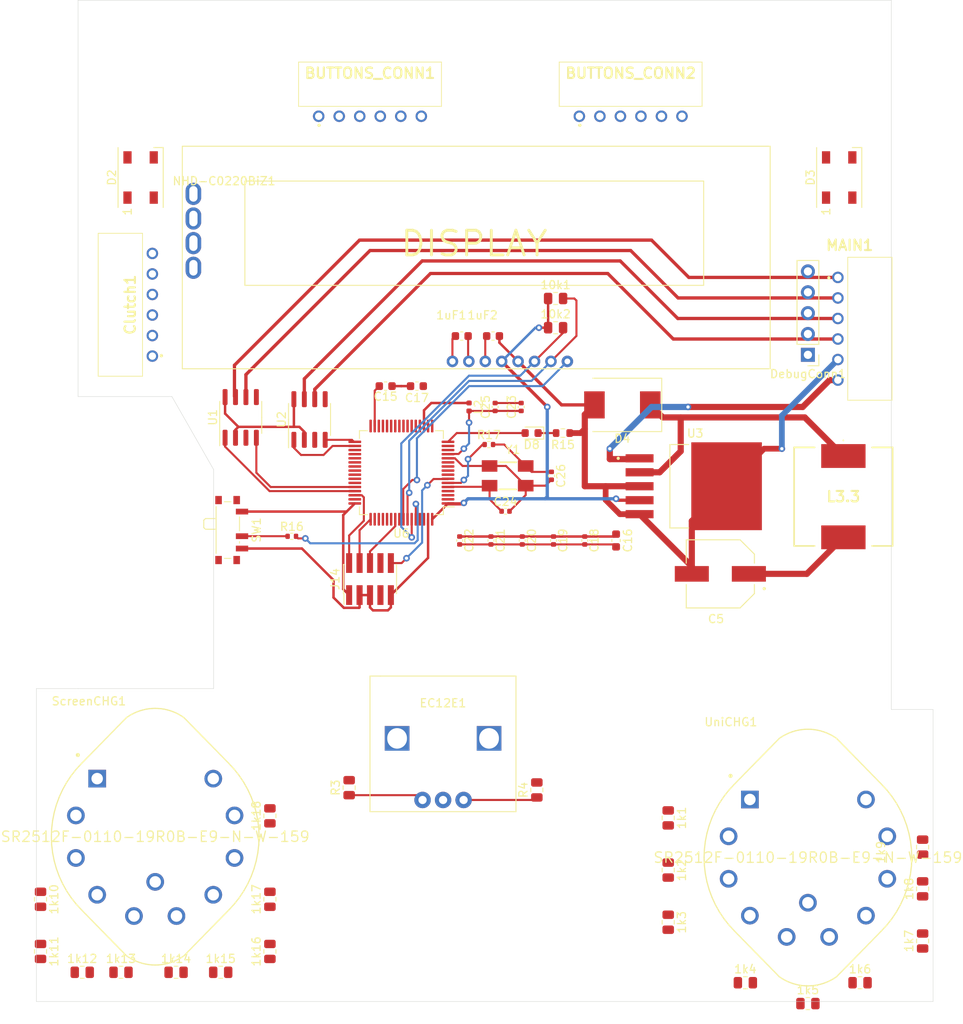
<source format=kicad_pcb>
(kicad_pcb (version 20171130) (host pcbnew "(5.1.10)-1")

  (general
    (thickness 1.6)
    (drawings 12)
    (tracks 264)
    (zones 0)
    (modules 62)
    (nets 61)
  )

  (page A4)
  (layers
    (0 F.Cu signal)
    (31 B.Cu signal)
    (32 B.Adhes user)
    (33 F.Adhes user)
    (34 B.Paste user)
    (35 F.Paste user)
    (36 B.SilkS user)
    (37 F.SilkS user)
    (38 B.Mask user)
    (39 F.Mask user)
    (40 Dwgs.User user)
    (41 Cmts.User user)
    (42 Eco1.User user)
    (43 Eco2.User user)
    (44 Edge.Cuts user)
    (45 Margin user)
    (46 B.CrtYd user)
    (47 F.CrtYd user)
    (48 B.Fab user)
    (49 F.Fab user)
  )

  (setup
    (last_trace_width 0.25)
    (user_trace_width 0.4)
    (user_trace_width 0.7)
    (user_trace_width 1)
    (trace_clearance 0.2)
    (zone_clearance 0.508)
    (zone_45_only no)
    (trace_min 0.2)
    (via_size 0.8)
    (via_drill 0.4)
    (via_min_size 0.4)
    (via_min_drill 0.3)
    (uvia_size 0.3)
    (uvia_drill 0.1)
    (uvias_allowed no)
    (uvia_min_size 0.2)
    (uvia_min_drill 0.1)
    (edge_width 0.05)
    (segment_width 0.2)
    (pcb_text_width 0.3)
    (pcb_text_size 1.5 1.5)
    (mod_edge_width 0.12)
    (mod_text_size 1 1)
    (mod_text_width 0.15)
    (pad_size 1.524 1.524)
    (pad_drill 0.762)
    (pad_to_mask_clearance 0)
    (aux_axis_origin 0 0)
    (visible_elements 7FFFFFFF)
    (pcbplotparams
      (layerselection 0x010fc_ffffffff)
      (usegerberextensions false)
      (usegerberattributes true)
      (usegerberadvancedattributes true)
      (creategerberjobfile true)
      (excludeedgelayer true)
      (linewidth 0.100000)
      (plotframeref false)
      (viasonmask false)
      (mode 1)
      (useauxorigin false)
      (hpglpennumber 1)
      (hpglpenspeed 20)
      (hpglpendiameter 15.000000)
      (psnegative false)
      (psa4output false)
      (plotreference true)
      (plotvalue true)
      (plotinvisibletext false)
      (padsonsilk false)
      (subtractmaskfromsilk false)
      (outputformat 1)
      (mirror false)
      (drillshape 1)
      (scaleselection 1)
      (outputdirectory ""))
  )

  (net 0 "")
  (net 1 GND)
  (net 2 +5V)
  (net 3 +3V3)
  (net 4 "Net-(C15-Pad1)")
  (net 5 "Net-(C17-Pad1)")
  (net 6 +3.3VA)
  (net 7 HSE_IN)
  (net 8 "Net-(C26-Pad1)")
  (net 9 /STM32F405RGT6/BTN_CLCH)
  (net 10 /STM32F405RGT6/LED_DATA)
  (net 11 "Net-(D2-Pad2)")
  (net 12 "Net-(D8-Pad1)")
  (net 13 LED_STATUS)
  (net 14 /STM32F405RGT6/BTN_DRS)
  (net 15 +12V)
  (net 16 SWDIO)
  (net 17 SWCLK)
  (net 18 SWO)
  (net 19 NRST)
  (net 20 CAN2_H)
  (net 21 CAN2_L)
  (net 22 CAN1_H)
  (net 23 CAN1_L)
  (net 24 /STM32F405RGT6/BTN_PTT)
  (net 25 "Net-(R16-Pad1)")
  (net 26 BOOT0)
  (net 27 HSE_OUT)
  (net 28 /STM32F405RGT6/BTN_SCR)
  (net 29 CAN1_TX)
  (net 30 CAN1_RX)
  (net 31 CAN2_RX)
  (net 32 CAN2_TX)
  (net 33 /Rotaries/ROT_SCR)
  (net 34 /STM32F405RGT6/BTN_UNI2)
  (net 35 /STM32F405RGT6/BTN_UNI1)
  (net 36 "Net-(1uF1-Pad1)")
  (net 37 /STM32F405RGT6/I2C_SDA)
  (net 38 /STM32F405RGT6/I2C_SCL)
  (net 39 /STM32F405RGT6/I2C_RESET)
  (net 40 "Net-(1uF2-Pad2)")
  (net 41 "Net-(1uF1-Pad2)")
  (net 42 "Net-(1k15-Pad2)")
  (net 43 "Net-(1k12-Pad2)")
  (net 44 "Net-(1k10-Pad2)")
  (net 45 "Net-(1k11-Pad2)")
  (net 46 "Net-(1k16-Pad2)")
  (net 47 "Net-(1k17-Pad2)")
  (net 48 "Net-(1k13-Pad2)")
  (net 49 "Net-(1k14-Pad2)")
  (net 50 "Net-(1k6-Pad2)")
  (net 51 "Net-(1k3-Pad2)")
  (net 52 "Net-(1k1-Pad2)")
  (net 53 "Net-(1k2-Pad2)")
  (net 54 "Net-(1k7-Pad2)")
  (net 55 "Net-(1k8-Pad2)")
  (net 56 "Net-(1k4-Pad2)")
  (net 57 "Net-(1k5-Pad2)")
  (net 58 /Rotaries/ENC_B)
  (net 59 /Rotaries/ENC_A)
  (net 60 "Net-(D4-Pad1)")

  (net_class Default "This is the default net class."
    (clearance 0.2)
    (trace_width 0.25)
    (via_dia 0.8)
    (via_drill 0.4)
    (uvia_dia 0.3)
    (uvia_drill 0.1)
    (add_net +3.3VA)
    (add_net +5V)
    (add_net /Rotaries/ENC_A)
    (add_net /Rotaries/ENC_B)
    (add_net /Rotaries/ROT_SCR)
    (add_net /STM32F405RGT6/BTN_CLCH)
    (add_net /STM32F405RGT6/BTN_DRS)
    (add_net /STM32F405RGT6/BTN_PTT)
    (add_net /STM32F405RGT6/BTN_SCR)
    (add_net /STM32F405RGT6/BTN_UNI1)
    (add_net /STM32F405RGT6/BTN_UNI2)
    (add_net /STM32F405RGT6/I2C_RESET)
    (add_net /STM32F405RGT6/I2C_SCL)
    (add_net /STM32F405RGT6/I2C_SDA)
    (add_net /STM32F405RGT6/LED_DATA)
    (add_net BOOT0)
    (add_net CAN1_H)
    (add_net CAN1_L)
    (add_net CAN1_RX)
    (add_net CAN1_TX)
    (add_net CAN2_H)
    (add_net CAN2_L)
    (add_net CAN2_RX)
    (add_net CAN2_TX)
    (add_net HSE_IN)
    (add_net HSE_OUT)
    (add_net LED_STATUS)
    (add_net NRST)
    (add_net "Net-(1k1-Pad2)")
    (add_net "Net-(1k10-Pad2)")
    (add_net "Net-(1k11-Pad2)")
    (add_net "Net-(1k12-Pad2)")
    (add_net "Net-(1k13-Pad2)")
    (add_net "Net-(1k14-Pad2)")
    (add_net "Net-(1k15-Pad2)")
    (add_net "Net-(1k16-Pad2)")
    (add_net "Net-(1k17-Pad2)")
    (add_net "Net-(1k2-Pad2)")
    (add_net "Net-(1k3-Pad2)")
    (add_net "Net-(1k4-Pad2)")
    (add_net "Net-(1k5-Pad2)")
    (add_net "Net-(1k6-Pad2)")
    (add_net "Net-(1k7-Pad2)")
    (add_net "Net-(1k8-Pad2)")
    (add_net "Net-(1uF1-Pad1)")
    (add_net "Net-(1uF1-Pad2)")
    (add_net "Net-(1uF2-Pad2)")
    (add_net "Net-(C15-Pad1)")
    (add_net "Net-(C17-Pad1)")
    (add_net "Net-(C26-Pad1)")
    (add_net "Net-(D2-Pad2)")
    (add_net "Net-(D8-Pad1)")
    (add_net "Net-(R16-Pad1)")
    (add_net SWCLK)
    (add_net SWDIO)
    (add_net SWO)
  )

  (net_class 1ABuck ""
    (clearance 0.4)
    (trace_width 0.75)
    (via_dia 0.8)
    (via_drill 0.4)
    (uvia_dia 0.3)
    (uvia_drill 0.1)
    (add_net +12V)
    (add_net "Net-(D4-Pad1)")
  )

  (net_class CL2 ""
    (clearance 0.2)
    (trace_width 0.3)
    (via_dia 0.8)
    (via_drill 0.4)
    (uvia_dia 0.3)
    (uvia_drill 0.1)
    (add_net +3V3)
    (add_net GND)
  )

  (module 22-05-7065:22057065 (layer F.Cu) (tedit 61CCE826) (tstamp 61E760D1)
    (at 128.27 69.85)
    (descr 22-05-7065)
    (tags Connector)
    (path /61EEE3FE)
    (fp_text reference BUTTONS_CONN2 (at 0 -2.54) (layer F.SilkS)
      (effects (font (size 1.27 1.27) (thickness 0.254)))
    )
    (fp_text value 22-05-7065 (at 0 0) (layer F.SilkS) hide
      (effects (font (size 1.27 1.27) (thickness 0.254)))
    )
    (fp_line (start -8.7 -3.9) (end 8.7 -3.9) (layer F.Fab) (width 0.2))
    (fp_line (start 8.7 -3.9) (end 8.7 1.5) (layer F.Fab) (width 0.2))
    (fp_line (start 8.7 1.5) (end -8.7 1.5) (layer F.Fab) (width 0.2))
    (fp_line (start -8.7 1.5) (end -8.7 -3.9) (layer F.Fab) (width 0.2))
    (fp_line (start -8.7 -3.9) (end 8.7 -3.9) (layer F.SilkS) (width 0.1))
    (fp_line (start 8.7 -3.9) (end 8.7 1.5) (layer F.SilkS) (width 0.1))
    (fp_line (start 8.7 1.5) (end -8.7 1.5) (layer F.SilkS) (width 0.1))
    (fp_line (start -8.7 1.5) (end -8.7 -3.9) (layer F.SilkS) (width 0.1))
    (fp_line (start -9.7 -4.9) (end 9.7 -4.9) (layer F.CrtYd) (width 0.1))
    (fp_line (start 9.7 -4.9) (end 9.7 4.9) (layer F.CrtYd) (width 0.1))
    (fp_line (start 9.7 4.9) (end -9.7 4.9) (layer F.CrtYd) (width 0.1))
    (fp_line (start -9.7 4.9) (end -9.7 -4.9) (layer F.CrtYd) (width 0.1))
    (fp_line (start -6.3 3.8) (end -6.3 3.8) (layer F.SilkS) (width 0.2))
    (fp_line (start -6.1 3.8) (end -6.1 3.8) (layer F.SilkS) (width 0.2))
    (fp_arc (start -6.2 3.8) (end -6.1 3.8) (angle 180) (layer F.SilkS) (width 0.2))
    (fp_arc (start -6.2 3.8) (end -6.3 3.8) (angle 180) (layer F.SilkS) (width 0.2))
    (fp_text user %R (at 0 0) (layer F.Fab)
      (effects (font (size 1.27 1.27) (thickness 0.254)))
    )
    (pad 6 thru_hole circle (at 6.25 2.7) (size 1.4 1.4) (drill 0.9) (layers *.Cu *.Mask)
      (net 1 GND))
    (pad 5 thru_hole circle (at 3.75 2.7) (size 1.4 1.4) (drill 0.9) (layers *.Cu *.Mask)
      (net 34 /STM32F405RGT6/BTN_UNI2))
    (pad 4 thru_hole circle (at 1.25 2.7) (size 1.4 1.4) (drill 0.9) (layers *.Cu *.Mask)
      (net 1 GND))
    (pad 3 thru_hole circle (at -1.25 2.7) (size 1.4 1.4) (drill 0.9) (layers *.Cu *.Mask)
      (net 35 /STM32F405RGT6/BTN_UNI1))
    (pad 2 thru_hole circle (at -3.75 2.7) (size 1.4 1.4) (drill 0.9) (layers *.Cu *.Mask)
      (net 1 GND))
    (pad 1 thru_hole circle (at -6.25 2.7) (size 1.4 1.4) (drill 0.9) (layers *.Cu *.Mask)
      (net 9 /STM32F405RGT6/BTN_CLCH))
    (model ${KICAD_LIB}/3dmodels/22-05-7065.stp
      (offset (xyz 0 0.9999999849814947 2.440000020575329))
      (scale (xyz 1 1 1))
      (rotate (xyz 0 0 0))
    )
  )

  (module 22-05-7065:22057065 (layer F.Cu) (tedit 61CCE826) (tstamp 61E760B6)
    (at 96.52 69.85)
    (descr 22-05-7065)
    (tags Connector)
    (path /61ED6F59)
    (fp_text reference BUTTONS_CONN1 (at 0 -2.54) (layer F.SilkS)
      (effects (font (size 1.27 1.27) (thickness 0.254)))
    )
    (fp_text value 22-05-7065 (at 0 0) (layer F.SilkS) hide
      (effects (font (size 1.27 1.27) (thickness 0.254)))
    )
    (fp_line (start -8.7 -3.9) (end 8.7 -3.9) (layer F.Fab) (width 0.2))
    (fp_line (start 8.7 -3.9) (end 8.7 1.5) (layer F.Fab) (width 0.2))
    (fp_line (start 8.7 1.5) (end -8.7 1.5) (layer F.Fab) (width 0.2))
    (fp_line (start -8.7 1.5) (end -8.7 -3.9) (layer F.Fab) (width 0.2))
    (fp_line (start -8.7 -3.9) (end 8.7 -3.9) (layer F.SilkS) (width 0.1))
    (fp_line (start 8.7 -3.9) (end 8.7 1.5) (layer F.SilkS) (width 0.1))
    (fp_line (start 8.7 1.5) (end -8.7 1.5) (layer F.SilkS) (width 0.1))
    (fp_line (start -8.7 1.5) (end -8.7 -3.9) (layer F.SilkS) (width 0.1))
    (fp_line (start -9.7 -4.9) (end 9.7 -4.9) (layer F.CrtYd) (width 0.1))
    (fp_line (start 9.7 -4.9) (end 9.7 4.9) (layer F.CrtYd) (width 0.1))
    (fp_line (start 9.7 4.9) (end -9.7 4.9) (layer F.CrtYd) (width 0.1))
    (fp_line (start -9.7 4.9) (end -9.7 -4.9) (layer F.CrtYd) (width 0.1))
    (fp_line (start -6.3 3.8) (end -6.3 3.8) (layer F.SilkS) (width 0.2))
    (fp_line (start -6.1 3.8) (end -6.1 3.8) (layer F.SilkS) (width 0.2))
    (fp_arc (start -6.2 3.8) (end -6.1 3.8) (angle 180) (layer F.SilkS) (width 0.2))
    (fp_arc (start -6.2 3.8) (end -6.3 3.8) (angle 180) (layer F.SilkS) (width 0.2))
    (fp_text user %R (at 0 0) (layer F.Fab)
      (effects (font (size 1.27 1.27) (thickness 0.254)))
    )
    (pad 6 thru_hole circle (at 6.25 2.7) (size 1.4 1.4) (drill 0.9) (layers *.Cu *.Mask)
      (net 1 GND))
    (pad 5 thru_hole circle (at 3.75 2.7) (size 1.4 1.4) (drill 0.9) (layers *.Cu *.Mask)
      (net 14 /STM32F405RGT6/BTN_DRS))
    (pad 4 thru_hole circle (at 1.25 2.7) (size 1.4 1.4) (drill 0.9) (layers *.Cu *.Mask)
      (net 1 GND))
    (pad 3 thru_hole circle (at -1.25 2.7) (size 1.4 1.4) (drill 0.9) (layers *.Cu *.Mask)
      (net 28 /STM32F405RGT6/BTN_SCR))
    (pad 2 thru_hole circle (at -3.75 2.7) (size 1.4 1.4) (drill 0.9) (layers *.Cu *.Mask)
      (net 1 GND))
    (pad 1 thru_hole circle (at -6.25 2.7) (size 1.4 1.4) (drill 0.9) (layers *.Cu *.Mask)
      (net 24 /STM32F405RGT6/BTN_PTT))
    (model ${KICAD_LIB}/3dmodels/22-05-7065.stp
      (offset (xyz 0 0.9999999849814947 2.440000020575329))
      (scale (xyz 1 1 1))
      (rotate (xyz 0 0 0))
    )
  )

  (module Connector_PinHeader_2.54mm:PinHeader_1x05_P2.54mm_Vertical (layer F.Cu) (tedit 59FED5CC) (tstamp 61CC4737)
    (at 149.86 101.6 180)
    (descr "Through hole straight pin header, 1x05, 2.54mm pitch, single row")
    (tags "Through hole pin header THT 1x05 2.54mm single row")
    (path /619A91EA)
    (fp_text reference DebugConn1 (at 0 -2.33) (layer F.SilkS)
      (effects (font (size 1 1) (thickness 0.15)))
    )
    (fp_text value Conn_01x05_Male (at 0 12.49) (layer F.Fab)
      (effects (font (size 1 1) (thickness 0.15)))
    )
    (fp_line (start -0.635 -1.27) (end 1.27 -1.27) (layer F.Fab) (width 0.1))
    (fp_line (start 1.27 -1.27) (end 1.27 11.43) (layer F.Fab) (width 0.1))
    (fp_line (start 1.27 11.43) (end -1.27 11.43) (layer F.Fab) (width 0.1))
    (fp_line (start -1.27 11.43) (end -1.27 -0.635) (layer F.Fab) (width 0.1))
    (fp_line (start -1.27 -0.635) (end -0.635 -1.27) (layer F.Fab) (width 0.1))
    (fp_line (start -1.33 11.49) (end 1.33 11.49) (layer F.SilkS) (width 0.12))
    (fp_line (start -1.33 1.27) (end -1.33 11.49) (layer F.SilkS) (width 0.12))
    (fp_line (start 1.33 1.27) (end 1.33 11.49) (layer F.SilkS) (width 0.12))
    (fp_line (start -1.33 1.27) (end 1.33 1.27) (layer F.SilkS) (width 0.12))
    (fp_line (start -1.33 0) (end -1.33 -1.33) (layer F.SilkS) (width 0.12))
    (fp_line (start -1.33 -1.33) (end 0 -1.33) (layer F.SilkS) (width 0.12))
    (fp_line (start -1.8 -1.8) (end -1.8 11.95) (layer F.CrtYd) (width 0.05))
    (fp_line (start -1.8 11.95) (end 1.8 11.95) (layer F.CrtYd) (width 0.05))
    (fp_line (start 1.8 11.95) (end 1.8 -1.8) (layer F.CrtYd) (width 0.05))
    (fp_line (start 1.8 -1.8) (end -1.8 -1.8) (layer F.CrtYd) (width 0.05))
    (fp_text user %R (at 0 5.08 90) (layer F.Fab)
      (effects (font (size 1 1) (thickness 0.15)))
    )
    (pad 5 thru_hole oval (at 0 10.16 180) (size 1.7 1.7) (drill 1) (layers *.Cu *.Mask)
      (net 1 GND))
    (pad 4 thru_hole oval (at 0 7.62 180) (size 1.7 1.7) (drill 1) (layers *.Cu *.Mask)
      (net 22 CAN1_H))
    (pad 3 thru_hole oval (at 0 5.08 180) (size 1.7 1.7) (drill 1) (layers *.Cu *.Mask)
      (net 23 CAN1_L))
    (pad 2 thru_hole oval (at 0 2.54 180) (size 1.7 1.7) (drill 1) (layers *.Cu *.Mask)
      (net 20 CAN2_H))
    (pad 1 thru_hole rect (at 0 0 180) (size 1.7 1.7) (drill 1) (layers *.Cu *.Mask)
      (net 21 CAN2_L))
    (model ${KISYS3DMOD}/Connector_PinHeader_2.54mm.3dshapes/PinHeader_1x05_P2.54mm_Vertical.wrl
      (at (xyz 0 0 0))
      (scale (xyz 1 1 1))
      (rotate (xyz 0 0 0))
    )
  )

  (module Resistor_SMD:R_0402_1005Metric (layer F.Cu) (tedit 5F68FEEE) (tstamp 61E6F458)
    (at 86.997 123.698)
    (descr "Resistor SMD 0402 (1005 Metric), square (rectangular) end terminal, IPC_7351 nominal, (Body size source: IPC-SM-782 page 72, https://www.pcb-3d.com/wordpress/wp-content/uploads/ipc-sm-782a_amendment_1_and_2.pdf), generated with kicad-footprint-generator")
    (tags resistor)
    (path /619E4B16/61927D7B)
    (attr smd)
    (fp_text reference R16 (at 0 -1.17) (layer F.SilkS)
      (effects (font (size 1 1) (thickness 0.15)))
    )
    (fp_text value 10k (at 0 1.17) (layer F.Fab)
      (effects (font (size 1 1) (thickness 0.15)))
    )
    (fp_line (start -0.525 0.27) (end -0.525 -0.27) (layer F.Fab) (width 0.1))
    (fp_line (start -0.525 -0.27) (end 0.525 -0.27) (layer F.Fab) (width 0.1))
    (fp_line (start 0.525 -0.27) (end 0.525 0.27) (layer F.Fab) (width 0.1))
    (fp_line (start 0.525 0.27) (end -0.525 0.27) (layer F.Fab) (width 0.1))
    (fp_line (start -0.153641 -0.38) (end 0.153641 -0.38) (layer F.SilkS) (width 0.12))
    (fp_line (start -0.153641 0.38) (end 0.153641 0.38) (layer F.SilkS) (width 0.12))
    (fp_line (start -0.93 0.47) (end -0.93 -0.47) (layer F.CrtYd) (width 0.05))
    (fp_line (start -0.93 -0.47) (end 0.93 -0.47) (layer F.CrtYd) (width 0.05))
    (fp_line (start 0.93 -0.47) (end 0.93 0.47) (layer F.CrtYd) (width 0.05))
    (fp_line (start 0.93 0.47) (end -0.93 0.47) (layer F.CrtYd) (width 0.05))
    (fp_text user %R (at 0 0) (layer F.Fab)
      (effects (font (size 0.26 0.26) (thickness 0.04)))
    )
    (pad 2 smd roundrect (at 0.51 0) (size 0.54 0.64) (layers F.Cu F.Paste F.Mask) (roundrect_rratio 0.25)
      (net 26 BOOT0))
    (pad 1 smd roundrect (at -0.51 0) (size 0.54 0.64) (layers F.Cu F.Paste F.Mask) (roundrect_rratio 0.25)
      (net 25 "Net-(R16-Pad1)"))
    (model ${KISYS3DMOD}/Resistor_SMD.3dshapes/R_0402_1005Metric.wrl
      (at (xyz 0 0 0))
      (scale (xyz 1 1 1))
      (rotate (xyz 0 0 0))
    )
  )

  (module Button_Switch_SMD:SW_SPDT_PCM12 (layer F.Cu) (tedit 5A02FC95) (tstamp 61B65D31)
    (at 79.502 122.936 270)
    (descr "Ultraminiature Surface Mount Slide Switch, right-angle, https://www.ckswitches.com/media/1424/pcm.pdf")
    (path /619E4B16/61927D74)
    (attr smd)
    (fp_text reference SW1 (at 0 -3.2 90) (layer F.SilkS)
      (effects (font (size 1 1) (thickness 0.15)))
    )
    (fp_text value SW_SPDT (at 0 4.25 90) (layer F.Fab)
      (effects (font (size 1 1) (thickness 0.15)))
    )
    (fp_line (start -1.4 1.65) (end -1.4 2.95) (layer F.Fab) (width 0.1))
    (fp_line (start -1.4 2.95) (end -1.2 3.15) (layer F.Fab) (width 0.1))
    (fp_line (start -1.2 3.15) (end -0.35 3.15) (layer F.Fab) (width 0.1))
    (fp_line (start -0.35 3.15) (end -0.15 2.95) (layer F.Fab) (width 0.1))
    (fp_line (start -0.15 2.95) (end -0.1 2.9) (layer F.Fab) (width 0.1))
    (fp_line (start -0.1 2.9) (end -0.1 1.6) (layer F.Fab) (width 0.1))
    (fp_line (start -3.35 -1) (end -3.35 1.6) (layer F.Fab) (width 0.1))
    (fp_line (start -3.35 1.6) (end 3.35 1.6) (layer F.Fab) (width 0.1))
    (fp_line (start 3.35 1.6) (end 3.35 -1) (layer F.Fab) (width 0.1))
    (fp_line (start 3.35 -1) (end -3.35 -1) (layer F.Fab) (width 0.1))
    (fp_line (start 1.4 -1.12) (end 1.6 -1.12) (layer F.SilkS) (width 0.12))
    (fp_line (start -4.4 -2.45) (end 4.4 -2.45) (layer F.CrtYd) (width 0.05))
    (fp_line (start 4.4 -2.45) (end 4.4 2.1) (layer F.CrtYd) (width 0.05))
    (fp_line (start 4.4 2.1) (end 1.65 2.1) (layer F.CrtYd) (width 0.05))
    (fp_line (start 1.65 2.1) (end 1.65 3.4) (layer F.CrtYd) (width 0.05))
    (fp_line (start 1.65 3.4) (end -1.65 3.4) (layer F.CrtYd) (width 0.05))
    (fp_line (start -1.65 3.4) (end -1.65 2.1) (layer F.CrtYd) (width 0.05))
    (fp_line (start -1.65 2.1) (end -4.4 2.1) (layer F.CrtYd) (width 0.05))
    (fp_line (start -4.4 2.1) (end -4.4 -2.45) (layer F.CrtYd) (width 0.05))
    (fp_line (start -1.4 3.02) (end -1.2 3.23) (layer F.SilkS) (width 0.12))
    (fp_line (start -0.1 3.02) (end -0.3 3.23) (layer F.SilkS) (width 0.12))
    (fp_line (start -1.4 1.73) (end -1.4 3.02) (layer F.SilkS) (width 0.12))
    (fp_line (start -1.2 3.23) (end -0.3 3.23) (layer F.SilkS) (width 0.12))
    (fp_line (start -0.1 3.02) (end -0.1 1.73) (layer F.SilkS) (width 0.12))
    (fp_line (start -2.85 1.73) (end 2.85 1.73) (layer F.SilkS) (width 0.12))
    (fp_line (start -1.6 -1.12) (end 0.1 -1.12) (layer F.SilkS) (width 0.12))
    (fp_line (start -3.45 -0.07) (end -3.45 0.72) (layer F.SilkS) (width 0.12))
    (fp_line (start 3.45 0.72) (end 3.45 -0.07) (layer F.SilkS) (width 0.12))
    (fp_text user %R (at 0 -3.2 90) (layer F.Fab)
      (effects (font (size 1 1) (thickness 0.15)))
    )
    (pad "" np_thru_hole circle (at -1.5 0.33 270) (size 0.9 0.9) (drill 0.9) (layers *.Cu *.Mask))
    (pad "" np_thru_hole circle (at 1.5 0.33 270) (size 0.9 0.9) (drill 0.9) (layers *.Cu *.Mask))
    (pad 1 smd rect (at -2.25 -1.43 270) (size 0.7 1.5) (layers F.Cu F.Paste F.Mask)
      (net 3 +3V3))
    (pad 2 smd rect (at 0.75 -1.43 270) (size 0.7 1.5) (layers F.Cu F.Paste F.Mask)
      (net 25 "Net-(R16-Pad1)"))
    (pad 3 smd rect (at 2.25 -1.43 270) (size 0.7 1.5) (layers F.Cu F.Paste F.Mask)
      (net 1 GND))
    (pad "" smd rect (at -3.65 1.43 270) (size 1 0.8) (layers F.Cu F.Paste F.Mask))
    (pad "" smd rect (at 3.65 1.43 270) (size 1 0.8) (layers F.Cu F.Paste F.Mask))
    (pad "" smd rect (at 3.65 -0.78 270) (size 1 0.8) (layers F.Cu F.Paste F.Mask))
    (pad "" smd rect (at -3.65 -0.78 270) (size 1 0.8) (layers F.Cu F.Paste F.Mask))
    (model ${KISYS3DMOD}/Button_Switch_SMD.3dshapes/SW_SPDT_PCM12.wrl
      (at (xyz 0 0 0))
      (scale (xyz 1 1 1))
      (rotate (xyz 0 0 0))
    )
  )

  (module Resistor_SMD:R_0805_2012Metric (layer F.Cu) (tedit 5F68FEEE) (tstamp 61DC5290)
    (at 119.126 98.298)
    (descr "Resistor SMD 0805 (2012 Metric), square (rectangular) end terminal, IPC_7351 nominal, (Body size source: IPC-SM-782 page 72, https://www.pcb-3d.com/wordpress/wp-content/uploads/ipc-sm-782a_amendment_1_and_2.pdf), generated with kicad-footprint-generator")
    (tags resistor)
    (path /61D21771)
    (attr smd)
    (fp_text reference 10k2 (at 0 -1.65) (layer F.SilkS)
      (effects (font (size 1 1) (thickness 0.15)))
    )
    (fp_text value R_Small (at 0 1.65) (layer F.Fab)
      (effects (font (size 1 1) (thickness 0.15)))
    )
    (fp_line (start 1.68 0.95) (end -1.68 0.95) (layer F.CrtYd) (width 0.05))
    (fp_line (start 1.68 -0.95) (end 1.68 0.95) (layer F.CrtYd) (width 0.05))
    (fp_line (start -1.68 -0.95) (end 1.68 -0.95) (layer F.CrtYd) (width 0.05))
    (fp_line (start -1.68 0.95) (end -1.68 -0.95) (layer F.CrtYd) (width 0.05))
    (fp_line (start -0.227064 0.735) (end 0.227064 0.735) (layer F.SilkS) (width 0.12))
    (fp_line (start -0.227064 -0.735) (end 0.227064 -0.735) (layer F.SilkS) (width 0.12))
    (fp_line (start 1 0.625) (end -1 0.625) (layer F.Fab) (width 0.1))
    (fp_line (start 1 -0.625) (end 1 0.625) (layer F.Fab) (width 0.1))
    (fp_line (start -1 -0.625) (end 1 -0.625) (layer F.Fab) (width 0.1))
    (fp_line (start -1 0.625) (end -1 -0.625) (layer F.Fab) (width 0.1))
    (fp_text user %R (at 0.254 0.127) (layer F.Fab)
      (effects (font (size 0.5 0.5) (thickness 0.08)))
    )
    (pad 2 smd roundrect (at 0.9125 0) (size 1.025 1.4) (layers F.Cu F.Paste F.Mask) (roundrect_rratio 0.243902)
      (net 37 /STM32F405RGT6/I2C_SDA))
    (pad 1 smd roundrect (at -0.9125 0) (size 1.025 1.4) (layers F.Cu F.Paste F.Mask) (roundrect_rratio 0.243902)
      (net 3 +3V3))
    (model ${KISYS3DMOD}/Resistor_SMD.3dshapes/R_0805_2012Metric.wrl
      (at (xyz 0 0 0))
      (scale (xyz 1 1 1))
      (rotate (xyz 0 0 0))
    )
  )

  (module "PGR-06_Additional:NHD-C0220BiZ-FS(RGB)-FBW-3VM" (layer F.Cu) (tedit 61CCE869) (tstamp 61DC5946)
    (at 73.66 76.2)
    (path /61CC73B6)
    (fp_text reference NHD-C0220BiZ1 (at 5.08 4.24) (layer F.SilkS)
      (effects (font (size 1 1) (thickness 0.15)))
    )
    (fp_text value "NHD-C0220BiZ-FS(RGB)-FBW-3VM" (at 17.78 1.7) (layer F.Fab)
      (effects (font (size 1 1) (thickness 0.15)))
    )
    (fp_line (start 63.5 4.24) (end 7.62 4.24) (layer F.SilkS) (width 0.12))
    (fp_line (start 63.5 16.94) (end 63.5 4.24) (layer F.SilkS) (width 0.12))
    (fp_line (start 7.62 16.94) (end 63.5 16.94) (layer F.SilkS) (width 0.12))
    (fp_line (start 7.62 4.24) (end 7.62 16.94) (layer F.SilkS) (width 0.12))
    (fp_line (start 0 0) (end 71.6 0) (layer F.SilkS) (width 0.12))
    (fp_line (start 71.6 0) (end 71.6 27.1) (layer F.SilkS) (width 0.12))
    (fp_line (start 0 0) (end 0 27.1) (layer F.SilkS) (width 0.12))
    (fp_line (start 0 27.1) (end 71.6 27.1) (layer F.SilkS) (width 0.12))
    (fp_text user DISPLAY (at 35.56 11.86) (layer F.SilkS)
      (effects (font (size 3 3) (thickness 0.35)))
    )
    (pad 12 thru_hole oval (at 1.35 5.8) (size 1.9 2.7) (drill oval 1 1.9) (layers *.Cu *.Mask))
    (pad 11 thru_hole oval (at 1.35 8.8) (size 1.9 2.7) (drill oval 1 1.9) (layers *.Cu *.Mask))
    (pad 10 thru_hole oval (at 1.35 11.8) (size 1.9 2.7) (drill oval 1 1.9) (layers *.Cu *.Mask))
    (pad 9 thru_hole oval (at 1.35 14.8) (size 1.9 2.7) (drill oval 1 1.9) (layers *.Cu *.Mask))
    (pad 1 thru_hole circle (at 46.9 26.2) (size 1.4 1.4) (drill 0.7) (layers *.Cu *.Mask)
      (net 39 /STM32F405RGT6/I2C_RESET))
    (pad 2 thru_hole circle (at 44.9 26.2) (size 1.4 1.4) (drill 0.8) (layers *.Cu *.Mask)
      (net 38 /STM32F405RGT6/I2C_SCL))
    (pad 3 thru_hole circle (at 42.9 26.2) (size 1.4 1.4) (drill 0.762) (layers *.Cu *.Mask)
      (net 37 /STM32F405RGT6/I2C_SDA))
    (pad 4 thru_hole circle (at 40.9 26.2) (size 1.4 1.4) (drill 0.762) (layers *.Cu *.Mask)
      (net 1 GND))
    (pad 5 thru_hole circle (at 38.9 26.2) (size 1.4 1.4) (drill 0.762) (layers *.Cu *.Mask)
      (net 3 +3V3))
    (pad 6 thru_hole circle (at 36.9 26.2) (size 1.4 1.4) (drill 0.762) (layers *.Cu *.Mask)
      (net 40 "Net-(1uF2-Pad2)"))
    (pad 7 thru_hole circle (at 34.9 26.2) (size 1.4 1.4) (drill 0.762) (layers *.Cu *.Mask)
      (net 36 "Net-(1uF1-Pad1)"))
    (pad 8 thru_hole circle (at 32.9 26.2) (size 1.4 1.4) (drill 0.762) (layers *.Cu *.Mask)
      (net 41 "Net-(1uF1-Pad2)"))
    (model ${KICAD_LIB}/3dmodels/NHD-C0220BiZ-FS_RGB-FBW-3VM.STEP
      (offset (xyz 4 -27 2))
      (scale (xyz 1 1 1))
      (rotate (xyz 0 0 0))
    )
  )

  (module Package_QFP:LQFP-64_10x10mm_P0.5mm (layer F.Cu) (tedit 5D9F72AF) (tstamp 61B65DF7)
    (at 100.345001 115.945001 180)
    (descr "LQFP, 64 Pin (https://www.analog.com/media/en/technical-documentation/data-sheets/ad7606_7606-6_7606-4.pdf), generated with kicad-footprint-generator ipc_gullwing_generator.py")
    (tags "LQFP QFP")
    (path /619E4B16/61927F05)
    (attr smd)
    (fp_text reference U6 (at 0 -7.4) (layer F.SilkS)
      (effects (font (size 1 1) (thickness 0.15)))
    )
    (fp_text value STM32F405RGT6 (at 0 7.4) (layer F.Fab)
      (effects (font (size 1 1) (thickness 0.15)))
    )
    (fp_line (start 4.16 5.11) (end 5.11 5.11) (layer F.SilkS) (width 0.12))
    (fp_line (start 5.11 5.11) (end 5.11 4.16) (layer F.SilkS) (width 0.12))
    (fp_line (start -4.16 5.11) (end -5.11 5.11) (layer F.SilkS) (width 0.12))
    (fp_line (start -5.11 5.11) (end -5.11 4.16) (layer F.SilkS) (width 0.12))
    (fp_line (start 4.16 -5.11) (end 5.11 -5.11) (layer F.SilkS) (width 0.12))
    (fp_line (start 5.11 -5.11) (end 5.11 -4.16) (layer F.SilkS) (width 0.12))
    (fp_line (start -4.16 -5.11) (end -5.11 -5.11) (layer F.SilkS) (width 0.12))
    (fp_line (start -5.11 -5.11) (end -5.11 -4.16) (layer F.SilkS) (width 0.12))
    (fp_line (start -5.11 -4.16) (end -6.45 -4.16) (layer F.SilkS) (width 0.12))
    (fp_line (start -4 -5) (end 5 -5) (layer F.Fab) (width 0.1))
    (fp_line (start 5 -5) (end 5 5) (layer F.Fab) (width 0.1))
    (fp_line (start 5 5) (end -5 5) (layer F.Fab) (width 0.1))
    (fp_line (start -5 5) (end -5 -4) (layer F.Fab) (width 0.1))
    (fp_line (start -5 -4) (end -4 -5) (layer F.Fab) (width 0.1))
    (fp_line (start 0 -6.7) (end -4.15 -6.7) (layer F.CrtYd) (width 0.05))
    (fp_line (start -4.15 -6.7) (end -4.15 -5.25) (layer F.CrtYd) (width 0.05))
    (fp_line (start -4.15 -5.25) (end -5.25 -5.25) (layer F.CrtYd) (width 0.05))
    (fp_line (start -5.25 -5.25) (end -5.25 -4.15) (layer F.CrtYd) (width 0.05))
    (fp_line (start -5.25 -4.15) (end -6.7 -4.15) (layer F.CrtYd) (width 0.05))
    (fp_line (start -6.7 -4.15) (end -6.7 0) (layer F.CrtYd) (width 0.05))
    (fp_line (start 0 -6.7) (end 4.15 -6.7) (layer F.CrtYd) (width 0.05))
    (fp_line (start 4.15 -6.7) (end 4.15 -5.25) (layer F.CrtYd) (width 0.05))
    (fp_line (start 4.15 -5.25) (end 5.25 -5.25) (layer F.CrtYd) (width 0.05))
    (fp_line (start 5.25 -5.25) (end 5.25 -4.15) (layer F.CrtYd) (width 0.05))
    (fp_line (start 5.25 -4.15) (end 6.7 -4.15) (layer F.CrtYd) (width 0.05))
    (fp_line (start 6.7 -4.15) (end 6.7 0) (layer F.CrtYd) (width 0.05))
    (fp_line (start 0 6.7) (end -4.15 6.7) (layer F.CrtYd) (width 0.05))
    (fp_line (start -4.15 6.7) (end -4.15 5.25) (layer F.CrtYd) (width 0.05))
    (fp_line (start -4.15 5.25) (end -5.25 5.25) (layer F.CrtYd) (width 0.05))
    (fp_line (start -5.25 5.25) (end -5.25 4.15) (layer F.CrtYd) (width 0.05))
    (fp_line (start -5.25 4.15) (end -6.7 4.15) (layer F.CrtYd) (width 0.05))
    (fp_line (start -6.7 4.15) (end -6.7 0) (layer F.CrtYd) (width 0.05))
    (fp_line (start 0 6.7) (end 4.15 6.7) (layer F.CrtYd) (width 0.05))
    (fp_line (start 4.15 6.7) (end 4.15 5.25) (layer F.CrtYd) (width 0.05))
    (fp_line (start 4.15 5.25) (end 5.25 5.25) (layer F.CrtYd) (width 0.05))
    (fp_line (start 5.25 5.25) (end 5.25 4.15) (layer F.CrtYd) (width 0.05))
    (fp_line (start 5.25 4.15) (end 6.7 4.15) (layer F.CrtYd) (width 0.05))
    (fp_line (start 6.7 4.15) (end 6.7 0) (layer F.CrtYd) (width 0.05))
    (fp_text user %R (at 0.015001 0.375001) (layer F.Fab)
      (effects (font (size 1 1) (thickness 0.15)))
    )
    (pad 1 smd roundrect (at -5.675 -3.75 180) (size 1.55 0.3) (layers F.Cu F.Paste F.Mask) (roundrect_rratio 0.25)
      (net 3 +3V3))
    (pad 2 smd roundrect (at -5.675 -3.25 180) (size 1.55 0.3) (layers F.Cu F.Paste F.Mask) (roundrect_rratio 0.25))
    (pad 3 smd roundrect (at -5.675 -2.75 180) (size 1.55 0.3) (layers F.Cu F.Paste F.Mask) (roundrect_rratio 0.25))
    (pad 4 smd roundrect (at -5.675 -2.25 180) (size 1.55 0.3) (layers F.Cu F.Paste F.Mask) (roundrect_rratio 0.25))
    (pad 5 smd roundrect (at -5.675 -1.75 180) (size 1.55 0.3) (layers F.Cu F.Paste F.Mask) (roundrect_rratio 0.25)
      (net 7 HSE_IN))
    (pad 6 smd roundrect (at -5.675 -1.25 180) (size 1.55 0.3) (layers F.Cu F.Paste F.Mask) (roundrect_rratio 0.25)
      (net 27 HSE_OUT))
    (pad 7 smd roundrect (at -5.675 -0.75 180) (size 1.55 0.3) (layers F.Cu F.Paste F.Mask) (roundrect_rratio 0.25)
      (net 19 NRST))
    (pad 8 smd roundrect (at -5.675 -0.25 180) (size 1.55 0.3) (layers F.Cu F.Paste F.Mask) (roundrect_rratio 0.25))
    (pad 9 smd roundrect (at -5.675 0.25 180) (size 1.55 0.3) (layers F.Cu F.Paste F.Mask) (roundrect_rratio 0.25))
    (pad 10 smd roundrect (at -5.675 0.75 180) (size 1.55 0.3) (layers F.Cu F.Paste F.Mask) (roundrect_rratio 0.25))
    (pad 11 smd roundrect (at -5.675 1.25 180) (size 1.55 0.3) (layers F.Cu F.Paste F.Mask) (roundrect_rratio 0.25))
    (pad 12 smd roundrect (at -5.675 1.75 180) (size 1.55 0.3) (layers F.Cu F.Paste F.Mask) (roundrect_rratio 0.25)
      (net 1 GND))
    (pad 13 smd roundrect (at -5.675 2.25 180) (size 1.55 0.3) (layers F.Cu F.Paste F.Mask) (roundrect_rratio 0.25)
      (net 6 +3.3VA))
    (pad 14 smd roundrect (at -5.675 2.75 180) (size 1.55 0.3) (layers F.Cu F.Paste F.Mask) (roundrect_rratio 0.25))
    (pad 15 smd roundrect (at -5.675 3.25 180) (size 1.55 0.3) (layers F.Cu F.Paste F.Mask) (roundrect_rratio 0.25)
      (net 33 /Rotaries/ROT_SCR))
    (pad 16 smd roundrect (at -5.675 3.75 180) (size 1.55 0.3) (layers F.Cu F.Paste F.Mask) (roundrect_rratio 0.25)
      (net 13 LED_STATUS))
    (pad 17 smd roundrect (at -3.75 5.675 180) (size 0.3 1.55) (layers F.Cu F.Paste F.Mask) (roundrect_rratio 0.25))
    (pad 18 smd roundrect (at -3.25 5.675 180) (size 0.3 1.55) (layers F.Cu F.Paste F.Mask) (roundrect_rratio 0.25)
      (net 1 GND))
    (pad 19 smd roundrect (at -2.75 5.675 180) (size 0.3 1.55) (layers F.Cu F.Paste F.Mask) (roundrect_rratio 0.25)
      (net 3 +3V3))
    (pad 20 smd roundrect (at -2.25 5.675 180) (size 0.3 1.55) (layers F.Cu F.Paste F.Mask) (roundrect_rratio 0.25))
    (pad 21 smd roundrect (at -1.75 5.675 180) (size 0.3 1.55) (layers F.Cu F.Paste F.Mask) (roundrect_rratio 0.25))
    (pad 22 smd roundrect (at -1.25 5.675 180) (size 0.3 1.55) (layers F.Cu F.Paste F.Mask) (roundrect_rratio 0.25))
    (pad 23 smd roundrect (at -0.75 5.675 180) (size 0.3 1.55) (layers F.Cu F.Paste F.Mask) (roundrect_rratio 0.25))
    (pad 24 smd roundrect (at -0.25 5.675 180) (size 0.3 1.55) (layers F.Cu F.Paste F.Mask) (roundrect_rratio 0.25)
      (net 28 /STM32F405RGT6/BTN_SCR))
    (pad 25 smd roundrect (at 0.25 5.675 180) (size 0.3 1.55) (layers F.Cu F.Paste F.Mask) (roundrect_rratio 0.25)
      (net 24 /STM32F405RGT6/BTN_PTT))
    (pad 26 smd roundrect (at 0.75 5.675 180) (size 0.3 1.55) (layers F.Cu F.Paste F.Mask) (roundrect_rratio 0.25)
      (net 9 /STM32F405RGT6/BTN_CLCH))
    (pad 27 smd roundrect (at 1.25 5.675 180) (size 0.3 1.55) (layers F.Cu F.Paste F.Mask) (roundrect_rratio 0.25)
      (net 35 /STM32F405RGT6/BTN_UNI1))
    (pad 28 smd roundrect (at 1.75 5.675 180) (size 0.3 1.55) (layers F.Cu F.Paste F.Mask) (roundrect_rratio 0.25)
      (net 14 /STM32F405RGT6/BTN_DRS))
    (pad 29 smd roundrect (at 2.25 5.675 180) (size 0.3 1.55) (layers F.Cu F.Paste F.Mask) (roundrect_rratio 0.25))
    (pad 30 smd roundrect (at 2.75 5.675 180) (size 0.3 1.55) (layers F.Cu F.Paste F.Mask) (roundrect_rratio 0.25))
    (pad 31 smd roundrect (at 3.25 5.675 180) (size 0.3 1.55) (layers F.Cu F.Paste F.Mask) (roundrect_rratio 0.25)
      (net 4 "Net-(C15-Pad1)"))
    (pad 32 smd roundrect (at 3.75 5.675 180) (size 0.3 1.55) (layers F.Cu F.Paste F.Mask) (roundrect_rratio 0.25)
      (net 3 +3V3))
    (pad 33 smd roundrect (at 5.675 3.75 180) (size 1.55 0.3) (layers F.Cu F.Paste F.Mask) (roundrect_rratio 0.25)
      (net 31 CAN2_RX))
    (pad 34 smd roundrect (at 5.675 3.25 180) (size 1.55 0.3) (layers F.Cu F.Paste F.Mask) (roundrect_rratio 0.25)
      (net 32 CAN2_TX))
    (pad 35 smd roundrect (at 5.675 2.75 180) (size 1.55 0.3) (layers F.Cu F.Paste F.Mask) (roundrect_rratio 0.25))
    (pad 36 smd roundrect (at 5.675 2.25 180) (size 1.55 0.3) (layers F.Cu F.Paste F.Mask) (roundrect_rratio 0.25))
    (pad 37 smd roundrect (at 5.675 1.75 180) (size 1.55 0.3) (layers F.Cu F.Paste F.Mask) (roundrect_rratio 0.25)
      (net 34 /STM32F405RGT6/BTN_UNI2))
    (pad 38 smd roundrect (at 5.675 1.25 180) (size 1.55 0.3) (layers F.Cu F.Paste F.Mask) (roundrect_rratio 0.25))
    (pad 39 smd roundrect (at 5.675 0.75 180) (size 1.55 0.3) (layers F.Cu F.Paste F.Mask) (roundrect_rratio 0.25)
      (net 10 /STM32F405RGT6/LED_DATA))
    (pad 40 smd roundrect (at 5.675 0.25 180) (size 1.55 0.3) (layers F.Cu F.Paste F.Mask) (roundrect_rratio 0.25))
    (pad 41 smd roundrect (at 5.675 -0.25 180) (size 1.55 0.3) (layers F.Cu F.Paste F.Mask) (roundrect_rratio 0.25))
    (pad 42 smd roundrect (at 5.675 -0.75 180) (size 1.55 0.3) (layers F.Cu F.Paste F.Mask) (roundrect_rratio 0.25)
      (net 59 /Rotaries/ENC_A))
    (pad 43 smd roundrect (at 5.675 -1.25 180) (size 1.55 0.3) (layers F.Cu F.Paste F.Mask) (roundrect_rratio 0.25)
      (net 58 /Rotaries/ENC_B))
    (pad 44 smd roundrect (at 5.675 -1.75 180) (size 1.55 0.3) (layers F.Cu F.Paste F.Mask) (roundrect_rratio 0.25)
      (net 30 CAN1_RX))
    (pad 45 smd roundrect (at 5.675 -2.25 180) (size 1.55 0.3) (layers F.Cu F.Paste F.Mask) (roundrect_rratio 0.25)
      (net 29 CAN1_TX))
    (pad 46 smd roundrect (at 5.675 -2.75 180) (size 1.55 0.3) (layers F.Cu F.Paste F.Mask) (roundrect_rratio 0.25)
      (net 16 SWDIO))
    (pad 47 smd roundrect (at 5.675 -3.25 180) (size 1.55 0.3) (layers F.Cu F.Paste F.Mask) (roundrect_rratio 0.25)
      (net 5 "Net-(C17-Pad1)"))
    (pad 48 smd roundrect (at 5.675 -3.75 180) (size 1.55 0.3) (layers F.Cu F.Paste F.Mask) (roundrect_rratio 0.25)
      (net 3 +3V3))
    (pad 49 smd roundrect (at 3.75 -5.675 180) (size 0.3 1.55) (layers F.Cu F.Paste F.Mask) (roundrect_rratio 0.25)
      (net 17 SWCLK))
    (pad 50 smd roundrect (at 3.25 -5.675 180) (size 0.3 1.55) (layers F.Cu F.Paste F.Mask) (roundrect_rratio 0.25))
    (pad 51 smd roundrect (at 2.75 -5.675 180) (size 0.3 1.55) (layers F.Cu F.Paste F.Mask) (roundrect_rratio 0.25))
    (pad 52 smd roundrect (at 2.25 -5.675 180) (size 0.3 1.55) (layers F.Cu F.Paste F.Mask) (roundrect_rratio 0.25))
    (pad 53 smd roundrect (at 1.75 -5.675 180) (size 0.3 1.55) (layers F.Cu F.Paste F.Mask) (roundrect_rratio 0.25))
    (pad 54 smd roundrect (at 1.25 -5.675 180) (size 0.3 1.55) (layers F.Cu F.Paste F.Mask) (roundrect_rratio 0.25))
    (pad 55 smd roundrect (at 0.75 -5.675 180) (size 0.3 1.55) (layers F.Cu F.Paste F.Mask) (roundrect_rratio 0.25)
      (net 18 SWO))
    (pad 56 smd roundrect (at 0.25 -5.675 180) (size 0.3 1.55) (layers F.Cu F.Paste F.Mask) (roundrect_rratio 0.25))
    (pad 57 smd roundrect (at -0.25 -5.675 180) (size 0.3 1.55) (layers F.Cu F.Paste F.Mask) (roundrect_rratio 0.25)
      (net 39 /STM32F405RGT6/I2C_RESET))
    (pad 58 smd roundrect (at -0.75 -5.675 180) (size 0.3 1.55) (layers F.Cu F.Paste F.Mask) (roundrect_rratio 0.25)
      (net 38 /STM32F405RGT6/I2C_SCL))
    (pad 59 smd roundrect (at -1.25 -5.675 180) (size 0.3 1.55) (layers F.Cu F.Paste F.Mask) (roundrect_rratio 0.25)
      (net 37 /STM32F405RGT6/I2C_SDA))
    (pad 60 smd roundrect (at -1.75 -5.675 180) (size 0.3 1.55) (layers F.Cu F.Paste F.Mask) (roundrect_rratio 0.25)
      (net 26 BOOT0))
    (pad 61 smd roundrect (at -2.25 -5.675 180) (size 0.3 1.55) (layers F.Cu F.Paste F.Mask) (roundrect_rratio 0.25))
    (pad 62 smd roundrect (at -2.75 -5.675 180) (size 0.3 1.55) (layers F.Cu F.Paste F.Mask) (roundrect_rratio 0.25))
    (pad 63 smd roundrect (at -3.25 -5.675 180) (size 0.3 1.55) (layers F.Cu F.Paste F.Mask) (roundrect_rratio 0.25)
      (net 1 GND))
    (pad 64 smd roundrect (at -3.75 -5.675 180) (size 0.3 1.55) (layers F.Cu F.Paste F.Mask) (roundrect_rratio 0.25)
      (net 3 +3V3))
    (model ${KISYS3DMOD}/Package_QFP.3dshapes/LQFP-64_10x10mm_P0.5mm.wrl
      (at (xyz 0 0 0))
      (scale (xyz 1 1 1))
      (rotate (xyz 0 0 0))
    )
  )

  (module Connector_PinHeader_1.27mm:PinHeader_2x05_P1.27mm_Vertical_SMD (layer F.Cu) (tedit 59FED6E3) (tstamp 61B65C88)
    (at 96.52 128.905 90)
    (descr "surface-mounted straight pin header, 2x05, 1.27mm pitch, double rows")
    (tags "Surface mounted pin header SMD 2x05 1.27mm double row")
    (path /619E4B16/61927E5C)
    (attr smd)
    (fp_text reference J14 (at 0 -4.235 90) (layer F.SilkS)
      (effects (font (size 1 1) (thickness 0.15)))
    )
    (fp_text value SWD (at 0 4.235 90) (layer F.Fab)
      (effects (font (size 1 1) (thickness 0.15)))
    )
    (fp_line (start 1.705 3.175) (end -1.705 3.175) (layer F.Fab) (width 0.1))
    (fp_line (start -1.27 -3.175) (end 1.705 -3.175) (layer F.Fab) (width 0.1))
    (fp_line (start -1.705 3.175) (end -1.705 -2.74) (layer F.Fab) (width 0.1))
    (fp_line (start -1.705 -2.74) (end -1.27 -3.175) (layer F.Fab) (width 0.1))
    (fp_line (start 1.705 -3.175) (end 1.705 3.175) (layer F.Fab) (width 0.1))
    (fp_line (start -1.705 -2.74) (end -2.75 -2.74) (layer F.Fab) (width 0.1))
    (fp_line (start -2.75 -2.74) (end -2.75 -2.34) (layer F.Fab) (width 0.1))
    (fp_line (start -2.75 -2.34) (end -1.705 -2.34) (layer F.Fab) (width 0.1))
    (fp_line (start 1.705 -2.74) (end 2.75 -2.74) (layer F.Fab) (width 0.1))
    (fp_line (start 2.75 -2.74) (end 2.75 -2.34) (layer F.Fab) (width 0.1))
    (fp_line (start 2.75 -2.34) (end 1.705 -2.34) (layer F.Fab) (width 0.1))
    (fp_line (start -1.705 -1.47) (end -2.75 -1.47) (layer F.Fab) (width 0.1))
    (fp_line (start -2.75 -1.47) (end -2.75 -1.07) (layer F.Fab) (width 0.1))
    (fp_line (start -2.75 -1.07) (end -1.705 -1.07) (layer F.Fab) (width 0.1))
    (fp_line (start 1.705 -1.47) (end 2.75 -1.47) (layer F.Fab) (width 0.1))
    (fp_line (start 2.75 -1.47) (end 2.75 -1.07) (layer F.Fab) (width 0.1))
    (fp_line (start 2.75 -1.07) (end 1.705 -1.07) (layer F.Fab) (width 0.1))
    (fp_line (start -1.705 -0.2) (end -2.75 -0.2) (layer F.Fab) (width 0.1))
    (fp_line (start -2.75 -0.2) (end -2.75 0.2) (layer F.Fab) (width 0.1))
    (fp_line (start -2.75 0.2) (end -1.705 0.2) (layer F.Fab) (width 0.1))
    (fp_line (start 1.705 -0.2) (end 2.75 -0.2) (layer F.Fab) (width 0.1))
    (fp_line (start 2.75 -0.2) (end 2.75 0.2) (layer F.Fab) (width 0.1))
    (fp_line (start 2.75 0.2) (end 1.705 0.2) (layer F.Fab) (width 0.1))
    (fp_line (start -1.705 1.07) (end -2.75 1.07) (layer F.Fab) (width 0.1))
    (fp_line (start -2.75 1.07) (end -2.75 1.47) (layer F.Fab) (width 0.1))
    (fp_line (start -2.75 1.47) (end -1.705 1.47) (layer F.Fab) (width 0.1))
    (fp_line (start 1.705 1.07) (end 2.75 1.07) (layer F.Fab) (width 0.1))
    (fp_line (start 2.75 1.07) (end 2.75 1.47) (layer F.Fab) (width 0.1))
    (fp_line (start 2.75 1.47) (end 1.705 1.47) (layer F.Fab) (width 0.1))
    (fp_line (start -1.705 2.34) (end -2.75 2.34) (layer F.Fab) (width 0.1))
    (fp_line (start -2.75 2.34) (end -2.75 2.74) (layer F.Fab) (width 0.1))
    (fp_line (start -2.75 2.74) (end -1.705 2.74) (layer F.Fab) (width 0.1))
    (fp_line (start 1.705 2.34) (end 2.75 2.34) (layer F.Fab) (width 0.1))
    (fp_line (start 2.75 2.34) (end 2.75 2.74) (layer F.Fab) (width 0.1))
    (fp_line (start 2.75 2.74) (end 1.705 2.74) (layer F.Fab) (width 0.1))
    (fp_line (start -1.765 -3.235) (end 1.765 -3.235) (layer F.SilkS) (width 0.12))
    (fp_line (start -1.765 3.235) (end 1.765 3.235) (layer F.SilkS) (width 0.12))
    (fp_line (start -3.09 -3.17) (end -1.765 -3.17) (layer F.SilkS) (width 0.12))
    (fp_line (start -1.765 -3.235) (end -1.765 -3.17) (layer F.SilkS) (width 0.12))
    (fp_line (start 1.765 -3.235) (end 1.765 -3.17) (layer F.SilkS) (width 0.12))
    (fp_line (start -1.765 3.17) (end -1.765 3.235) (layer F.SilkS) (width 0.12))
    (fp_line (start 1.765 3.17) (end 1.765 3.235) (layer F.SilkS) (width 0.12))
    (fp_line (start -4.3 -3.7) (end -4.3 3.7) (layer F.CrtYd) (width 0.05))
    (fp_line (start -4.3 3.7) (end 4.3 3.7) (layer F.CrtYd) (width 0.05))
    (fp_line (start 4.3 3.7) (end 4.3 -3.7) (layer F.CrtYd) (width 0.05))
    (fp_line (start 4.3 -3.7) (end -4.3 -3.7) (layer F.CrtYd) (width 0.05))
    (fp_text user %R (at 0 0.508) (layer F.Fab)
      (effects (font (size 1 1) (thickness 0.15)))
    )
    (pad 1 smd rect (at -1.95 -2.54 90) (size 2.4 0.74) (layers F.Cu F.Paste F.Mask)
      (net 3 +3V3))
    (pad 2 smd rect (at 1.95 -2.54 90) (size 2.4 0.74) (layers F.Cu F.Paste F.Mask)
      (net 16 SWDIO))
    (pad 3 smd rect (at -1.95 -1.27 90) (size 2.4 0.74) (layers F.Cu F.Paste F.Mask)
      (net 1 GND))
    (pad 4 smd rect (at 1.95 -1.27 90) (size 2.4 0.74) (layers F.Cu F.Paste F.Mask)
      (net 17 SWCLK))
    (pad 5 smd rect (at -1.95 0 90) (size 2.4 0.74) (layers F.Cu F.Paste F.Mask)
      (net 1 GND))
    (pad 6 smd rect (at 1.95 0 90) (size 2.4 0.74) (layers F.Cu F.Paste F.Mask)
      (net 18 SWO))
    (pad 7 smd rect (at -1.95 1.27 90) (size 2.4 0.74) (layers F.Cu F.Paste F.Mask))
    (pad 8 smd rect (at 1.95 1.27 90) (size 2.4 0.74) (layers F.Cu F.Paste F.Mask))
    (pad 9 smd rect (at -1.95 2.54 90) (size 2.4 0.74) (layers F.Cu F.Paste F.Mask)
      (net 1 GND))
    (pad 10 smd rect (at 1.95 2.54 90) (size 2.4 0.74) (layers F.Cu F.Paste F.Mask)
      (net 19 NRST))
    (model ${KISYS3DMOD}/Connector_PinHeader_1.27mm.3dshapes/PinHeader_2x05_P1.27mm_Vertical_SMD.wrl
      (at (xyz 0 0 0))
      (scale (xyz 1 1 1))
      (rotate (xyz 0 0 0))
    )
  )

  (module Diode_SMD:D_SMC (layer F.Cu) (tedit 5864295D) (tstamp 61B65C07)
    (at 127.254 107.696 180)
    (descr "Diode SMC (DO-214AB)")
    (tags "Diode SMC (DO-214AB)")
    (path /61A1388D)
    (attr smd)
    (fp_text reference D4 (at 0 -4.1) (layer F.SilkS)
      (effects (font (size 1 1) (thickness 0.15)))
    )
    (fp_text value 1N5819 (at 0 4.2) (layer F.Fab)
      (effects (font (size 1 1) (thickness 0.15)))
    )
    (fp_line (start -4.8 -3.25) (end 3.6 -3.25) (layer F.SilkS) (width 0.12))
    (fp_line (start -4.8 3.25) (end 3.6 3.25) (layer F.SilkS) (width 0.12))
    (fp_line (start -0.64944 0.00102) (end 0.50118 -0.79908) (layer F.Fab) (width 0.1))
    (fp_line (start -0.64944 0.00102) (end 0.50118 0.75032) (layer F.Fab) (width 0.1))
    (fp_line (start 0.50118 0.75032) (end 0.50118 -0.79908) (layer F.Fab) (width 0.1))
    (fp_line (start -0.64944 -0.79908) (end -0.64944 0.80112) (layer F.Fab) (width 0.1))
    (fp_line (start 0.50118 0.00102) (end 1.4994 0.00102) (layer F.Fab) (width 0.1))
    (fp_line (start -0.64944 0.00102) (end -1.55114 0.00102) (layer F.Fab) (width 0.1))
    (fp_line (start -4.9 3.35) (end -4.9 -3.35) (layer F.CrtYd) (width 0.05))
    (fp_line (start 4.9 3.35) (end -4.9 3.35) (layer F.CrtYd) (width 0.05))
    (fp_line (start 4.9 -3.35) (end 4.9 3.35) (layer F.CrtYd) (width 0.05))
    (fp_line (start -4.9 -3.35) (end 4.9 -3.35) (layer F.CrtYd) (width 0.05))
    (fp_line (start 3.55 -3.1) (end -3.55 -3.1) (layer F.Fab) (width 0.1))
    (fp_line (start 3.55 -3.1) (end 3.55 3.1) (layer F.Fab) (width 0.1))
    (fp_line (start -3.55 3.1) (end -3.55 -3.1) (layer F.Fab) (width 0.1))
    (fp_line (start 3.55 3.1) (end -3.55 3.1) (layer F.Fab) (width 0.1))
    (fp_line (start -4.8 3.25) (end -4.8 -3.25) (layer F.SilkS) (width 0.12))
    (fp_text user %R (at 0 -1.9) (layer F.Fab)
      (effects (font (size 1 1) (thickness 0.15)))
    )
    (pad 2 smd rect (at 3.4 0 270) (size 3.3 2.5) (layers F.Cu F.Paste F.Mask)
      (net 1 GND))
    (pad 1 smd rect (at -3.4 0 270) (size 3.3 2.5) (layers F.Cu F.Paste F.Mask)
      (net 60 "Net-(D4-Pad1)"))
    (model ${KISYS3DMOD}/Diode_SMD.3dshapes/D_SMC.wrl
      (at (xyz 0 0 0))
      (scale (xyz 1 1 1))
      (rotate (xyz 0 0 0))
    )
  )

  (module PGR-06_Additional:OSCCC500X320X110-4N (layer F.Cu) (tedit 61CCE877) (tstamp 61DC3B87)
    (at 113.284 116.332)
    (path /619E4B16/61927E20)
    (fp_text reference Y1 (at 0.63616 -3.18086) (layer F.SilkS)
      (effects (font (size 1.001843 1.001843) (thickness 0.15)))
    )
    (fp_text value 16MHz (at 9.554755 3.184945) (layer F.Fab)
      (effects (font (size 1.003126 1.003126) (thickness 0.15)))
    )
    (fp_line (start -2.9 -0.3) (end -2.9 -1.225) (layer F.Fab) (width 0.2032))
    (fp_line (start -2.9 1.225) (end -2.9 0.3) (layer F.Fab) (width 0.2032))
    (fp_line (start -1.05 1.65) (end -2.475 1.65) (layer F.Fab) (width 0.2032))
    (fp_line (start 1.05 1.65) (end -1.05 1.65) (layer F.SilkS) (width 0.2032))
    (fp_line (start 2.475 1.65) (end 1.05 1.65) (layer F.Fab) (width 0.2032))
    (fp_line (start 2.9 0.3) (end 2.9 1.225) (layer F.Fab) (width 0.2032))
    (fp_line (start 2.9 -1.225) (end 2.9 -0.3) (layer F.Fab) (width 0.2032))
    (fp_line (start 1.05 -1.65) (end 2.475 -1.65) (layer F.Fab) (width 0.2032))
    (fp_line (start -1.05 -1.65) (end 1.05 -1.65) (layer F.SilkS) (width 0.2032))
    (fp_line (start -2.475 -1.65) (end -1.05 -1.65) (layer F.Fab) (width 0.2032))
    (fp_arc (start -2.9018 -1.6518) (end -2.475 -1.65) (angle 89.5167) (layer F.Fab) (width 0.2032))
    (fp_arc (start 2.9018 -1.6518) (end 2.9 -1.225) (angle 89.5167) (layer F.Fab) (width 0.2032))
    (fp_arc (start 2.9018 1.6518) (end 2.475 1.65) (angle 89.5167) (layer F.Fab) (width 0.2032))
    (fp_arc (start -2.9018 1.6518) (end -2.9 1.225) (angle 89.5167) (layer F.Fab) (width 0.2032))
    (pad 1 smd rect (at -2.2 1.2) (size 1.9 1.4) (layers F.Cu F.Paste F.Mask)
      (net 7 HSE_IN))
    (pad 2 smd rect (at 2.2 1.2) (size 1.9 1.4) (layers F.Cu F.Paste F.Mask)
      (net 1 GND))
    (pad 3 smd rect (at 2.2 -1.2) (size 1.9 1.4) (layers F.Cu F.Paste F.Mask)
      (net 8 "Net-(C26-Pad1)"))
    (pad 4 smd rect (at -2.2 -1.2) (size 1.9 1.4) (layers F.Cu F.Paste F.Mask)
      (net 1 GND))
    (model ${KICAD_LIB}/3dmodels/ABM3B-16.000MHZ-10-1-U-T.step
      (at (xyz 0 0 0))
      (scale (xyz 1 1 1))
      (rotate (xyz -90 0 90))
    )
  )

  (module PGR-06_Additional:Alpha_Taiwan-SR2512F-0110-19R0B-E9-N-W-159-MFG (layer F.Cu) (tedit 61CCE85A) (tstamp 61DC5CF8)
    (at 149.86 162.814)
    (path /619ACF8C/61BB2C6B)
    (fp_text reference UniCHG1 (at -12.7 -16.499999) (layer F.SilkS)
      (effects (font (size 1 1) (thickness 0.15)) (justify left))
    )
    (fp_text value SR2512F-0110-19R0B-E9-N-W-159 (at 0 0) (layer F.SilkS)
      (effects (font (size 1.27 1.27) (thickness 0.15)))
    )
    (fp_line (start -3.5 14.5) (end -8.9449 8.9449) (layer F.SilkS) (width 0.15))
    (fp_line (start 8.9449 8.9449) (end 3.5 14.5) (layer F.SilkS) (width 0.15))
    (fp_line (start 3.5 -14.5) (end 8.9449 -8.9449) (layer F.SilkS) (width 0.15))
    (fp_line (start -8.9449 -8.9449) (end -3.5 -14.5) (layer F.SilkS) (width 0.15))
    (fp_line (start -3.189882 14.708399) (end -3.5 14.499999) (layer F.SilkS) (width 0.15))
    (fp_line (start -2.867393 14.897091) (end -3.189882 14.708399) (layer F.SilkS) (width 0.15))
    (fp_line (start -2.533786 15.065345) (end -2.867393 14.897091) (layer F.SilkS) (width 0.15))
    (fp_line (start -2.190352 15.212509) (end -2.533786 15.065345) (layer F.SilkS) (width 0.15))
    (fp_line (start -1.838425 15.338011) (end -2.190352 15.212509) (layer F.SilkS) (width 0.15))
    (fp_line (start -1.479369 15.441365) (end -1.838425 15.338011) (layer F.SilkS) (width 0.15))
    (fp_line (start -1.114576 15.52217) (end -1.479369 15.441365) (layer F.SilkS) (width 0.15))
    (fp_line (start -0.74546 15.580113) (end -1.114576 15.52217) (layer F.SilkS) (width 0.15))
    (fp_line (start -0.373454 15.614968) (end -0.74546 15.580113) (layer F.SilkS) (width 0.15))
    (fp_line (start 0 15.626602) (end -0.373454 15.614968) (layer F.SilkS) (width 0.15))
    (fp_line (start 0.373455 15.614968) (end 0 15.626602) (layer F.SilkS) (width 0.15))
    (fp_line (start 0.745461 15.580113) (end 0.373455 15.614968) (layer F.SilkS) (width 0.15))
    (fp_line (start 1.114576 15.52217) (end 0.745461 15.580113) (layer F.SilkS) (width 0.15))
    (fp_line (start 1.479369 15.441365) (end 1.114576 15.52217) (layer F.SilkS) (width 0.15))
    (fp_line (start 1.838426 15.338011) (end 1.479369 15.441365) (layer F.SilkS) (width 0.15))
    (fp_line (start 2.190353 15.212509) (end 1.838426 15.338011) (layer F.SilkS) (width 0.15))
    (fp_line (start 2.533786 15.065345) (end 2.190353 15.212509) (layer F.SilkS) (width 0.15))
    (fp_line (start 2.867394 14.897091) (end 2.533786 15.065345) (layer F.SilkS) (width 0.15))
    (fp_line (start 3.189882 14.708398) (end 2.867394 14.897091) (layer F.SilkS) (width 0.15))
    (fp_line (start 3.5 14.499999) (end 3.189882 14.708398) (layer F.SilkS) (width 0.15))
    (fp_line (start 3.189882 -14.708399) (end 3.5 -14.499999) (layer F.SilkS) (width 0.15))
    (fp_line (start 2.867393 -14.897091) (end 3.189882 -14.708399) (layer F.SilkS) (width 0.15))
    (fp_line (start 2.533786 -15.065345) (end 2.867393 -14.897091) (layer F.SilkS) (width 0.15))
    (fp_line (start 2.190353 -15.212509) (end 2.533786 -15.065345) (layer F.SilkS) (width 0.15))
    (fp_line (start 1.838425 -15.338011) (end 2.190353 -15.212509) (layer F.SilkS) (width 0.15))
    (fp_line (start 1.479369 -15.441365) (end 1.838425 -15.338011) (layer F.SilkS) (width 0.15))
    (fp_line (start 1.114576 -15.52217) (end 1.479369 -15.441365) (layer F.SilkS) (width 0.15))
    (fp_line (start 0.745461 -15.580113) (end 1.114576 -15.52217) (layer F.SilkS) (width 0.15))
    (fp_line (start 0.373454 -15.614968) (end 0.745461 -15.580113) (layer F.SilkS) (width 0.15))
    (fp_line (start 0 -15.626602) (end 0.373454 -15.614968) (layer F.SilkS) (width 0.15))
    (fp_line (start -0.373454 -15.614968) (end 0 -15.626602) (layer F.SilkS) (width 0.15))
    (fp_line (start -0.745461 -15.580113) (end -0.373454 -15.614968) (layer F.SilkS) (width 0.15))
    (fp_line (start -1.114576 -15.52217) (end -0.745461 -15.580113) (layer F.SilkS) (width 0.15))
    (fp_line (start -1.479369 -15.441365) (end -1.114576 -15.52217) (layer F.SilkS) (width 0.15))
    (fp_line (start -1.838425 -15.338011) (end -1.479369 -15.441365) (layer F.SilkS) (width 0.15))
    (fp_line (start -2.190353 -15.212509) (end -1.838425 -15.338011) (layer F.SilkS) (width 0.15))
    (fp_line (start -2.533786 -15.065345) (end -2.190353 -15.212509) (layer F.SilkS) (width 0.15))
    (fp_line (start -2.867393 -14.897091) (end -2.533786 -15.065345) (layer F.SilkS) (width 0.15))
    (fp_line (start -3.189882 -14.708399) (end -2.867393 -14.897091) (layer F.SilkS) (width 0.15))
    (fp_line (start -3.5 -14.499999) (end -3.189882 -14.708399) (layer F.SilkS) (width 0.15))
    (fp_line (start 12.675 15.675) (end 12.675 -15.675) (layer F.CrtYd) (width 0.15))
    (fp_line (start -12.675 15.675) (end 12.675 15.675) (layer F.CrtYd) (width 0.15))
    (fp_line (start -12.675 -15.675) (end -12.675 15.675) (layer F.CrtYd) (width 0.15))
    (fp_line (start 12.675 -15.675) (end -12.675 -15.675) (layer F.CrtYd) (width 0.15))
    (fp_line (start 12.675 -15.675) (end 12.675 -15.675) (layer F.CrtYd) (width 0.15))
    (fp_line (start 9.619135 8.215517) (end 8.944901 8.9449) (layer F.SilkS) (width 0.15))
    (fp_line (start 10.234065 7.435483) (end 9.619135 8.215517) (layer F.SilkS) (width 0.15))
    (fp_line (start 10.785898 6.609606) (end 10.234065 7.435483) (layer F.SilkS) (width 0.15))
    (fp_line (start 11.271232 5.742979) (end 10.785898 6.609606) (layer F.SilkS) (width 0.15))
    (fp_line (start 11.687075 4.840945) (end 11.271232 5.742979) (layer F.SilkS) (width 0.15))
    (fp_line (start 12.030864 3.909064) (end 11.687075 4.840945) (layer F.SilkS) (width 0.15))
    (fp_line (start 12.300479 2.953083) (end 12.030864 3.909064) (layer F.SilkS) (width 0.15))
    (fp_line (start 12.494257 1.978895) (end 12.300479 2.953083) (layer F.SilkS) (width 0.15))
    (fp_line (start 12.611003 0.992507) (end 12.494257 1.978895) (layer F.SilkS) (width 0.15))
    (fp_line (start 12.649999 -0.000001) (end 12.611003 0.992507) (layer F.SilkS) (width 0.15))
    (fp_line (start 12.611003 -0.992508) (end 12.649999 -0.000001) (layer F.SilkS) (width 0.15))
    (fp_line (start 12.494256 -1.978896) (end 12.611003 -0.992508) (layer F.SilkS) (width 0.15))
    (fp_line (start 12.300478 -2.953084) (end 12.494256 -1.978896) (layer F.SilkS) (width 0.15))
    (fp_line (start 12.030864 -3.909065) (end 12.300478 -2.953084) (layer F.SilkS) (width 0.15))
    (fp_line (start 11.687075 -4.840946) (end 12.030864 -3.909065) (layer F.SilkS) (width 0.15))
    (fp_line (start 11.271231 -5.74298) (end 11.687075 -4.840946) (layer F.SilkS) (width 0.15))
    (fp_line (start 10.785897 -6.609607) (end 11.271231 -5.74298) (layer F.SilkS) (width 0.15))
    (fp_line (start 10.234064 -7.435484) (end 10.785897 -6.609607) (layer F.SilkS) (width 0.15))
    (fp_line (start 9.619134 -8.215518) (end 10.234064 -7.435484) (layer F.SilkS) (width 0.15))
    (fp_line (start 8.9449 -8.944901) (end 9.619134 -8.215518) (layer F.SilkS) (width 0.15))
    (fp_line (start -9.619133 8.215518) (end -8.944899 8.944901) (layer F.SilkS) (width 0.15))
    (fp_line (start -10.234063 7.435483) (end -9.619133 8.215518) (layer F.SilkS) (width 0.15))
    (fp_line (start -10.785896 6.609607) (end -10.234063 7.435483) (layer F.SilkS) (width 0.15))
    (fp_line (start -11.271231 5.74298) (end -10.785896 6.609607) (layer F.SilkS) (width 0.15))
    (fp_line (start -11.687074 4.840945) (end -11.271231 5.74298) (layer F.SilkS) (width 0.15))
    (fp_line (start -12.030863 3.909065) (end -11.687074 4.840945) (layer F.SilkS) (width 0.15))
    (fp_line (start -12.300477 2.953084) (end -12.030863 3.909065) (layer F.SilkS) (width 0.15))
    (fp_line (start -12.494256 1.978896) (end -12.300477 2.953084) (layer F.SilkS) (width 0.15))
    (fp_line (start -12.611002 0.992508) (end -12.494256 1.978896) (layer F.SilkS) (width 0.15))
    (fp_line (start -12.649998 0) (end -12.611002 0.992508) (layer F.SilkS) (width 0.15))
    (fp_line (start -12.611002 -0.992508) (end -12.649998 0) (layer F.SilkS) (width 0.15))
    (fp_line (start -12.494256 -1.978896) (end -12.611002 -0.992508) (layer F.SilkS) (width 0.15))
    (fp_line (start -12.300477 -2.953084) (end -12.494256 -1.978896) (layer F.SilkS) (width 0.15))
    (fp_line (start -12.030863 -3.909065) (end -12.300477 -2.953084) (layer F.SilkS) (width 0.15))
    (fp_line (start -11.687074 -4.840945) (end -12.030863 -3.909065) (layer F.SilkS) (width 0.15))
    (fp_line (start -11.271231 -5.74298) (end -11.687074 -4.840945) (layer F.SilkS) (width 0.15))
    (fp_line (start -10.785896 -6.609607) (end -11.271231 -5.74298) (layer F.SilkS) (width 0.15))
    (fp_line (start -10.234063 -7.435483) (end -10.785896 -6.609607) (layer F.SilkS) (width 0.15))
    (fp_line (start -9.619133 -8.215518) (end -10.234063 -7.435483) (layer F.SilkS) (width 0.15))
    (fp_line (start -8.944899 -8.944901) (end -9.619133 -8.215518) (layer F.SilkS) (width 0.15))
    (fp_circle (center -9.425 -9.946) (end -9.3 -9.946) (layer F.SilkS) (width 0.25))
    (fp_line (start 12.65 15.65) (end -12.65 15.65) (layer F.Fab) (width 0.15))
    (fp_line (start 12.65 -15.65) (end 12.65 15.65) (layer F.Fab) (width 0.15))
    (fp_line (start -12.65 -15.65) (end 12.65 -15.65) (layer F.Fab) (width 0.15))
    (fp_line (start -12.65 15.65) (end -12.65 -15.65) (layer F.Fab) (width 0.15))
    (pad 11 thru_hole circle (at 0 5.5) (size 2.15 2.15) (drill 1.4) (layers *.Cu)
      (net 33 /Rotaries/ROT_SCR))
    (pad 1 thru_hole rect (at -7.071 -7.071) (size 2.15 2.15) (drill 1.4) (layers *.Cu)
      (net 1 GND))
    (pad 10 thru_hole circle (at 7.071 -7.071) (size 2.15 2.15) (drill 1.4) (layers *.Cu)
      (net 3 +3V3))
    (pad 7 thru_hole circle (at 7.071 7.071) (size 2.15 2.15) (drill 1.4) (layers *.Cu)
      (net 50 "Net-(1k6-Pad2)"))
    (pad 4 thru_hole circle (at -7.071 7.071) (size 2.15 2.15) (drill 1.4) (layers *.Cu)
      (net 51 "Net-(1k3-Pad2)"))
    (pad 2 thru_hole circle (at -9.659 -2.588) (size 2.15 2.15) (drill 1.4) (layers *.Cu)
      (net 52 "Net-(1k1-Pad2)"))
    (pad 3 thru_hole circle (at -9.659 2.588) (size 2.15 2.15) (drill 1.4) (layers *.Cu)
      (net 53 "Net-(1k2-Pad2)"))
    (pad 8 thru_hole circle (at 9.659 2.588) (size 2.15 2.15) (drill 1.4) (layers *.Cu)
      (net 54 "Net-(1k7-Pad2)"))
    (pad 9 thru_hole circle (at 9.659 -2.588) (size 2.15 2.15) (drill 1.4) (layers *.Cu)
      (net 55 "Net-(1k8-Pad2)"))
    (pad 5 thru_hole circle (at -2.588 9.659) (size 2.15 2.15) (drill 1.4) (layers *.Cu)
      (net 56 "Net-(1k4-Pad2)"))
    (pad 6 thru_hole circle (at 2.588 9.659) (size 2.15 2.15) (drill 1.4) (layers *.Cu)
      (net 57 "Net-(1k5-Pad2)"))
    (model "${KICAD_LIB}/3dmodels/Alpha_(Taiwan)_-_SR2512F-0110-19R0B-E9-N-W-159.step"
      (at (xyz 0 0 0))
      (scale (xyz 1 1 1))
      (rotate (xyz 0 0 0))
    )
  )

  (module PGR-06_Additional:Alpha_Taiwan-SR2512F-0110-19R0B-E9-N-W-159-MFG (layer F.Cu) (tedit 61CCE85A) (tstamp 61DC5A75)
    (at 70.358 160.274)
    (path /619ACF8C/61B76D13)
    (fp_text reference ScreenCHG1 (at -12.7 -16.499999) (layer F.SilkS)
      (effects (font (size 1 1) (thickness 0.15)) (justify left))
    )
    (fp_text value SR2512F-0110-19R0B-E9-N-W-159 (at 0 0) (layer F.SilkS)
      (effects (font (size 1.27 1.27) (thickness 0.15)))
    )
    (fp_line (start -3.5 14.5) (end -8.9449 8.9449) (layer F.SilkS) (width 0.15))
    (fp_line (start 8.9449 8.9449) (end 3.5 14.5) (layer F.SilkS) (width 0.15))
    (fp_line (start 3.5 -14.5) (end 8.9449 -8.9449) (layer F.SilkS) (width 0.15))
    (fp_line (start -8.9449 -8.9449) (end -3.5 -14.5) (layer F.SilkS) (width 0.15))
    (fp_line (start -3.189882 14.708399) (end -3.5 14.499999) (layer F.SilkS) (width 0.15))
    (fp_line (start -2.867393 14.897091) (end -3.189882 14.708399) (layer F.SilkS) (width 0.15))
    (fp_line (start -2.533786 15.065345) (end -2.867393 14.897091) (layer F.SilkS) (width 0.15))
    (fp_line (start -2.190352 15.212509) (end -2.533786 15.065345) (layer F.SilkS) (width 0.15))
    (fp_line (start -1.838425 15.338011) (end -2.190352 15.212509) (layer F.SilkS) (width 0.15))
    (fp_line (start -1.479369 15.441365) (end -1.838425 15.338011) (layer F.SilkS) (width 0.15))
    (fp_line (start -1.114576 15.52217) (end -1.479369 15.441365) (layer F.SilkS) (width 0.15))
    (fp_line (start -0.74546 15.580113) (end -1.114576 15.52217) (layer F.SilkS) (width 0.15))
    (fp_line (start -0.373454 15.614968) (end -0.74546 15.580113) (layer F.SilkS) (width 0.15))
    (fp_line (start 0 15.626602) (end -0.373454 15.614968) (layer F.SilkS) (width 0.15))
    (fp_line (start 0.373455 15.614968) (end 0 15.626602) (layer F.SilkS) (width 0.15))
    (fp_line (start 0.745461 15.580113) (end 0.373455 15.614968) (layer F.SilkS) (width 0.15))
    (fp_line (start 1.114576 15.52217) (end 0.745461 15.580113) (layer F.SilkS) (width 0.15))
    (fp_line (start 1.479369 15.441365) (end 1.114576 15.52217) (layer F.SilkS) (width 0.15))
    (fp_line (start 1.838426 15.338011) (end 1.479369 15.441365) (layer F.SilkS) (width 0.15))
    (fp_line (start 2.190353 15.212509) (end 1.838426 15.338011) (layer F.SilkS) (width 0.15))
    (fp_line (start 2.533786 15.065345) (end 2.190353 15.212509) (layer F.SilkS) (width 0.15))
    (fp_line (start 2.867394 14.897091) (end 2.533786 15.065345) (layer F.SilkS) (width 0.15))
    (fp_line (start 3.189882 14.708398) (end 2.867394 14.897091) (layer F.SilkS) (width 0.15))
    (fp_line (start 3.5 14.499999) (end 3.189882 14.708398) (layer F.SilkS) (width 0.15))
    (fp_line (start 3.189882 -14.708399) (end 3.5 -14.499999) (layer F.SilkS) (width 0.15))
    (fp_line (start 2.867393 -14.897091) (end 3.189882 -14.708399) (layer F.SilkS) (width 0.15))
    (fp_line (start 2.533786 -15.065345) (end 2.867393 -14.897091) (layer F.SilkS) (width 0.15))
    (fp_line (start 2.190353 -15.212509) (end 2.533786 -15.065345) (layer F.SilkS) (width 0.15))
    (fp_line (start 1.838425 -15.338011) (end 2.190353 -15.212509) (layer F.SilkS) (width 0.15))
    (fp_line (start 1.479369 -15.441365) (end 1.838425 -15.338011) (layer F.SilkS) (width 0.15))
    (fp_line (start 1.114576 -15.52217) (end 1.479369 -15.441365) (layer F.SilkS) (width 0.15))
    (fp_line (start 0.745461 -15.580113) (end 1.114576 -15.52217) (layer F.SilkS) (width 0.15))
    (fp_line (start 0.373454 -15.614968) (end 0.745461 -15.580113) (layer F.SilkS) (width 0.15))
    (fp_line (start 0 -15.626602) (end 0.373454 -15.614968) (layer F.SilkS) (width 0.15))
    (fp_line (start -0.373454 -15.614968) (end 0 -15.626602) (layer F.SilkS) (width 0.15))
    (fp_line (start -0.745461 -15.580113) (end -0.373454 -15.614968) (layer F.SilkS) (width 0.15))
    (fp_line (start -1.114576 -15.52217) (end -0.745461 -15.580113) (layer F.SilkS) (width 0.15))
    (fp_line (start -1.479369 -15.441365) (end -1.114576 -15.52217) (layer F.SilkS) (width 0.15))
    (fp_line (start -1.838425 -15.338011) (end -1.479369 -15.441365) (layer F.SilkS) (width 0.15))
    (fp_line (start -2.190353 -15.212509) (end -1.838425 -15.338011) (layer F.SilkS) (width 0.15))
    (fp_line (start -2.533786 -15.065345) (end -2.190353 -15.212509) (layer F.SilkS) (width 0.15))
    (fp_line (start -2.867393 -14.897091) (end -2.533786 -15.065345) (layer F.SilkS) (width 0.15))
    (fp_line (start -3.189882 -14.708399) (end -2.867393 -14.897091) (layer F.SilkS) (width 0.15))
    (fp_line (start -3.5 -14.499999) (end -3.189882 -14.708399) (layer F.SilkS) (width 0.15))
    (fp_line (start 12.675 15.675) (end 12.675 -15.675) (layer F.CrtYd) (width 0.15))
    (fp_line (start -12.675 15.675) (end 12.675 15.675) (layer F.CrtYd) (width 0.15))
    (fp_line (start -12.675 -15.675) (end -12.675 15.675) (layer F.CrtYd) (width 0.15))
    (fp_line (start 12.675 -15.675) (end -12.675 -15.675) (layer F.CrtYd) (width 0.15))
    (fp_line (start 12.675 -15.675) (end 12.675 -15.675) (layer F.CrtYd) (width 0.15))
    (fp_line (start 9.619135 8.215517) (end 8.944901 8.9449) (layer F.SilkS) (width 0.15))
    (fp_line (start 10.234065 7.435483) (end 9.619135 8.215517) (layer F.SilkS) (width 0.15))
    (fp_line (start 10.785898 6.609606) (end 10.234065 7.435483) (layer F.SilkS) (width 0.15))
    (fp_line (start 11.271232 5.742979) (end 10.785898 6.609606) (layer F.SilkS) (width 0.15))
    (fp_line (start 11.687075 4.840945) (end 11.271232 5.742979) (layer F.SilkS) (width 0.15))
    (fp_line (start 12.030864 3.909064) (end 11.687075 4.840945) (layer F.SilkS) (width 0.15))
    (fp_line (start 12.300479 2.953083) (end 12.030864 3.909064) (layer F.SilkS) (width 0.15))
    (fp_line (start 12.494257 1.978895) (end 12.300479 2.953083) (layer F.SilkS) (width 0.15))
    (fp_line (start 12.611003 0.992507) (end 12.494257 1.978895) (layer F.SilkS) (width 0.15))
    (fp_line (start 12.649999 -0.000001) (end 12.611003 0.992507) (layer F.SilkS) (width 0.15))
    (fp_line (start 12.611003 -0.992508) (end 12.649999 -0.000001) (layer F.SilkS) (width 0.15))
    (fp_line (start 12.494256 -1.978896) (end 12.611003 -0.992508) (layer F.SilkS) (width 0.15))
    (fp_line (start 12.300478 -2.953084) (end 12.494256 -1.978896) (layer F.SilkS) (width 0.15))
    (fp_line (start 12.030864 -3.909065) (end 12.300478 -2.953084) (layer F.SilkS) (width 0.15))
    (fp_line (start 11.687075 -4.840946) (end 12.030864 -3.909065) (layer F.SilkS) (width 0.15))
    (fp_line (start 11.271231 -5.74298) (end 11.687075 -4.840946) (layer F.SilkS) (width 0.15))
    (fp_line (start 10.785897 -6.609607) (end 11.271231 -5.74298) (layer F.SilkS) (width 0.15))
    (fp_line (start 10.234064 -7.435484) (end 10.785897 -6.609607) (layer F.SilkS) (width 0.15))
    (fp_line (start 9.619134 -8.215518) (end 10.234064 -7.435484) (layer F.SilkS) (width 0.15))
    (fp_line (start 8.9449 -8.944901) (end 9.619134 -8.215518) (layer F.SilkS) (width 0.15))
    (fp_line (start -9.619133 8.215518) (end -8.944899 8.944901) (layer F.SilkS) (width 0.15))
    (fp_line (start -10.234063 7.435483) (end -9.619133 8.215518) (layer F.SilkS) (width 0.15))
    (fp_line (start -10.785896 6.609607) (end -10.234063 7.435483) (layer F.SilkS) (width 0.15))
    (fp_line (start -11.271231 5.74298) (end -10.785896 6.609607) (layer F.SilkS) (width 0.15))
    (fp_line (start -11.687074 4.840945) (end -11.271231 5.74298) (layer F.SilkS) (width 0.15))
    (fp_line (start -12.030863 3.909065) (end -11.687074 4.840945) (layer F.SilkS) (width 0.15))
    (fp_line (start -12.300477 2.953084) (end -12.030863 3.909065) (layer F.SilkS) (width 0.15))
    (fp_line (start -12.494256 1.978896) (end -12.300477 2.953084) (layer F.SilkS) (width 0.15))
    (fp_line (start -12.611002 0.992508) (end -12.494256 1.978896) (layer F.SilkS) (width 0.15))
    (fp_line (start -12.649998 0) (end -12.611002 0.992508) (layer F.SilkS) (width 0.15))
    (fp_line (start -12.611002 -0.992508) (end -12.649998 0) (layer F.SilkS) (width 0.15))
    (fp_line (start -12.494256 -1.978896) (end -12.611002 -0.992508) (layer F.SilkS) (width 0.15))
    (fp_line (start -12.300477 -2.953084) (end -12.494256 -1.978896) (layer F.SilkS) (width 0.15))
    (fp_line (start -12.030863 -3.909065) (end -12.300477 -2.953084) (layer F.SilkS) (width 0.15))
    (fp_line (start -11.687074 -4.840945) (end -12.030863 -3.909065) (layer F.SilkS) (width 0.15))
    (fp_line (start -11.271231 -5.74298) (end -11.687074 -4.840945) (layer F.SilkS) (width 0.15))
    (fp_line (start -10.785896 -6.609607) (end -11.271231 -5.74298) (layer F.SilkS) (width 0.15))
    (fp_line (start -10.234063 -7.435483) (end -10.785896 -6.609607) (layer F.SilkS) (width 0.15))
    (fp_line (start -9.619133 -8.215518) (end -10.234063 -7.435483) (layer F.SilkS) (width 0.15))
    (fp_line (start -8.944899 -8.944901) (end -9.619133 -8.215518) (layer F.SilkS) (width 0.15))
    (fp_circle (center -9.425 -9.946) (end -9.3 -9.946) (layer F.SilkS) (width 0.25))
    (fp_line (start 12.65 15.65) (end -12.65 15.65) (layer F.Fab) (width 0.15))
    (fp_line (start 12.65 -15.65) (end 12.65 15.65) (layer F.Fab) (width 0.15))
    (fp_line (start -12.65 -15.65) (end 12.65 -15.65) (layer F.Fab) (width 0.15))
    (fp_line (start -12.65 15.65) (end -12.65 -15.65) (layer F.Fab) (width 0.15))
    (pad 11 thru_hole circle (at 0 5.5) (size 2.15 2.15) (drill 1.4) (layers *.Cu)
      (net 33 /Rotaries/ROT_SCR))
    (pad 1 thru_hole rect (at -7.071 -7.071) (size 2.15 2.15) (drill 1.4) (layers *.Cu)
      (net 1 GND))
    (pad 10 thru_hole circle (at 7.071 -7.071) (size 2.15 2.15) (drill 1.4) (layers *.Cu)
      (net 3 +3V3))
    (pad 7 thru_hole circle (at 7.071 7.071) (size 2.15 2.15) (drill 1.4) (layers *.Cu)
      (net 42 "Net-(1k15-Pad2)"))
    (pad 4 thru_hole circle (at -7.071 7.071) (size 2.15 2.15) (drill 1.4) (layers *.Cu)
      (net 43 "Net-(1k12-Pad2)"))
    (pad 2 thru_hole circle (at -9.659 -2.588) (size 2.15 2.15) (drill 1.4) (layers *.Cu)
      (net 44 "Net-(1k10-Pad2)"))
    (pad 3 thru_hole circle (at -9.659 2.588) (size 2.15 2.15) (drill 1.4) (layers *.Cu)
      (net 45 "Net-(1k11-Pad2)"))
    (pad 8 thru_hole circle (at 9.659 2.588) (size 2.15 2.15) (drill 1.4) (layers *.Cu)
      (net 46 "Net-(1k16-Pad2)"))
    (pad 9 thru_hole circle (at 9.659 -2.588) (size 2.15 2.15) (drill 1.4) (layers *.Cu)
      (net 47 "Net-(1k17-Pad2)"))
    (pad 5 thru_hole circle (at -2.588 9.659) (size 2.15 2.15) (drill 1.4) (layers *.Cu)
      (net 48 "Net-(1k13-Pad2)"))
    (pad 6 thru_hole circle (at 2.588 9.659) (size 2.15 2.15) (drill 1.4) (layers *.Cu)
      (net 49 "Net-(1k14-Pad2)"))
    (model "${KICAD_LIB}/3dmodels/Alpha_(Taiwan)_-_SR2512F-0110-19R0B-E9-N-W-159.step"
      (at (xyz 0 0 0))
      (scale (xyz 1 1 1))
      (rotate (xyz 0 0 0))
    )
  )

  (module Resistor_SMD:R_0805_2012Metric (layer F.Cu) (tedit 5F68FEEE) (tstamp 61DC5988)
    (at 116.84 154.5825 90)
    (descr "Resistor SMD 0805 (2012 Metric), square (rectangular) end terminal, IPC_7351 nominal, (Body size source: IPC-SM-782 page 72, https://www.pcb-3d.com/wordpress/wp-content/uploads/ipc-sm-782a_amendment_1_and_2.pdf), generated with kicad-footprint-generator")
    (tags resistor)
    (path /619ACF8C/61D02DBE)
    (attr smd)
    (fp_text reference R4 (at 0 -1.65 90) (layer F.SilkS)
      (effects (font (size 1 1) (thickness 0.15)))
    )
    (fp_text value 10k (at 0 1.65 90) (layer F.Fab)
      (effects (font (size 1 1) (thickness 0.15)))
    )
    (fp_line (start 1.68 0.95) (end -1.68 0.95) (layer F.CrtYd) (width 0.05))
    (fp_line (start 1.68 -0.95) (end 1.68 0.95) (layer F.CrtYd) (width 0.05))
    (fp_line (start -1.68 -0.95) (end 1.68 -0.95) (layer F.CrtYd) (width 0.05))
    (fp_line (start -1.68 0.95) (end -1.68 -0.95) (layer F.CrtYd) (width 0.05))
    (fp_line (start -0.227064 0.735) (end 0.227064 0.735) (layer F.SilkS) (width 0.12))
    (fp_line (start -0.227064 -0.735) (end 0.227064 -0.735) (layer F.SilkS) (width 0.12))
    (fp_line (start 1 0.625) (end -1 0.625) (layer F.Fab) (width 0.1))
    (fp_line (start 1 -0.625) (end 1 0.625) (layer F.Fab) (width 0.1))
    (fp_line (start -1 -0.625) (end 1 -0.625) (layer F.Fab) (width 0.1))
    (fp_line (start -1 0.625) (end -1 -0.625) (layer F.Fab) (width 0.1))
    (fp_text user %R (at 0 0 90) (layer F.Fab)
      (effects (font (size 0.5 0.5) (thickness 0.08)))
    )
    (pad 2 smd roundrect (at 0.9125 0 90) (size 1.025 1.4) (layers F.Cu F.Paste F.Mask) (roundrect_rratio 0.243902)
      (net 3 +3V3))
    (pad 1 smd roundrect (at -0.9125 0 90) (size 1.025 1.4) (layers F.Cu F.Paste F.Mask) (roundrect_rratio 0.243902)
      (net 58 /Rotaries/ENC_B))
    (model ${KISYS3DMOD}/Resistor_SMD.3dshapes/R_0805_2012Metric.wrl
      (at (xyz 0 0 0))
      (scale (xyz 1 1 1))
      (rotate (xyz 0 0 0))
    )
  )

  (module Resistor_SMD:R_0805_2012Metric (layer F.Cu) (tedit 5F68FEEE) (tstamp 61DC5977)
    (at 93.98 154.305 90)
    (descr "Resistor SMD 0805 (2012 Metric), square (rectangular) end terminal, IPC_7351 nominal, (Body size source: IPC-SM-782 page 72, https://www.pcb-3d.com/wordpress/wp-content/uploads/ipc-sm-782a_amendment_1_and_2.pdf), generated with kicad-footprint-generator")
    (tags resistor)
    (path /619ACF8C/61D02DB8)
    (attr smd)
    (fp_text reference R3 (at 0 -1.65 90) (layer F.SilkS)
      (effects (font (size 1 1) (thickness 0.15)))
    )
    (fp_text value 10k (at 0 1.65 90) (layer F.Fab)
      (effects (font (size 1 1) (thickness 0.15)))
    )
    (fp_line (start 1.68 0.95) (end -1.68 0.95) (layer F.CrtYd) (width 0.05))
    (fp_line (start 1.68 -0.95) (end 1.68 0.95) (layer F.CrtYd) (width 0.05))
    (fp_line (start -1.68 -0.95) (end 1.68 -0.95) (layer F.CrtYd) (width 0.05))
    (fp_line (start -1.68 0.95) (end -1.68 -0.95) (layer F.CrtYd) (width 0.05))
    (fp_line (start -0.227064 0.735) (end 0.227064 0.735) (layer F.SilkS) (width 0.12))
    (fp_line (start -0.227064 -0.735) (end 0.227064 -0.735) (layer F.SilkS) (width 0.12))
    (fp_line (start 1 0.625) (end -1 0.625) (layer F.Fab) (width 0.1))
    (fp_line (start 1 -0.625) (end 1 0.625) (layer F.Fab) (width 0.1))
    (fp_line (start -1 -0.625) (end 1 -0.625) (layer F.Fab) (width 0.1))
    (fp_line (start -1 0.625) (end -1 -0.625) (layer F.Fab) (width 0.1))
    (fp_text user %R (at 0 0 90) (layer F.Fab)
      (effects (font (size 0.5 0.5) (thickness 0.08)))
    )
    (pad 2 smd roundrect (at 0.9125 0 90) (size 1.025 1.4) (layers F.Cu F.Paste F.Mask) (roundrect_rratio 0.243902)
      (net 3 +3V3))
    (pad 1 smd roundrect (at -0.9125 0 90) (size 1.025 1.4) (layers F.Cu F.Paste F.Mask) (roundrect_rratio 0.243902)
      (net 59 /Rotaries/ENC_A))
    (model ${KISYS3DMOD}/Resistor_SMD.3dshapes/R_0805_2012Metric.wrl
      (at (xyz 0 0 0))
      (scale (xyz 1 1 1))
      (rotate (xyz 0 0 0))
    )
  )

  (module PGR-06_Additional:EC12E1220405 (layer F.Cu) (tedit 61CE4069) (tstamp 61DC5827)
    (at 105.41 143.51)
    (path /619ACF8C/61D02DB2)
    (fp_text reference EC12E1 (at 0 0.5) (layer F.SilkS)
      (effects (font (size 1 1) (thickness 0.15)))
    )
    (fp_text value EC12E1220405 (at 0 -0.5) (layer F.Fab)
      (effects (font (size 1 1) (thickness 0.15)))
    )
    (fp_line (start -8.89 -2.794) (end -7.62 -2.794) (layer F.SilkS) (width 0.12))
    (fp_line (start -8.89 13.716) (end -8.89 -2.794) (layer F.SilkS) (width 0.12))
    (fp_line (start 8.89 13.716) (end -8.89 13.716) (layer F.SilkS) (width 0.12))
    (fp_line (start 8.89 -2.794) (end 8.89 13.716) (layer F.SilkS) (width 0.12))
    (fp_line (start -7.62 -2.794) (end 8.89 -2.794) (layer F.SilkS) (width 0.12))
    (pad "" thru_hole rect (at 5.6108 4.7936) (size 3 3) (drill oval 2.4 2.5) (layers *.Cu *.Mask))
    (pad "" thru_hole rect (at -5.5892 4.7936) (size 3 3) (drill oval 2.4 2.5) (layers *.Cu *.Mask))
    (pad 3 thru_hole circle (at 2.5108 12.2936) (size 2 2) (drill 1) (layers *.Cu *.Mask)
      (net 58 /Rotaries/ENC_B))
    (pad 2 thru_hole circle (at 0.0108 12.2936) (size 2 2) (drill 1) (layers *.Cu *.Mask)
      (net 1 GND))
    (pad 1 thru_hole circle (at -2.4892 12.2936) (size 2 2) (drill 1) (layers *.Cu *.Mask)
      (net 59 /Rotaries/ENC_A))
    (model ${KICAD_LIB}/3dmodels/EC12E-250.STEP
      (offset (xyz 0 -5 2))
      (scale (xyz 1 1 1))
      (rotate (xyz 0 0 0))
    )
  )

  (module Capacitor_SMD:C_0603_1608Metric (layer F.Cu) (tedit 5F68FEEE) (tstamp 61DC53D5)
    (at 111.506 99.314 180)
    (descr "Capacitor SMD 0603 (1608 Metric), square (rectangular) end terminal, IPC_7351 nominal, (Body size source: IPC-SM-782 page 76, https://www.pcb-3d.com/wordpress/wp-content/uploads/ipc-sm-782a_amendment_1_and_2.pdf), generated with kicad-footprint-generator")
    (tags capacitor)
    (path /61D26ADD)
    (attr smd)
    (fp_text reference 1uF2 (at 1.27 2.54) (layer F.SilkS)
      (effects (font (size 1 1) (thickness 0.15)))
    )
    (fp_text value C_Small (at 1.016 3.81) (layer F.Fab)
      (effects (font (size 1 1) (thickness 0.15)))
    )
    (fp_line (start 1.48 0.73) (end -1.48 0.73) (layer F.CrtYd) (width 0.05))
    (fp_line (start 1.48 -0.73) (end 1.48 0.73) (layer F.CrtYd) (width 0.05))
    (fp_line (start -1.48 -0.73) (end 1.48 -0.73) (layer F.CrtYd) (width 0.05))
    (fp_line (start -1.48 0.73) (end -1.48 -0.73) (layer F.CrtYd) (width 0.05))
    (fp_line (start -0.14058 0.51) (end 0.14058 0.51) (layer F.SilkS) (width 0.12))
    (fp_line (start -0.14058 -0.51) (end 0.14058 -0.51) (layer F.SilkS) (width 0.12))
    (fp_line (start 0.8 0.4) (end -0.8 0.4) (layer F.Fab) (width 0.1))
    (fp_line (start 0.8 -0.4) (end 0.8 0.4) (layer F.Fab) (width 0.1))
    (fp_line (start -0.8 -0.4) (end 0.8 -0.4) (layer F.Fab) (width 0.1))
    (fp_line (start -0.8 0.4) (end -0.8 -0.4) (layer F.Fab) (width 0.1))
    (fp_text user %R (at 0 1.016) (layer F.Fab)
      (effects (font (size 0.4 0.4) (thickness 0.06)))
    )
    (pad 2 smd roundrect (at 0.775 0 180) (size 0.9 0.95) (layers F.Cu F.Paste F.Mask) (roundrect_rratio 0.25)
      (net 40 "Net-(1uF2-Pad2)"))
    (pad 1 smd roundrect (at -0.775 0 180) (size 0.9 0.95) (layers F.Cu F.Paste F.Mask) (roundrect_rratio 0.25)
      (net 1 GND))
    (model ${KISYS3DMOD}/Capacitor_SMD.3dshapes/C_0603_1608Metric.wrl
      (at (xyz 0 0 0))
      (scale (xyz 1 1 1))
      (rotate (xyz 0 0 0))
    )
  )

  (module Capacitor_SMD:C_0603_1608Metric (layer F.Cu) (tedit 5F68FEEE) (tstamp 61DC53C4)
    (at 107.696 99.314 180)
    (descr "Capacitor SMD 0603 (1608 Metric), square (rectangular) end terminal, IPC_7351 nominal, (Body size source: IPC-SM-782 page 76, https://www.pcb-3d.com/wordpress/wp-content/uploads/ipc-sm-782a_amendment_1_and_2.pdf), generated with kicad-footprint-generator")
    (tags capacitor)
    (path /61D37EBF)
    (attr smd)
    (fp_text reference 1uF1 (at 1.27 2.54) (layer F.SilkS)
      (effects (font (size 1 1) (thickness 0.15)))
    )
    (fp_text value C_Small (at 0 1.43) (layer F.Fab)
      (effects (font (size 1 1) (thickness 0.15)))
    )
    (fp_line (start 1.48 0.73) (end -1.48 0.73) (layer F.CrtYd) (width 0.05))
    (fp_line (start 1.48 -0.73) (end 1.48 0.73) (layer F.CrtYd) (width 0.05))
    (fp_line (start -1.48 -0.73) (end 1.48 -0.73) (layer F.CrtYd) (width 0.05))
    (fp_line (start -1.48 0.73) (end -1.48 -0.73) (layer F.CrtYd) (width 0.05))
    (fp_line (start -0.14058 0.51) (end 0.14058 0.51) (layer F.SilkS) (width 0.12))
    (fp_line (start -0.14058 -0.51) (end 0.14058 -0.51) (layer F.SilkS) (width 0.12))
    (fp_line (start 0.8 0.4) (end -0.8 0.4) (layer F.Fab) (width 0.1))
    (fp_line (start 0.8 -0.4) (end 0.8 0.4) (layer F.Fab) (width 0.1))
    (fp_line (start -0.8 -0.4) (end 0.8 -0.4) (layer F.Fab) (width 0.1))
    (fp_line (start -0.8 0.4) (end -0.8 -0.4) (layer F.Fab) (width 0.1))
    (fp_text user %R (at 0 0 270) (layer F.Fab)
      (effects (font (size 0.4 0.4) (thickness 0.06)))
    )
    (pad 2 smd roundrect (at 0.775 0 180) (size 0.9 0.95) (layers F.Cu F.Paste F.Mask) (roundrect_rratio 0.25)
      (net 41 "Net-(1uF1-Pad2)"))
    (pad 1 smd roundrect (at -0.775 0 180) (size 0.9 0.95) (layers F.Cu F.Paste F.Mask) (roundrect_rratio 0.25)
      (net 36 "Net-(1uF1-Pad1)"))
    (model ${KISYS3DMOD}/Capacitor_SMD.3dshapes/C_0603_1608Metric.wrl
      (at (xyz 0 0 0))
      (scale (xyz 1 1 1))
      (rotate (xyz 0 0 0))
    )
  )

  (module Resistor_SMD:R_0805_2012Metric (layer F.Cu) (tedit 5F68FEEE) (tstamp 61DC53B3)
    (at 84.328 157.734 90)
    (descr "Resistor SMD 0805 (2012 Metric), square (rectangular) end terminal, IPC_7351 nominal, (Body size source: IPC-SM-782 page 72, https://www.pcb-3d.com/wordpress/wp-content/uploads/ipc-sm-782a_amendment_1_and_2.pdf), generated with kicad-footprint-generator")
    (tags resistor)
    (path /619ACF8C/61B7AF04)
    (attr smd)
    (fp_text reference 1k18 (at 0 -1.65 90) (layer F.SilkS)
      (effects (font (size 1 1) (thickness 0.15)))
    )
    (fp_text value 1k (at 0 1.65 90) (layer F.Fab)
      (effects (font (size 1 1) (thickness 0.15)))
    )
    (fp_line (start 1.68 0.95) (end -1.68 0.95) (layer F.CrtYd) (width 0.05))
    (fp_line (start 1.68 -0.95) (end 1.68 0.95) (layer F.CrtYd) (width 0.05))
    (fp_line (start -1.68 -0.95) (end 1.68 -0.95) (layer F.CrtYd) (width 0.05))
    (fp_line (start -1.68 0.95) (end -1.68 -0.95) (layer F.CrtYd) (width 0.05))
    (fp_line (start -0.227064 0.735) (end 0.227064 0.735) (layer F.SilkS) (width 0.12))
    (fp_line (start -0.227064 -0.735) (end 0.227064 -0.735) (layer F.SilkS) (width 0.12))
    (fp_line (start 1 0.625) (end -1 0.625) (layer F.Fab) (width 0.1))
    (fp_line (start 1 -0.625) (end 1 0.625) (layer F.Fab) (width 0.1))
    (fp_line (start -1 -0.625) (end 1 -0.625) (layer F.Fab) (width 0.1))
    (fp_line (start -1 0.625) (end -1 -0.625) (layer F.Fab) (width 0.1))
    (fp_text user %R (at 0 0 90) (layer F.Fab)
      (effects (font (size 0.5 0.5) (thickness 0.08)))
    )
    (pad 2 smd roundrect (at 0.9125 0 90) (size 1.025 1.4) (layers F.Cu F.Paste F.Mask) (roundrect_rratio 0.243902)
      (net 3 +3V3))
    (pad 1 smd roundrect (at -0.9125 0 90) (size 1.025 1.4) (layers F.Cu F.Paste F.Mask) (roundrect_rratio 0.243902)
      (net 47 "Net-(1k17-Pad2)"))
    (model ${KISYS3DMOD}/Resistor_SMD.3dshapes/R_0805_2012Metric.wrl
      (at (xyz 0 0 0))
      (scale (xyz 1 1 1))
      (rotate (xyz 0 0 0))
    )
  )

  (module Resistor_SMD:R_0805_2012Metric (layer F.Cu) (tedit 5F68FEEE) (tstamp 61DC53A2)
    (at 84.328 167.894 90)
    (descr "Resistor SMD 0805 (2012 Metric), square (rectangular) end terminal, IPC_7351 nominal, (Body size source: IPC-SM-782 page 72, https://www.pcb-3d.com/wordpress/wp-content/uploads/ipc-sm-782a_amendment_1_and_2.pdf), generated with kicad-footprint-generator")
    (tags resistor)
    (path /619ACF8C/61B7AEFC)
    (attr smd)
    (fp_text reference 1k17 (at 0 -1.65 90) (layer F.SilkS)
      (effects (font (size 1 1) (thickness 0.15)))
    )
    (fp_text value 1k (at 0 1.65 90) (layer F.Fab)
      (effects (font (size 1 1) (thickness 0.15)))
    )
    (fp_line (start 1.68 0.95) (end -1.68 0.95) (layer F.CrtYd) (width 0.05))
    (fp_line (start 1.68 -0.95) (end 1.68 0.95) (layer F.CrtYd) (width 0.05))
    (fp_line (start -1.68 -0.95) (end 1.68 -0.95) (layer F.CrtYd) (width 0.05))
    (fp_line (start -1.68 0.95) (end -1.68 -0.95) (layer F.CrtYd) (width 0.05))
    (fp_line (start -0.227064 0.735) (end 0.227064 0.735) (layer F.SilkS) (width 0.12))
    (fp_line (start -0.227064 -0.735) (end 0.227064 -0.735) (layer F.SilkS) (width 0.12))
    (fp_line (start 1 0.625) (end -1 0.625) (layer F.Fab) (width 0.1))
    (fp_line (start 1 -0.625) (end 1 0.625) (layer F.Fab) (width 0.1))
    (fp_line (start -1 -0.625) (end 1 -0.625) (layer F.Fab) (width 0.1))
    (fp_line (start -1 0.625) (end -1 -0.625) (layer F.Fab) (width 0.1))
    (fp_text user %R (at 0 0 90) (layer F.Fab)
      (effects (font (size 0.5 0.5) (thickness 0.08)))
    )
    (pad 2 smd roundrect (at 0.9125 0 90) (size 1.025 1.4) (layers F.Cu F.Paste F.Mask) (roundrect_rratio 0.243902)
      (net 47 "Net-(1k17-Pad2)"))
    (pad 1 smd roundrect (at -0.9125 0 90) (size 1.025 1.4) (layers F.Cu F.Paste F.Mask) (roundrect_rratio 0.243902)
      (net 46 "Net-(1k16-Pad2)"))
    (model ${KISYS3DMOD}/Resistor_SMD.3dshapes/R_0805_2012Metric.wrl
      (at (xyz 0 0 0))
      (scale (xyz 1 1 1))
      (rotate (xyz 0 0 0))
    )
  )

  (module Resistor_SMD:R_0805_2012Metric (layer F.Cu) (tedit 5F68FEEE) (tstamp 61DC5391)
    (at 84.328 174.244 90)
    (descr "Resistor SMD 0805 (2012 Metric), square (rectangular) end terminal, IPC_7351 nominal, (Body size source: IPC-SM-782 page 72, https://www.pcb-3d.com/wordpress/wp-content/uploads/ipc-sm-782a_amendment_1_and_2.pdf), generated with kicad-footprint-generator")
    (tags resistor)
    (path /619ACF8C/61B82604)
    (attr smd)
    (fp_text reference 1k16 (at 0 -1.65 90) (layer F.SilkS)
      (effects (font (size 1 1) (thickness 0.15)))
    )
    (fp_text value 1k (at 0 1.65 90) (layer F.Fab)
      (effects (font (size 1 1) (thickness 0.15)))
    )
    (fp_line (start 1.68 0.95) (end -1.68 0.95) (layer F.CrtYd) (width 0.05))
    (fp_line (start 1.68 -0.95) (end 1.68 0.95) (layer F.CrtYd) (width 0.05))
    (fp_line (start -1.68 -0.95) (end 1.68 -0.95) (layer F.CrtYd) (width 0.05))
    (fp_line (start -1.68 0.95) (end -1.68 -0.95) (layer F.CrtYd) (width 0.05))
    (fp_line (start -0.227064 0.735) (end 0.227064 0.735) (layer F.SilkS) (width 0.12))
    (fp_line (start -0.227064 -0.735) (end 0.227064 -0.735) (layer F.SilkS) (width 0.12))
    (fp_line (start 1 0.625) (end -1 0.625) (layer F.Fab) (width 0.1))
    (fp_line (start 1 -0.625) (end 1 0.625) (layer F.Fab) (width 0.1))
    (fp_line (start -1 -0.625) (end 1 -0.625) (layer F.Fab) (width 0.1))
    (fp_line (start -1 0.625) (end -1 -0.625) (layer F.Fab) (width 0.1))
    (fp_text user %R (at 0 0 90) (layer F.Fab)
      (effects (font (size 0.5 0.5) (thickness 0.08)))
    )
    (pad 2 smd roundrect (at 0.9125 0 90) (size 1.025 1.4) (layers F.Cu F.Paste F.Mask) (roundrect_rratio 0.243902)
      (net 46 "Net-(1k16-Pad2)"))
    (pad 1 smd roundrect (at -0.9125 0 90) (size 1.025 1.4) (layers F.Cu F.Paste F.Mask) (roundrect_rratio 0.243902)
      (net 42 "Net-(1k15-Pad2)"))
    (model ${KISYS3DMOD}/Resistor_SMD.3dshapes/R_0805_2012Metric.wrl
      (at (xyz 0 0 0))
      (scale (xyz 1 1 1))
      (rotate (xyz 0 0 0))
    )
  )

  (module Resistor_SMD:R_0805_2012Metric (layer F.Cu) (tedit 5F68FEEE) (tstamp 61DC527F)
    (at 119.126 94.742)
    (descr "Resistor SMD 0805 (2012 Metric), square (rectangular) end terminal, IPC_7351 nominal, (Body size source: IPC-SM-782 page 72, https://www.pcb-3d.com/wordpress/wp-content/uploads/ipc-sm-782a_amendment_1_and_2.pdf), generated with kicad-footprint-generator")
    (tags resistor)
    (path /61D20B18)
    (attr smd)
    (fp_text reference 10k1 (at 0 -1.65) (layer F.SilkS)
      (effects (font (size 1 1) (thickness 0.15)))
    )
    (fp_text value R_Small (at 0 1.65) (layer F.Fab)
      (effects (font (size 1 1) (thickness 0.15)))
    )
    (fp_line (start 1.68 0.95) (end -1.68 0.95) (layer F.CrtYd) (width 0.05))
    (fp_line (start 1.68 -0.95) (end 1.68 0.95) (layer F.CrtYd) (width 0.05))
    (fp_line (start -1.68 -0.95) (end 1.68 -0.95) (layer F.CrtYd) (width 0.05))
    (fp_line (start -1.68 0.95) (end -1.68 -0.95) (layer F.CrtYd) (width 0.05))
    (fp_line (start -0.227064 0.735) (end 0.227064 0.735) (layer F.SilkS) (width 0.12))
    (fp_line (start -0.227064 -0.735) (end 0.227064 -0.735) (layer F.SilkS) (width 0.12))
    (fp_line (start 1 0.625) (end -1 0.625) (layer F.Fab) (width 0.1))
    (fp_line (start 1 -0.625) (end 1 0.625) (layer F.Fab) (width 0.1))
    (fp_line (start -1 -0.625) (end 1 -0.625) (layer F.Fab) (width 0.1))
    (fp_line (start -1 0.625) (end -1 -0.625) (layer F.Fab) (width 0.1))
    (fp_text user %R (at 0 0) (layer F.Fab)
      (effects (font (size 0.5 0.5) (thickness 0.08)))
    )
    (pad 2 smd roundrect (at 0.9125 0) (size 1.025 1.4) (layers F.Cu F.Paste F.Mask) (roundrect_rratio 0.243902)
      (net 38 /STM32F405RGT6/I2C_SCL))
    (pad 1 smd roundrect (at -0.9125 0) (size 1.025 1.4) (layers F.Cu F.Paste F.Mask) (roundrect_rratio 0.243902)
      (net 3 +3V3))
    (model ${KISYS3DMOD}/Resistor_SMD.3dshapes/R_0805_2012Metric.wrl
      (at (xyz 0 0 0))
      (scale (xyz 1 1 1))
      (rotate (xyz 0 0 0))
    )
  )

  (module 16SVPG330MX:CAP_16SVPG330MX (layer F.Cu) (tedit 61CCEA1F) (tstamp 61B65AA3)
    (at 139.192 128.27 180)
    (path /61B60D30)
    (fp_text reference C5 (at 0.525 -5.492) (layer F.SilkS)
      (effects (font (size 1 1) (thickness 0.15)))
    )
    (fp_text value 16SVPG330MX (at 0.254 6.096) (layer F.Fab)
      (effects (font (size 1 1) (thickness 0.15)))
    )
    (fp_line (start 4.15 4.15) (end -2.4 4.15) (layer F.Fab) (width 0.127))
    (fp_line (start -2.4 4.15) (end -4.15 2.4) (layer F.Fab) (width 0.127))
    (fp_line (start -4.15 2.4) (end -4.15 -2.4) (layer F.Fab) (width 0.127))
    (fp_line (start -4.15 -2.4) (end -2.4 -4.15) (layer F.Fab) (width 0.127))
    (fp_line (start -2.4 -4.15) (end 4.15 -4.15) (layer F.Fab) (width 0.127))
    (fp_line (start 4.15 -4.15) (end 4.15 4.15) (layer F.Fab) (width 0.127))
    (fp_line (start -4.15 -1.3) (end -4.15 -2.4) (layer F.SilkS) (width 0.127))
    (fp_line (start -4.15 -2.4) (end -2.4 -4.15) (layer F.SilkS) (width 0.127))
    (fp_line (start -2.4 -4.15) (end 4.15 -4.15) (layer F.SilkS) (width 0.127))
    (fp_line (start 4.15 -4.15) (end 4.15 -1.3) (layer F.SilkS) (width 0.127))
    (fp_line (start -4.15 1.3) (end -4.15 2.4) (layer F.SilkS) (width 0.127))
    (fp_line (start -4.15 2.4) (end -2.4 4.15) (layer F.SilkS) (width 0.127))
    (fp_line (start -2.4 4.15) (end 4.15 4.15) (layer F.SilkS) (width 0.127))
    (fp_line (start 4.15 4.15) (end 4.15 1.3) (layer F.SilkS) (width 0.127))
    (fp_line (start -5.8 -1.2) (end -4.4 -1.2) (layer F.CrtYd) (width 0.05))
    (fp_line (start -4.4 -1.2) (end -4.4 -2.525) (layer F.CrtYd) (width 0.05))
    (fp_line (start -4.4 -2.525) (end -2.525 -4.4) (layer F.CrtYd) (width 0.05))
    (fp_line (start -2.525 -4.4) (end 4.4 -4.4) (layer F.CrtYd) (width 0.05))
    (fp_line (start 4.4 -4.4) (end 4.4 -1.2) (layer F.CrtYd) (width 0.05))
    (fp_line (start 4.4 -1.2) (end 5.8 -1.2) (layer F.CrtYd) (width 0.05))
    (fp_line (start 5.8 -1.2) (end 5.8 1.2) (layer F.CrtYd) (width 0.05))
    (fp_line (start 5.8 1.2) (end 4.4 1.2) (layer F.CrtYd) (width 0.05))
    (fp_line (start 4.4 1.2) (end 4.4 4.4) (layer F.CrtYd) (width 0.05))
    (fp_line (start 4.4 4.4) (end -2.525 4.4) (layer F.CrtYd) (width 0.05))
    (fp_line (start -2.525 4.4) (end -4.4 2.525) (layer F.CrtYd) (width 0.05))
    (fp_line (start -4.4 2.525) (end -4.4 1.2) (layer F.CrtYd) (width 0.05))
    (fp_line (start -4.4 1.2) (end -5.8 1.2) (layer F.CrtYd) (width 0.05))
    (fp_line (start -5.8 1.2) (end -5.8 -1.2) (layer F.CrtYd) (width 0.05))
    (fp_circle (center -5.35 -1.8) (end -5.25 -1.8) (layer F.SilkS) (width 0.2))
    (fp_circle (center -5.35 -1.8) (end -5.25 -1.8) (layer F.Fab) (width 0.2))
    (pad 2 smd rect (at 3.475 0 180) (size 4.15 1.9) (layers F.Cu F.Paste F.Mask)
      (net 1 GND))
    (pad 1 smd rect (at -3.475 0 180) (size 4.15 1.9) (layers F.Cu F.Paste F.Mask)
      (net 3 +3V3))
    (model ${KICAD_LIB}/3dmodels/16SVPG330MX.step
      (at (xyz 0 0 0))
      (scale (xyz 1 1 1))
      (rotate (xyz -90 0 0))
    )
  )

  (module LM2575HVS-3.3_NOPB:VREG_TPS79625KTTR (layer F.Cu) (tedit 61CCE8C9) (tstamp 61B65D8C)
    (at 139.954 117.602)
    (path /619E5B1F)
    (fp_text reference U3 (at -3.825 -6.435) (layer F.SilkS)
      (effects (font (size 1 1) (thickness 0.15)))
    )
    (fp_text value LM2575HVS-3.3_NOPB (at 3.795 6.435) (layer F.Fab)
      (effects (font (size 1 1) (thickness 0.15)))
    )
    (fp_poly (pts (xy -12.37 2.83) (xy -8.83 2.83) (xy -8.83 3.97) (xy -12.37 3.97)) (layer F.Mask) (width 0.01))
    (fp_poly (pts (xy -12.37 1.13) (xy -8.83 1.13) (xy -8.83 2.27) (xy -12.37 2.27)) (layer F.Mask) (width 0.01))
    (fp_poly (pts (xy -12.37 -3.97) (xy -8.83 -3.97) (xy -8.83 -2.83) (xy -12.37 -2.83)) (layer F.Mask) (width 0.01))
    (fp_poly (pts (xy -12.37 -2.27) (xy -8.83 -2.27) (xy -8.83 -1.13) (xy -12.37 -1.13)) (layer F.Mask) (width 0.01))
    (fp_poly (pts (xy -12.37 -0.57) (xy -8.83 -0.57) (xy -8.83 0.57) (xy -12.37 0.57)) (layer F.Mask) (width 0.01))
    (fp_poly (pts (xy -4.37 -5.42) (xy 4.37 -5.42) (xy 4.37 5.42) (xy -4.37 5.42)) (layer F.Mask) (width 0.01))
    (fp_poly (pts (xy -12.25 2.95) (xy -8.95 2.95) (xy -8.95 3.85) (xy -12.25 3.85)) (layer F.Paste) (width 0.01))
    (fp_poly (pts (xy -12.25 1.25) (xy -8.95 1.25) (xy -8.95 2.15) (xy -12.25 2.15)) (layer F.Paste) (width 0.01))
    (fp_poly (pts (xy -12.25 -3.85) (xy -8.95 -3.85) (xy -8.95 -2.95) (xy -12.25 -2.95)) (layer F.Paste) (width 0.01))
    (fp_poly (pts (xy -12.25 -2.15) (xy -8.95 -2.15) (xy -8.95 -1.25) (xy -12.25 -1.25)) (layer F.Paste) (width 0.01))
    (fp_poly (pts (xy -12.25 -0.45) (xy -8.95 -0.45) (xy -8.95 0.45) (xy -12.25 0.45)) (layer F.Paste) (width 0.01))
    (fp_poly (pts (xy -4.25 -5.3) (xy 4.25 -5.3) (xy 4.25 5.3) (xy -4.25 5.3)) (layer F.Paste) (width 0.01))
    (fp_line (start -12.55 -4.15) (end -12.55 4.15) (layer F.CrtYd) (width 0.05))
    (fp_line (start -7.155 -4.15) (end -12.55 -4.15) (layer F.CrtYd) (width 0.05))
    (fp_line (start -7.155 -5.6) (end -7.155 -4.15) (layer F.CrtYd) (width 0.05))
    (fp_line (start 4.55 -5.6) (end -7.155 -5.6) (layer F.CrtYd) (width 0.05))
    (fp_line (start 4.55 5.6) (end 4.55 -5.6) (layer F.CrtYd) (width 0.05))
    (fp_line (start -7.155 5.6) (end 4.55 5.6) (layer F.CrtYd) (width 0.05))
    (fp_line (start -7.155 4.15) (end -7.155 5.6) (layer F.CrtYd) (width 0.05))
    (fp_line (start -12.55 4.15) (end -7.155 4.15) (layer F.CrtYd) (width 0.05))
    (fp_line (start -6.905 5.08) (end -4.62 5.08) (layer F.SilkS) (width 0.127))
    (fp_line (start -6.905 -5.08) (end -6.905 5.08) (layer F.SilkS) (width 0.127))
    (fp_line (start -4.62 -5.08) (end -6.905 -5.08) (layer F.SilkS) (width 0.127))
    (fp_line (start 2.02 -5.08) (end -6.905 -5.08) (layer F.Fab) (width 0.127))
    (fp_line (start 2.02 5.08) (end 2.02 -5.08) (layer F.Fab) (width 0.127))
    (fp_line (start -6.905 5.08) (end 2.02 5.08) (layer F.Fab) (width 0.127))
    (fp_line (start -6.905 -5.08) (end -6.905 5.08) (layer F.Fab) (width 0.127))
    (fp_circle (center -13.2 -3.4) (end -13.1 -3.4) (layer F.Fab) (width 0.2))
    (fp_circle (center -13.2 -3.4) (end -13.1 -3.4) (layer F.SilkS) (width 0.2))
    (pad 6 smd rect (at 0 0) (size 8.6 10.7) (layers F.Cu)
      (net 1 GND))
    (pad 5 smd rect (at -10.6 3.4) (size 3.4 1) (layers F.Cu)
      (net 1 GND))
    (pad 4 smd rect (at -10.6 1.7) (size 3.4 1) (layers F.Cu)
      (net 3 +3V3))
    (pad 3 smd rect (at -10.6 0) (size 3.4 1) (layers F.Cu)
      (net 1 GND))
    (pad 2 smd rect (at -10.6 -1.7) (size 3.4 1) (layers F.Cu)
      (net 60 "Net-(D4-Pad1)"))
    (pad 1 smd rect (at -10.6 -3.4) (size 3.4 1) (layers F.Cu)
      (net 15 +12V))
    (model ${KICAD_LIB}/3dmodels/LM2575HVS-3.3_NOPB.step
      (offset (xyz -4 0 0))
      (scale (xyz 1 1 1))
      (rotate (xyz -90 0 -180))
    )
  )

  (module PGR-06_Additional:7447707331 (layer F.Cu) (tedit 61CCE053) (tstamp 61CDD52A)
    (at 154.178 118.872 180)
    (descr 7447707331-1)
    (tags Inductor)
    (path /61A11B70)
    (attr smd)
    (fp_text reference L3.3 (at 0 0) (layer F.SilkS)
      (effects (font (size 1.27 1.27) (thickness 0.254)))
    )
    (fp_text value 330uH (at 0 0) (layer F.SilkS) hide
      (effects (font (size 1.27 1.27) (thickness 0.254)))
    )
    (fp_line (start 0 6.9) (end 0 6.9) (layer F.SilkS) (width 0.1))
    (fp_line (start 0 6.8) (end 0 6.8) (layer F.SilkS) (width 0.1))
    (fp_line (start -6 6) (end -3.5 6) (layer F.SilkS) (width 0.2))
    (fp_line (start -6 -6) (end -6 6) (layer F.SilkS) (width 0.2))
    (fp_line (start -3.5 -6) (end -6 -6) (layer F.SilkS) (width 0.2))
    (fp_line (start 6 6) (end 3.5 6) (layer F.SilkS) (width 0.2))
    (fp_line (start 6 -6) (end 6 6) (layer F.SilkS) (width 0.2))
    (fp_line (start 3.5 -6) (end 6 -6) (layer F.SilkS) (width 0.2))
    (fp_line (start -7 7.4) (end -7 -7.4) (layer F.CrtYd) (width 0.1))
    (fp_line (start 7 7.4) (end -7 7.4) (layer F.CrtYd) (width 0.1))
    (fp_line (start 7 -7.4) (end 7 7.4) (layer F.CrtYd) (width 0.1))
    (fp_line (start -7 -7.4) (end 7 -7.4) (layer F.CrtYd) (width 0.1))
    (fp_line (start -6 6) (end -6 -6) (layer F.Fab) (width 0.1))
    (fp_line (start 6 6) (end -6 6) (layer F.Fab) (width 0.1))
    (fp_line (start 6 -6) (end 6 6) (layer F.Fab) (width 0.1))
    (fp_line (start -6 -6) (end 6 -6) (layer F.Fab) (width 0.1))
    (fp_text user %R (at 0 0) (layer F.Fab)
      (effects (font (size 1.27 1.27) (thickness 0.254)))
    )
    (fp_arc (start 0 6.85) (end 0 6.8) (angle -180) (layer F.SilkS) (width 0.1))
    (fp_arc (start 0 6.85) (end 0 6.9) (angle -180) (layer F.SilkS) (width 0.1))
    (pad 1 smd rect (at 0 4.95 270) (size 2.9 5.4) (layers F.Cu F.Paste F.Mask)
      (net 60 "Net-(D4-Pad1)"))
    (pad 2 smd rect (at 0 -4.95 270) (size 2.9 5.4) (layers F.Cu F.Paste F.Mask)
      (net 3 +3V3))
    (model C:/Users/Karol/Documents/GitHub/PGRacingElectronics/SteeringWheel/PGR-06_Additional.pretty/7447707331.stp
      (at (xyz 0 0 0))
      (scale (xyz 1 1 1))
      (rotate (xyz 0 0 0))
    )
  )

  (module 22-05-7065:22057065 (layer F.Cu) (tedit 61CCE826) (tstamp 61B65CB2)
    (at 156.21 98.425 270)
    (descr 22-05-7065)
    (tags Connector)
    (path /619D80A0)
    (fp_text reference MAIN1 (at -10.16 1.27 180) (layer F.SilkS)
      (effects (font (size 1.27 1.27) (thickness 0.254)))
    )
    (fp_text value 22-05-7065 (at 0 0 90) (layer F.SilkS) hide
      (effects (font (size 1.27 1.27) (thickness 0.254)))
    )
    (fp_line (start -8.7 -3.9) (end 8.7 -3.9) (layer F.Fab) (width 0.2))
    (fp_line (start 8.7 -3.9) (end 8.7 1.5) (layer F.Fab) (width 0.2))
    (fp_line (start 8.7 1.5) (end -8.7 1.5) (layer F.Fab) (width 0.2))
    (fp_line (start -8.7 1.5) (end -8.7 -3.9) (layer F.Fab) (width 0.2))
    (fp_line (start -8.7 -3.9) (end 8.7 -3.9) (layer F.SilkS) (width 0.1))
    (fp_line (start 8.7 -3.9) (end 8.7 1.5) (layer F.SilkS) (width 0.1))
    (fp_line (start 8.7 1.5) (end -8.7 1.5) (layer F.SilkS) (width 0.1))
    (fp_line (start -8.7 1.5) (end -8.7 -3.9) (layer F.SilkS) (width 0.1))
    (fp_line (start -9.7 -4.9) (end 9.7 -4.9) (layer F.CrtYd) (width 0.1))
    (fp_line (start 9.7 -4.9) (end 9.7 4.9) (layer F.CrtYd) (width 0.1))
    (fp_line (start 9.7 4.9) (end -9.7 4.9) (layer F.CrtYd) (width 0.1))
    (fp_line (start -9.7 4.9) (end -9.7 -4.9) (layer F.CrtYd) (width 0.1))
    (fp_line (start -6.3 3.8) (end -6.3 3.8) (layer F.SilkS) (width 0.2))
    (fp_line (start -6.1 3.8) (end -6.1 3.8) (layer F.SilkS) (width 0.2))
    (fp_text user %R (at 0 0 90) (layer F.Fab)
      (effects (font (size 1.27 1.27) (thickness 0.254)))
    )
    (fp_arc (start -6.2 3.8) (end -6.3 3.8) (angle 180) (layer F.SilkS) (width 0.2))
    (fp_arc (start -6.2 3.8) (end -6.1 3.8) (angle 180) (layer F.SilkS) (width 0.2))
    (pad 1 thru_hole circle (at -6.25 2.7 270) (size 1.4 1.4) (drill 0.9) (layers *.Cu *.Mask)
      (net 22 CAN1_H))
    (pad 2 thru_hole circle (at -3.75 2.7 270) (size 1.4 1.4) (drill 0.9) (layers *.Cu *.Mask)
      (net 23 CAN1_L))
    (pad 3 thru_hole circle (at -1.25 2.7 270) (size 1.4 1.4) (drill 0.9) (layers *.Cu *.Mask)
      (net 20 CAN2_H))
    (pad 4 thru_hole circle (at 1.25 2.7 270) (size 1.4 1.4) (drill 0.9) (layers *.Cu *.Mask)
      (net 21 CAN2_L))
    (pad 5 thru_hole circle (at 3.75 2.7 270) (size 1.4 1.4) (drill 0.9) (layers *.Cu *.Mask)
      (net 1 GND))
    (pad 6 thru_hole circle (at 6.25 2.7 270) (size 1.4 1.4) (drill 0.9) (layers *.Cu *.Mask)
      (net 15 +12V))
    (model ${KICAD_LIB}/3dmodels/22-05-7065.stp
      (offset (xyz 0 0.9999999849814947 2.440000020575329))
      (scale (xyz 1 1 1))
      (rotate (xyz 0 0 0))
    )
  )

  (module 22-05-7065:22057065 (layer F.Cu) (tedit 61CCE826) (tstamp 61B65B9B)
    (at 67.31 95.504 90)
    (descr 22-05-7065)
    (tags Connector)
    (path /61A267CC)
    (fp_text reference Clutch1 (at 0 0 90) (layer F.SilkS)
      (effects (font (size 1.27 1.27) (thickness 0.254)))
    )
    (fp_text value 22-05-7065 (at 0 -2.410001 90) (layer F.SilkS) hide
      (effects (font (size 1.27 1.27) (thickness 0.254)))
    )
    (fp_line (start -6.1 3.8) (end -6.1 3.8) (layer F.SilkS) (width 0.2))
    (fp_line (start -6.3 3.8) (end -6.3 3.8) (layer F.SilkS) (width 0.2))
    (fp_line (start -9.7 4.9) (end -9.7 -4.9) (layer F.CrtYd) (width 0.1))
    (fp_line (start 9.7 4.9) (end -9.7 4.9) (layer F.CrtYd) (width 0.1))
    (fp_line (start 9.7 -4.9) (end 9.7 4.9) (layer F.CrtYd) (width 0.1))
    (fp_line (start -9.7 -4.9) (end 9.7 -4.9) (layer F.CrtYd) (width 0.1))
    (fp_line (start -8.7 1.5) (end -8.7 -3.9) (layer F.SilkS) (width 0.1))
    (fp_line (start 8.7 1.5) (end -8.7 1.5) (layer F.SilkS) (width 0.1))
    (fp_line (start 8.7 -3.9) (end 8.7 1.5) (layer F.SilkS) (width 0.1))
    (fp_line (start -8.7 -3.9) (end 8.7 -3.9) (layer F.SilkS) (width 0.1))
    (fp_line (start -8.7 1.5) (end -8.7 -3.9) (layer F.Fab) (width 0.2))
    (fp_line (start 8.7 1.5) (end -8.7 1.5) (layer F.Fab) (width 0.2))
    (fp_line (start 8.7 -3.9) (end 8.7 1.5) (layer F.Fab) (width 0.2))
    (fp_line (start -8.7 -3.9) (end 8.7 -3.9) (layer F.Fab) (width 0.2))
    (fp_arc (start -6.2 3.8) (end -6.1 3.8) (angle 180) (layer F.SilkS) (width 0.2))
    (fp_arc (start -6.2 3.8) (end -6.3 3.8) (angle 180) (layer F.SilkS) (width 0.2))
    (fp_text user %R (at 0 0 90) (layer F.Fab)
      (effects (font (size 1.27 1.27) (thickness 0.254)))
    )
    (pad 6 thru_hole circle (at 6.25 2.7 90) (size 1.4 1.4) (drill 0.9) (layers *.Cu *.Mask)
      (net 1 GND))
    (pad 5 thru_hole circle (at 3.75 2.7 90) (size 1.4 1.4) (drill 0.9) (layers *.Cu *.Mask))
    (pad 4 thru_hole circle (at 1.25 2.7 90) (size 1.4 1.4) (drill 0.9) (layers *.Cu *.Mask)
      (net 1 GND))
    (pad 3 thru_hole circle (at -1.25 2.7 90) (size 1.4 1.4) (drill 0.9) (layers *.Cu *.Mask))
    (pad 2 thru_hole circle (at -3.75 2.7 90) (size 1.4 1.4) (drill 0.9) (layers *.Cu *.Mask)
      (net 3 +3V3))
    (pad 1 thru_hole circle (at -6.25 2.7 90) (size 1.4 1.4) (drill 0.9) (layers *.Cu *.Mask))
    (model ${KICAD_LIB}/3dmodels/22-05-7065.stp
      (offset (xyz 0 0.9999999849814947 2.440000020575329))
      (scale (xyz 1 1 1))
      (rotate (xyz 0 0 0))
    )
  )

  (module Resistor_SMD:R_0805_2012Metric (layer F.Cu) (tedit 5F68FEEE) (tstamp 61CC595D)
    (at 78.3355 176.784)
    (descr "Resistor SMD 0805 (2012 Metric), square (rectangular) end terminal, IPC_7351 nominal, (Body size source: IPC-SM-782 page 72, https://www.pcb-3d.com/wordpress/wp-content/uploads/ipc-sm-782a_amendment_1_and_2.pdf), generated with kicad-footprint-generator")
    (tags resistor)
    (path /619ACF8C/61B7AEF4)
    (attr smd)
    (fp_text reference 1k15 (at 0 -1.65) (layer F.SilkS)
      (effects (font (size 1 1) (thickness 0.15)))
    )
    (fp_text value 1k (at 0 1.65) (layer F.Fab)
      (effects (font (size 1 1) (thickness 0.15)))
    )
    (fp_line (start -1 0.625) (end -1 -0.625) (layer F.Fab) (width 0.1))
    (fp_line (start -1 -0.625) (end 1 -0.625) (layer F.Fab) (width 0.1))
    (fp_line (start 1 -0.625) (end 1 0.625) (layer F.Fab) (width 0.1))
    (fp_line (start 1 0.625) (end -1 0.625) (layer F.Fab) (width 0.1))
    (fp_line (start -0.227064 -0.735) (end 0.227064 -0.735) (layer F.SilkS) (width 0.12))
    (fp_line (start -0.227064 0.735) (end 0.227064 0.735) (layer F.SilkS) (width 0.12))
    (fp_line (start -1.68 0.95) (end -1.68 -0.95) (layer F.CrtYd) (width 0.05))
    (fp_line (start -1.68 -0.95) (end 1.68 -0.95) (layer F.CrtYd) (width 0.05))
    (fp_line (start 1.68 -0.95) (end 1.68 0.95) (layer F.CrtYd) (width 0.05))
    (fp_line (start 1.68 0.95) (end -1.68 0.95) (layer F.CrtYd) (width 0.05))
    (fp_text user %R (at 0 0) (layer F.Fab)
      (effects (font (size 0.5 0.5) (thickness 0.08)))
    )
    (pad 2 smd roundrect (at 0.9125 0) (size 1.025 1.4) (layers F.Cu F.Paste F.Mask) (roundrect_rratio 0.243902)
      (net 42 "Net-(1k15-Pad2)"))
    (pad 1 smd roundrect (at -0.9125 0) (size 1.025 1.4) (layers F.Cu F.Paste F.Mask) (roundrect_rratio 0.243902)
      (net 49 "Net-(1k14-Pad2)"))
    (model ${KISYS3DMOD}/Resistor_SMD.3dshapes/R_0805_2012Metric.wrl
      (at (xyz 0 0 0))
      (scale (xyz 1 1 1))
      (rotate (xyz 0 0 0))
    )
  )

  (module Resistor_SMD:R_0805_2012Metric (layer F.Cu) (tedit 5F68FEEE) (tstamp 61CC594C)
    (at 72.898 176.784)
    (descr "Resistor SMD 0805 (2012 Metric), square (rectangular) end terminal, IPC_7351 nominal, (Body size source: IPC-SM-782 page 72, https://www.pcb-3d.com/wordpress/wp-content/uploads/ipc-sm-782a_amendment_1_and_2.pdf), generated with kicad-footprint-generator")
    (tags resistor)
    (path /619ACF8C/61B7AEEC)
    (attr smd)
    (fp_text reference 1k14 (at 0 -1.65) (layer F.SilkS)
      (effects (font (size 1 1) (thickness 0.15)))
    )
    (fp_text value 1k (at 0 1.65) (layer F.Fab)
      (effects (font (size 1 1) (thickness 0.15)))
    )
    (fp_line (start -1 0.625) (end -1 -0.625) (layer F.Fab) (width 0.1))
    (fp_line (start -1 -0.625) (end 1 -0.625) (layer F.Fab) (width 0.1))
    (fp_line (start 1 -0.625) (end 1 0.625) (layer F.Fab) (width 0.1))
    (fp_line (start 1 0.625) (end -1 0.625) (layer F.Fab) (width 0.1))
    (fp_line (start -0.227064 -0.735) (end 0.227064 -0.735) (layer F.SilkS) (width 0.12))
    (fp_line (start -0.227064 0.735) (end 0.227064 0.735) (layer F.SilkS) (width 0.12))
    (fp_line (start -1.68 0.95) (end -1.68 -0.95) (layer F.CrtYd) (width 0.05))
    (fp_line (start -1.68 -0.95) (end 1.68 -0.95) (layer F.CrtYd) (width 0.05))
    (fp_line (start 1.68 -0.95) (end 1.68 0.95) (layer F.CrtYd) (width 0.05))
    (fp_line (start 1.68 0.95) (end -1.68 0.95) (layer F.CrtYd) (width 0.05))
    (fp_text user %R (at 1 0.625) (layer F.Fab)
      (effects (font (size 0.5 0.5) (thickness 0.08)))
    )
    (pad 2 smd roundrect (at 0.9125 0) (size 1.025 1.4) (layers F.Cu F.Paste F.Mask) (roundrect_rratio 0.243902)
      (net 49 "Net-(1k14-Pad2)"))
    (pad 1 smd roundrect (at -0.9125 0) (size 1.025 1.4) (layers F.Cu F.Paste F.Mask) (roundrect_rratio 0.243902)
      (net 48 "Net-(1k13-Pad2)"))
    (model ${KISYS3DMOD}/Resistor_SMD.3dshapes/R_0805_2012Metric.wrl
      (at (xyz 0 0 0))
      (scale (xyz 1 1 1))
      (rotate (xyz 0 0 0))
    )
  )

  (module Resistor_SMD:R_0805_2012Metric (layer F.Cu) (tedit 5F68FEEE) (tstamp 61CC593B)
    (at 66.1905 176.784)
    (descr "Resistor SMD 0805 (2012 Metric), square (rectangular) end terminal, IPC_7351 nominal, (Body size source: IPC-SM-782 page 72, https://www.pcb-3d.com/wordpress/wp-content/uploads/ipc-sm-782a_amendment_1_and_2.pdf), generated with kicad-footprint-generator")
    (tags resistor)
    (path /619ACF8C/61B7AEE4)
    (attr smd)
    (fp_text reference 1k13 (at 0 -1.65) (layer F.SilkS)
      (effects (font (size 1 1) (thickness 0.15)))
    )
    (fp_text value 1k (at 0 1.65) (layer F.Fab)
      (effects (font (size 1 1) (thickness 0.15)))
    )
    (fp_line (start -1 0.625) (end -1 -0.625) (layer F.Fab) (width 0.1))
    (fp_line (start -1 -0.625) (end 1 -0.625) (layer F.Fab) (width 0.1))
    (fp_line (start 1 -0.625) (end 1 0.625) (layer F.Fab) (width 0.1))
    (fp_line (start 1 0.625) (end -1 0.625) (layer F.Fab) (width 0.1))
    (fp_line (start -0.227064 -0.735) (end 0.227064 -0.735) (layer F.SilkS) (width 0.12))
    (fp_line (start -0.227064 0.735) (end 0.227064 0.735) (layer F.SilkS) (width 0.12))
    (fp_line (start -1.68 0.95) (end -1.68 -0.95) (layer F.CrtYd) (width 0.05))
    (fp_line (start -1.68 -0.95) (end 1.68 -0.95) (layer F.CrtYd) (width 0.05))
    (fp_line (start 1.68 -0.95) (end 1.68 0.95) (layer F.CrtYd) (width 0.05))
    (fp_line (start 1.68 0.95) (end -1.68 0.95) (layer F.CrtYd) (width 0.05))
    (fp_text user %R (at 0 0) (layer F.Fab)
      (effects (font (size 0.5 0.5) (thickness 0.08)))
    )
    (pad 2 smd roundrect (at 0.9125 0) (size 1.025 1.4) (layers F.Cu F.Paste F.Mask) (roundrect_rratio 0.243902)
      (net 48 "Net-(1k13-Pad2)"))
    (pad 1 smd roundrect (at -0.9125 0) (size 1.025 1.4) (layers F.Cu F.Paste F.Mask) (roundrect_rratio 0.243902)
      (net 43 "Net-(1k12-Pad2)"))
    (model ${KISYS3DMOD}/Resistor_SMD.3dshapes/R_0805_2012Metric.wrl
      (at (xyz 0 0 0))
      (scale (xyz 1 1 1))
      (rotate (xyz 0 0 0))
    )
  )

  (module Resistor_SMD:R_0805_2012Metric (layer F.Cu) (tedit 5F68FEEE) (tstamp 61CC592A)
    (at 61.468 176.784)
    (descr "Resistor SMD 0805 (2012 Metric), square (rectangular) end terminal, IPC_7351 nominal, (Body size source: IPC-SM-782 page 72, https://www.pcb-3d.com/wordpress/wp-content/uploads/ipc-sm-782a_amendment_1_and_2.pdf), generated with kicad-footprint-generator")
    (tags resistor)
    (path /619ACF8C/61B7AEDC)
    (attr smd)
    (fp_text reference 1k12 (at 0 -1.65) (layer F.SilkS)
      (effects (font (size 1 1) (thickness 0.15)))
    )
    (fp_text value 1k (at 0 1.65) (layer F.Fab)
      (effects (font (size 1 1) (thickness 0.15)))
    )
    (fp_line (start -1 0.625) (end -1 -0.625) (layer F.Fab) (width 0.1))
    (fp_line (start -1 -0.625) (end 1 -0.625) (layer F.Fab) (width 0.1))
    (fp_line (start 1 -0.625) (end 1 0.625) (layer F.Fab) (width 0.1))
    (fp_line (start 1 0.625) (end -1 0.625) (layer F.Fab) (width 0.1))
    (fp_line (start -0.227064 -0.735) (end 0.227064 -0.735) (layer F.SilkS) (width 0.12))
    (fp_line (start -0.227064 0.735) (end 0.227064 0.735) (layer F.SilkS) (width 0.12))
    (fp_line (start -1.68 0.95) (end -1.68 -0.95) (layer F.CrtYd) (width 0.05))
    (fp_line (start -1.68 -0.95) (end 1.68 -0.95) (layer F.CrtYd) (width 0.05))
    (fp_line (start 1.68 -0.95) (end 1.68 0.95) (layer F.CrtYd) (width 0.05))
    (fp_line (start 1.68 0.95) (end -1.68 0.95) (layer F.CrtYd) (width 0.05))
    (fp_text user %R (at 0 0) (layer F.Fab)
      (effects (font (size 0.5 0.5) (thickness 0.08)))
    )
    (pad 2 smd roundrect (at 0.9125 0) (size 1.025 1.4) (layers F.Cu F.Paste F.Mask) (roundrect_rratio 0.243902)
      (net 43 "Net-(1k12-Pad2)"))
    (pad 1 smd roundrect (at -0.9125 0) (size 1.025 1.4) (layers F.Cu F.Paste F.Mask) (roundrect_rratio 0.243902)
      (net 45 "Net-(1k11-Pad2)"))
    (model ${KISYS3DMOD}/Resistor_SMD.3dshapes/R_0805_2012Metric.wrl
      (at (xyz 0 0 0))
      (scale (xyz 1 1 1))
      (rotate (xyz 0 0 0))
    )
  )

  (module Resistor_SMD:R_0805_2012Metric (layer F.Cu) (tedit 5F68FEEE) (tstamp 61CC5919)
    (at 56.388 174.244 270)
    (descr "Resistor SMD 0805 (2012 Metric), square (rectangular) end terminal, IPC_7351 nominal, (Body size source: IPC-SM-782 page 72, https://www.pcb-3d.com/wordpress/wp-content/uploads/ipc-sm-782a_amendment_1_and_2.pdf), generated with kicad-footprint-generator")
    (tags resistor)
    (path /619ACF8C/61B7AED4)
    (attr smd)
    (fp_text reference 1k11 (at 0 -1.65 90) (layer F.SilkS)
      (effects (font (size 1 1) (thickness 0.15)))
    )
    (fp_text value 1k (at 0 1.65 90) (layer F.Fab)
      (effects (font (size 1 1) (thickness 0.15)))
    )
    (fp_line (start -1 0.625) (end -1 -0.625) (layer F.Fab) (width 0.1))
    (fp_line (start -1 -0.625) (end 1 -0.625) (layer F.Fab) (width 0.1))
    (fp_line (start 1 -0.625) (end 1 0.625) (layer F.Fab) (width 0.1))
    (fp_line (start 1 0.625) (end -1 0.625) (layer F.Fab) (width 0.1))
    (fp_line (start -0.227064 -0.735) (end 0.227064 -0.735) (layer F.SilkS) (width 0.12))
    (fp_line (start -0.227064 0.735) (end 0.227064 0.735) (layer F.SilkS) (width 0.12))
    (fp_line (start -1.68 0.95) (end -1.68 -0.95) (layer F.CrtYd) (width 0.05))
    (fp_line (start -1.68 -0.95) (end 1.68 -0.95) (layer F.CrtYd) (width 0.05))
    (fp_line (start 1.68 -0.95) (end 1.68 0.95) (layer F.CrtYd) (width 0.05))
    (fp_line (start 1.68 0.95) (end -1.68 0.95) (layer F.CrtYd) (width 0.05))
    (fp_text user %R (at 0 0 90) (layer F.Fab)
      (effects (font (size 0.5 0.5) (thickness 0.08)))
    )
    (pad 2 smd roundrect (at 0.9125 0 270) (size 1.025 1.4) (layers F.Cu F.Paste F.Mask) (roundrect_rratio 0.243902)
      (net 45 "Net-(1k11-Pad2)"))
    (pad 1 smd roundrect (at -0.9125 0 270) (size 1.025 1.4) (layers F.Cu F.Paste F.Mask) (roundrect_rratio 0.243902)
      (net 44 "Net-(1k10-Pad2)"))
    (model ${KISYS3DMOD}/Resistor_SMD.3dshapes/R_0805_2012Metric.wrl
      (at (xyz 0 0 0))
      (scale (xyz 1 1 1))
      (rotate (xyz 0 0 0))
    )
  )

  (module Resistor_SMD:R_0805_2012Metric (layer F.Cu) (tedit 5F68FEEE) (tstamp 61CC5908)
    (at 56.388 167.894 270)
    (descr "Resistor SMD 0805 (2012 Metric), square (rectangular) end terminal, IPC_7351 nominal, (Body size source: IPC-SM-782 page 72, https://www.pcb-3d.com/wordpress/wp-content/uploads/ipc-sm-782a_amendment_1_and_2.pdf), generated with kicad-footprint-generator")
    (tags resistor)
    (path /619ACF8C/61B7AECC)
    (attr smd)
    (fp_text reference 1k10 (at 0 -1.65 90) (layer F.SilkS)
      (effects (font (size 1 1) (thickness 0.15)))
    )
    (fp_text value 1k (at 0 1.65 90) (layer F.Fab)
      (effects (font (size 1 1) (thickness 0.15)))
    )
    (fp_line (start -1 0.625) (end -1 -0.625) (layer F.Fab) (width 0.1))
    (fp_line (start -1 -0.625) (end 1 -0.625) (layer F.Fab) (width 0.1))
    (fp_line (start 1 -0.625) (end 1 0.625) (layer F.Fab) (width 0.1))
    (fp_line (start 1 0.625) (end -1 0.625) (layer F.Fab) (width 0.1))
    (fp_line (start -0.227064 -0.735) (end 0.227064 -0.735) (layer F.SilkS) (width 0.12))
    (fp_line (start -0.227064 0.735) (end 0.227064 0.735) (layer F.SilkS) (width 0.12))
    (fp_line (start -1.68 0.95) (end -1.68 -0.95) (layer F.CrtYd) (width 0.05))
    (fp_line (start -1.68 -0.95) (end 1.68 -0.95) (layer F.CrtYd) (width 0.05))
    (fp_line (start 1.68 -0.95) (end 1.68 0.95) (layer F.CrtYd) (width 0.05))
    (fp_line (start 1.68 0.95) (end -1.68 0.95) (layer F.CrtYd) (width 0.05))
    (fp_text user %R (at 0 0 90) (layer F.Fab)
      (effects (font (size 0.5 0.5) (thickness 0.08)))
    )
    (pad 2 smd roundrect (at 0.9125 0 270) (size 1.025 1.4) (layers F.Cu F.Paste F.Mask) (roundrect_rratio 0.243902)
      (net 44 "Net-(1k10-Pad2)"))
    (pad 1 smd roundrect (at -0.9125 0 270) (size 1.025 1.4) (layers F.Cu F.Paste F.Mask) (roundrect_rratio 0.243902)
      (net 1 GND))
    (model ${KISYS3DMOD}/Resistor_SMD.3dshapes/R_0805_2012Metric.wrl
      (at (xyz 0 0 0))
      (scale (xyz 1 1 1))
      (rotate (xyz 0 0 0))
    )
  )

  (module Resistor_SMD:R_0805_2012Metric (layer F.Cu) (tedit 5F68FEEE) (tstamp 61CC58F7)
    (at 163.83 161.544 90)
    (descr "Resistor SMD 0805 (2012 Metric), square (rectangular) end terminal, IPC_7351 nominal, (Body size source: IPC-SM-782 page 72, https://www.pcb-3d.com/wordpress/wp-content/uploads/ipc-sm-782a_amendment_1_and_2.pdf), generated with kicad-footprint-generator")
    (tags resistor)
    (path /619ACF8C/61BB2C39)
    (attr smd)
    (fp_text reference 1k9 (at -0.63 -5.08 90) (layer F.SilkS)
      (effects (font (size 1 1) (thickness 0.15)))
    )
    (fp_text value 1k (at 0 1.65 90) (layer F.Fab)
      (effects (font (size 1 1) (thickness 0.15)))
    )
    (fp_line (start -1 0.625) (end -1 -0.625) (layer F.Fab) (width 0.1))
    (fp_line (start -1 -0.625) (end 1 -0.625) (layer F.Fab) (width 0.1))
    (fp_line (start 1 -0.625) (end 1 0.625) (layer F.Fab) (width 0.1))
    (fp_line (start 1 0.625) (end -1 0.625) (layer F.Fab) (width 0.1))
    (fp_line (start -0.227064 -0.735) (end 0.227064 -0.735) (layer F.SilkS) (width 0.12))
    (fp_line (start -0.227064 0.735) (end 0.227064 0.735) (layer F.SilkS) (width 0.12))
    (fp_line (start -1.68 0.95) (end -1.68 -0.95) (layer F.CrtYd) (width 0.05))
    (fp_line (start -1.68 -0.95) (end 1.68 -0.95) (layer F.CrtYd) (width 0.05))
    (fp_line (start 1.68 -0.95) (end 1.68 0.95) (layer F.CrtYd) (width 0.05))
    (fp_line (start 1.68 0.95) (end -1.68 0.95) (layer F.CrtYd) (width 0.05))
    (fp_text user %R (at 0.64 -1.27 90) (layer F.Fab)
      (effects (font (size 0.5 0.5) (thickness 0.08)))
    )
    (pad 2 smd roundrect (at 0.9125 0 90) (size 1.025 1.4) (layers F.Cu F.Paste F.Mask) (roundrect_rratio 0.243902)
      (net 3 +3V3))
    (pad 1 smd roundrect (at -0.9125 0 90) (size 1.025 1.4) (layers F.Cu F.Paste F.Mask) (roundrect_rratio 0.243902)
      (net 55 "Net-(1k8-Pad2)"))
    (model ${KISYS3DMOD}/Resistor_SMD.3dshapes/R_0805_2012Metric.wrl
      (at (xyz 0 0 0))
      (scale (xyz 1 1 1))
      (rotate (xyz 0 0 0))
    )
  )

  (module Resistor_SMD:R_0805_2012Metric (layer F.Cu) (tedit 5F68FEEE) (tstamp 61CC58E6)
    (at 163.83 166.624 90)
    (descr "Resistor SMD 0805 (2012 Metric), square (rectangular) end terminal, IPC_7351 nominal, (Body size source: IPC-SM-782 page 72, https://www.pcb-3d.com/wordpress/wp-content/uploads/ipc-sm-782a_amendment_1_and_2.pdf), generated with kicad-footprint-generator")
    (tags resistor)
    (path /619ACF8C/61BB2C75)
    (attr smd)
    (fp_text reference 1k8 (at 0 -1.65 90) (layer F.SilkS)
      (effects (font (size 1 1) (thickness 0.15)))
    )
    (fp_text value 1k (at 0 1.65 90) (layer F.Fab)
      (effects (font (size 1 1) (thickness 0.15)))
    )
    (fp_line (start -1 0.625) (end -1 -0.625) (layer F.Fab) (width 0.1))
    (fp_line (start -1 -0.625) (end 1 -0.625) (layer F.Fab) (width 0.1))
    (fp_line (start 1 -0.625) (end 1 0.625) (layer F.Fab) (width 0.1))
    (fp_line (start 1 0.625) (end -1 0.625) (layer F.Fab) (width 0.1))
    (fp_line (start -0.227064 -0.735) (end 0.227064 -0.735) (layer F.SilkS) (width 0.12))
    (fp_line (start -0.227064 0.735) (end 0.227064 0.735) (layer F.SilkS) (width 0.12))
    (fp_line (start -1.68 0.95) (end -1.68 -0.95) (layer F.CrtYd) (width 0.05))
    (fp_line (start -1.68 -0.95) (end 1.68 -0.95) (layer F.CrtYd) (width 0.05))
    (fp_line (start 1.68 -0.95) (end 1.68 0.95) (layer F.CrtYd) (width 0.05))
    (fp_line (start 1.68 0.95) (end -1.68 0.95) (layer F.CrtYd) (width 0.05))
    (fp_text user %R (at 0 0 90) (layer F.Fab)
      (effects (font (size 0.5 0.5) (thickness 0.08)))
    )
    (pad 2 smd roundrect (at 0.9125 0 90) (size 1.025 1.4) (layers F.Cu F.Paste F.Mask) (roundrect_rratio 0.243902)
      (net 55 "Net-(1k8-Pad2)"))
    (pad 1 smd roundrect (at -0.9125 0 90) (size 1.025 1.4) (layers F.Cu F.Paste F.Mask) (roundrect_rratio 0.243902)
      (net 54 "Net-(1k7-Pad2)"))
    (model ${KISYS3DMOD}/Resistor_SMD.3dshapes/R_0805_2012Metric.wrl
      (at (xyz 0 0 0))
      (scale (xyz 1 1 1))
      (rotate (xyz 0 0 0))
    )
  )

  (module Resistor_SMD:R_0805_2012Metric (layer F.Cu) (tedit 5F68FEEE) (tstamp 61CC58D5)
    (at 163.83 172.974 90)
    (descr "Resistor SMD 0805 (2012 Metric), square (rectangular) end terminal, IPC_7351 nominal, (Body size source: IPC-SM-782 page 72, https://www.pcb-3d.com/wordpress/wp-content/uploads/ipc-sm-782a_amendment_1_and_2.pdf), generated with kicad-footprint-generator")
    (tags resistor)
    (path /619ACF8C/61BB2C47)
    (attr smd)
    (fp_text reference 1k7 (at 0 -1.65 90) (layer F.SilkS)
      (effects (font (size 1 1) (thickness 0.15)))
    )
    (fp_text value 1k (at 0 1.65 90) (layer F.Fab)
      (effects (font (size 1 1) (thickness 0.15)))
    )
    (fp_line (start -1 0.625) (end -1 -0.625) (layer F.Fab) (width 0.1))
    (fp_line (start -1 -0.625) (end 1 -0.625) (layer F.Fab) (width 0.1))
    (fp_line (start 1 -0.625) (end 1 0.625) (layer F.Fab) (width 0.1))
    (fp_line (start 1 0.625) (end -1 0.625) (layer F.Fab) (width 0.1))
    (fp_line (start -0.227064 -0.735) (end 0.227064 -0.735) (layer F.SilkS) (width 0.12))
    (fp_line (start -0.227064 0.735) (end 0.227064 0.735) (layer F.SilkS) (width 0.12))
    (fp_line (start -1.68 0.95) (end -1.68 -0.95) (layer F.CrtYd) (width 0.05))
    (fp_line (start -1.68 -0.95) (end 1.68 -0.95) (layer F.CrtYd) (width 0.05))
    (fp_line (start 1.68 -0.95) (end 1.68 0.95) (layer F.CrtYd) (width 0.05))
    (fp_line (start 1.68 0.95) (end -1.68 0.95) (layer F.CrtYd) (width 0.05))
    (fp_text user %R (at 0 0 90) (layer F.Fab)
      (effects (font (size 0.5 0.5) (thickness 0.08)))
    )
    (pad 2 smd roundrect (at 0.9125 0 90) (size 1.025 1.4) (layers F.Cu F.Paste F.Mask) (roundrect_rratio 0.243902)
      (net 54 "Net-(1k7-Pad2)"))
    (pad 1 smd roundrect (at -0.9125 0 90) (size 1.025 1.4) (layers F.Cu F.Paste F.Mask) (roundrect_rratio 0.243902)
      (net 50 "Net-(1k6-Pad2)"))
    (model ${KISYS3DMOD}/Resistor_SMD.3dshapes/R_0805_2012Metric.wrl
      (at (xyz 0 0 0))
      (scale (xyz 1 1 1))
      (rotate (xyz 0 0 0))
    )
  )

  (module Resistor_SMD:R_0805_2012Metric (layer F.Cu) (tedit 5F68FEEE) (tstamp 61CC58C4)
    (at 156.21 178.054)
    (descr "Resistor SMD 0805 (2012 Metric), square (rectangular) end terminal, IPC_7351 nominal, (Body size source: IPC-SM-782 page 72, https://www.pcb-3d.com/wordpress/wp-content/uploads/ipc-sm-782a_amendment_1_and_2.pdf), generated with kicad-footprint-generator")
    (tags resistor)
    (path /619ACF8C/61BB2C31)
    (attr smd)
    (fp_text reference 1k6 (at 0 -1.65) (layer F.SilkS)
      (effects (font (size 1 1) (thickness 0.15)))
    )
    (fp_text value 1k (at 0 1.65) (layer F.Fab)
      (effects (font (size 1 1) (thickness 0.15)))
    )
    (fp_line (start -1 0.625) (end -1 -0.625) (layer F.Fab) (width 0.1))
    (fp_line (start -1 -0.625) (end 1 -0.625) (layer F.Fab) (width 0.1))
    (fp_line (start 1 -0.625) (end 1 0.625) (layer F.Fab) (width 0.1))
    (fp_line (start 1 0.625) (end -1 0.625) (layer F.Fab) (width 0.1))
    (fp_line (start -0.227064 -0.735) (end 0.227064 -0.735) (layer F.SilkS) (width 0.12))
    (fp_line (start -0.227064 0.735) (end 0.227064 0.735) (layer F.SilkS) (width 0.12))
    (fp_line (start -1.68 0.95) (end -1.68 -0.95) (layer F.CrtYd) (width 0.05))
    (fp_line (start -1.68 -0.95) (end 1.68 -0.95) (layer F.CrtYd) (width 0.05))
    (fp_line (start 1.68 -0.95) (end 1.68 0.95) (layer F.CrtYd) (width 0.05))
    (fp_line (start 1.68 0.95) (end -1.68 0.95) (layer F.CrtYd) (width 0.05))
    (fp_text user %R (at 0 0) (layer F.Fab)
      (effects (font (size 0.5 0.5) (thickness 0.08)))
    )
    (pad 2 smd roundrect (at 0.9125 0) (size 1.025 1.4) (layers F.Cu F.Paste F.Mask) (roundrect_rratio 0.243902)
      (net 50 "Net-(1k6-Pad2)"))
    (pad 1 smd roundrect (at -0.9125 0) (size 1.025 1.4) (layers F.Cu F.Paste F.Mask) (roundrect_rratio 0.243902)
      (net 57 "Net-(1k5-Pad2)"))
    (model ${KISYS3DMOD}/Resistor_SMD.3dshapes/R_0805_2012Metric.wrl
      (at (xyz 0 0 0))
      (scale (xyz 1 1 1))
      (rotate (xyz 0 0 0))
    )
  )

  (module Resistor_SMD:R_0805_2012Metric (layer F.Cu) (tedit 5F68FEEE) (tstamp 61CC58B3)
    (at 149.86 180.594)
    (descr "Resistor SMD 0805 (2012 Metric), square (rectangular) end terminal, IPC_7351 nominal, (Body size source: IPC-SM-782 page 72, https://www.pcb-3d.com/wordpress/wp-content/uploads/ipc-sm-782a_amendment_1_and_2.pdf), generated with kicad-footprint-generator")
    (tags resistor)
    (path /619ACF8C/61BB2C29)
    (attr smd)
    (fp_text reference 1k5 (at 0 -1.65) (layer F.SilkS)
      (effects (font (size 1 1) (thickness 0.15)))
    )
    (fp_text value 1k (at 0 1.65) (layer F.Fab)
      (effects (font (size 1 1) (thickness 0.15)))
    )
    (fp_line (start -1 0.625) (end -1 -0.625) (layer F.Fab) (width 0.1))
    (fp_line (start -1 -0.625) (end 1 -0.625) (layer F.Fab) (width 0.1))
    (fp_line (start 1 -0.625) (end 1 0.625) (layer F.Fab) (width 0.1))
    (fp_line (start 1 0.625) (end -1 0.625) (layer F.Fab) (width 0.1))
    (fp_line (start -0.227064 -0.735) (end 0.227064 -0.735) (layer F.SilkS) (width 0.12))
    (fp_line (start -0.227064 0.735) (end 0.227064 0.735) (layer F.SilkS) (width 0.12))
    (fp_line (start -1.68 0.95) (end -1.68 -0.95) (layer F.CrtYd) (width 0.05))
    (fp_line (start -1.68 -0.95) (end 1.68 -0.95) (layer F.CrtYd) (width 0.05))
    (fp_line (start 1.68 -0.95) (end 1.68 0.95) (layer F.CrtYd) (width 0.05))
    (fp_line (start 1.68 0.95) (end -1.68 0.95) (layer F.CrtYd) (width 0.05))
    (fp_text user %R (at 0 0) (layer F.Fab)
      (effects (font (size 0.5 0.5) (thickness 0.08)))
    )
    (pad 2 smd roundrect (at 0.9125 0) (size 1.025 1.4) (layers F.Cu F.Paste F.Mask) (roundrect_rratio 0.243902)
      (net 57 "Net-(1k5-Pad2)"))
    (pad 1 smd roundrect (at -0.9125 0) (size 1.025 1.4) (layers F.Cu F.Paste F.Mask) (roundrect_rratio 0.243902)
      (net 56 "Net-(1k4-Pad2)"))
    (model ${KISYS3DMOD}/Resistor_SMD.3dshapes/R_0805_2012Metric.wrl
      (at (xyz 0 0 0))
      (scale (xyz 1 1 1))
      (rotate (xyz 0 0 0))
    )
  )

  (module Resistor_SMD:R_0805_2012Metric (layer F.Cu) (tedit 5F68FEEE) (tstamp 61CC58A2)
    (at 142.24 178.054)
    (descr "Resistor SMD 0805 (2012 Metric), square (rectangular) end terminal, IPC_7351 nominal, (Body size source: IPC-SM-782 page 72, https://www.pcb-3d.com/wordpress/wp-content/uploads/ipc-sm-782a_amendment_1_and_2.pdf), generated with kicad-footprint-generator")
    (tags resistor)
    (path /619ACF8C/61BB2C21)
    (attr smd)
    (fp_text reference 1k4 (at 0 -1.65) (layer F.SilkS)
      (effects (font (size 1 1) (thickness 0.15)))
    )
    (fp_text value 1k (at 0 1.65) (layer F.Fab)
      (effects (font (size 1 1) (thickness 0.15)))
    )
    (fp_line (start -1 0.625) (end -1 -0.625) (layer F.Fab) (width 0.1))
    (fp_line (start -1 -0.625) (end 1 -0.625) (layer F.Fab) (width 0.1))
    (fp_line (start 1 -0.625) (end 1 0.625) (layer F.Fab) (width 0.1))
    (fp_line (start 1 0.625) (end -1 0.625) (layer F.Fab) (width 0.1))
    (fp_line (start -0.227064 -0.735) (end 0.227064 -0.735) (layer F.SilkS) (width 0.12))
    (fp_line (start -0.227064 0.735) (end 0.227064 0.735) (layer F.SilkS) (width 0.12))
    (fp_line (start -1.68 0.95) (end -1.68 -0.95) (layer F.CrtYd) (width 0.05))
    (fp_line (start -1.68 -0.95) (end 1.68 -0.95) (layer F.CrtYd) (width 0.05))
    (fp_line (start 1.68 -0.95) (end 1.68 0.95) (layer F.CrtYd) (width 0.05))
    (fp_line (start 1.68 0.95) (end -1.68 0.95) (layer F.CrtYd) (width 0.05))
    (fp_text user %R (at 0 0) (layer F.Fab)
      (effects (font (size 0.5 0.5) (thickness 0.08)))
    )
    (pad 2 smd roundrect (at 0.9125 0) (size 1.025 1.4) (layers F.Cu F.Paste F.Mask) (roundrect_rratio 0.243902)
      (net 56 "Net-(1k4-Pad2)"))
    (pad 1 smd roundrect (at -0.9125 0) (size 1.025 1.4) (layers F.Cu F.Paste F.Mask) (roundrect_rratio 0.243902)
      (net 51 "Net-(1k3-Pad2)"))
    (model ${KISYS3DMOD}/Resistor_SMD.3dshapes/R_0805_2012Metric.wrl
      (at (xyz 0 0 0))
      (scale (xyz 1 1 1))
      (rotate (xyz 0 0 0))
    )
  )

  (module Resistor_SMD:R_0805_2012Metric (layer F.Cu) (tedit 5F68FEEE) (tstamp 61CC5891)
    (at 132.842 170.688 270)
    (descr "Resistor SMD 0805 (2012 Metric), square (rectangular) end terminal, IPC_7351 nominal, (Body size source: IPC-SM-782 page 72, https://www.pcb-3d.com/wordpress/wp-content/uploads/ipc-sm-782a_amendment_1_and_2.pdf), generated with kicad-footprint-generator")
    (tags resistor)
    (path /619ACF8C/61BB2C19)
    (attr smd)
    (fp_text reference 1k3 (at 0 -1.65 90) (layer F.SilkS)
      (effects (font (size 1 1) (thickness 0.15)))
    )
    (fp_text value 1k (at 0 1.65 90) (layer F.Fab)
      (effects (font (size 1 1) (thickness 0.15)))
    )
    (fp_line (start -1 0.625) (end -1 -0.625) (layer F.Fab) (width 0.1))
    (fp_line (start -1 -0.625) (end 1 -0.625) (layer F.Fab) (width 0.1))
    (fp_line (start 1 -0.625) (end 1 0.625) (layer F.Fab) (width 0.1))
    (fp_line (start 1 0.625) (end -1 0.625) (layer F.Fab) (width 0.1))
    (fp_line (start -0.227064 -0.735) (end 0.227064 -0.735) (layer F.SilkS) (width 0.12))
    (fp_line (start -0.227064 0.735) (end 0.227064 0.735) (layer F.SilkS) (width 0.12))
    (fp_line (start -1.68 0.95) (end -1.68 -0.95) (layer F.CrtYd) (width 0.05))
    (fp_line (start -1.68 -0.95) (end 1.68 -0.95) (layer F.CrtYd) (width 0.05))
    (fp_line (start 1.68 -0.95) (end 1.68 0.95) (layer F.CrtYd) (width 0.05))
    (fp_line (start 1.68 0.95) (end -1.68 0.95) (layer F.CrtYd) (width 0.05))
    (fp_text user %R (at 0 0 90) (layer F.Fab)
      (effects (font (size 0.5 0.5) (thickness 0.08)))
    )
    (pad 2 smd roundrect (at 0.9125 0 270) (size 1.025 1.4) (layers F.Cu F.Paste F.Mask) (roundrect_rratio 0.243902)
      (net 51 "Net-(1k3-Pad2)"))
    (pad 1 smd roundrect (at -0.9125 0 270) (size 1.025 1.4) (layers F.Cu F.Paste F.Mask) (roundrect_rratio 0.243902)
      (net 53 "Net-(1k2-Pad2)"))
    (model ${KISYS3DMOD}/Resistor_SMD.3dshapes/R_0805_2012Metric.wrl
      (at (xyz 0 0 0))
      (scale (xyz 1 1 1))
      (rotate (xyz 0 0 0))
    )
  )

  (module Resistor_SMD:R_0805_2012Metric (layer F.Cu) (tedit 5F68FEEE) (tstamp 61CC5880)
    (at 132.842 164.338 270)
    (descr "Resistor SMD 0805 (2012 Metric), square (rectangular) end terminal, IPC_7351 nominal, (Body size source: IPC-SM-782 page 72, https://www.pcb-3d.com/wordpress/wp-content/uploads/ipc-sm-782a_amendment_1_and_2.pdf), generated with kicad-footprint-generator")
    (tags resistor)
    (path /619ACF8C/61BB2C11)
    (attr smd)
    (fp_text reference 1k2 (at 0 -1.65 90) (layer F.SilkS)
      (effects (font (size 1 1) (thickness 0.15)))
    )
    (fp_text value 1k (at 0 1.65 90) (layer F.Fab)
      (effects (font (size 1 1) (thickness 0.15)))
    )
    (fp_line (start -1 0.625) (end -1 -0.625) (layer F.Fab) (width 0.1))
    (fp_line (start -1 -0.625) (end 1 -0.625) (layer F.Fab) (width 0.1))
    (fp_line (start 1 -0.625) (end 1 0.625) (layer F.Fab) (width 0.1))
    (fp_line (start 1 0.625) (end -1 0.625) (layer F.Fab) (width 0.1))
    (fp_line (start -0.227064 -0.735) (end 0.227064 -0.735) (layer F.SilkS) (width 0.12))
    (fp_line (start -0.227064 0.735) (end 0.227064 0.735) (layer F.SilkS) (width 0.12))
    (fp_line (start -1.68 0.95) (end -1.68 -0.95) (layer F.CrtYd) (width 0.05))
    (fp_line (start -1.68 -0.95) (end 1.68 -0.95) (layer F.CrtYd) (width 0.05))
    (fp_line (start 1.68 -0.95) (end 1.68 0.95) (layer F.CrtYd) (width 0.05))
    (fp_line (start 1.68 0.95) (end -1.68 0.95) (layer F.CrtYd) (width 0.05))
    (fp_text user %R (at 0 0 90) (layer F.Fab)
      (effects (font (size 0.5 0.5) (thickness 0.08)))
    )
    (pad 2 smd roundrect (at 0.9125 0 270) (size 1.025 1.4) (layers F.Cu F.Paste F.Mask) (roundrect_rratio 0.243902)
      (net 53 "Net-(1k2-Pad2)"))
    (pad 1 smd roundrect (at -0.9125 0 270) (size 1.025 1.4) (layers F.Cu F.Paste F.Mask) (roundrect_rratio 0.243902)
      (net 52 "Net-(1k1-Pad2)"))
    (model ${KISYS3DMOD}/Resistor_SMD.3dshapes/R_0805_2012Metric.wrl
      (at (xyz 0 0 0))
      (scale (xyz 1 1 1))
      (rotate (xyz 0 0 0))
    )
  )

  (module Resistor_SMD:R_0805_2012Metric (layer F.Cu) (tedit 5F68FEEE) (tstamp 61CC586F)
    (at 132.842 157.988 270)
    (descr "Resistor SMD 0805 (2012 Metric), square (rectangular) end terminal, IPC_7351 nominal, (Body size source: IPC-SM-782 page 72, https://www.pcb-3d.com/wordpress/wp-content/uploads/ipc-sm-782a_amendment_1_and_2.pdf), generated with kicad-footprint-generator")
    (tags resistor)
    (path /619ACF8C/61BB2C09)
    (attr smd)
    (fp_text reference 1k1 (at 0 -1.65 90) (layer F.SilkS)
      (effects (font (size 1 1) (thickness 0.15)))
    )
    (fp_text value 1k (at 0 1.65 90) (layer F.Fab)
      (effects (font (size 1 1) (thickness 0.15)))
    )
    (fp_line (start -1 0.625) (end -1 -0.625) (layer F.Fab) (width 0.1))
    (fp_line (start -1 -0.625) (end 1 -0.625) (layer F.Fab) (width 0.1))
    (fp_line (start 1 -0.625) (end 1 0.625) (layer F.Fab) (width 0.1))
    (fp_line (start 1 0.625) (end -1 0.625) (layer F.Fab) (width 0.1))
    (fp_line (start -0.227064 -0.735) (end 0.227064 -0.735) (layer F.SilkS) (width 0.12))
    (fp_line (start -0.227064 0.735) (end 0.227064 0.735) (layer F.SilkS) (width 0.12))
    (fp_line (start -1.68 0.95) (end -1.68 -0.95) (layer F.CrtYd) (width 0.05))
    (fp_line (start -1.68 -0.95) (end 1.68 -0.95) (layer F.CrtYd) (width 0.05))
    (fp_line (start 1.68 -0.95) (end 1.68 0.95) (layer F.CrtYd) (width 0.05))
    (fp_line (start 1.68 0.95) (end -1.68 0.95) (layer F.CrtYd) (width 0.05))
    (fp_text user %R (at 0 0 90) (layer F.Fab)
      (effects (font (size 0.5 0.5) (thickness 0.08)))
    )
    (pad 2 smd roundrect (at 0.9125 0 270) (size 1.025 1.4) (layers F.Cu F.Paste F.Mask) (roundrect_rratio 0.243902)
      (net 52 "Net-(1k1-Pad2)"))
    (pad 1 smd roundrect (at -0.9125 0 270) (size 1.025 1.4) (layers F.Cu F.Paste F.Mask) (roundrect_rratio 0.243902)
      (net 1 GND))
    (model ${KISYS3DMOD}/Resistor_SMD.3dshapes/R_0805_2012Metric.wrl
      (at (xyz 0 0 0))
      (scale (xyz 1 1 1))
      (rotate (xyz 0 0 0))
    )
  )

  (module Capacitor_SMD:C_0603_1608Metric (layer F.Cu) (tedit 5F68FEEE) (tstamp 61B65AB4)
    (at 98.425 105.41)
    (descr "Capacitor SMD 0603 (1608 Metric), square (rectangular) end terminal, IPC_7351 nominal, (Body size source: IPC-SM-782 page 76, https://www.pcb-3d.com/wordpress/wp-content/uploads/ipc-sm-782a_amendment_1_and_2.pdf), generated with kicad-footprint-generator")
    (tags capacitor)
    (path /619E4B16/61927ECA)
    (attr smd)
    (fp_text reference C15 (at 0 1.27) (layer F.SilkS)
      (effects (font (size 1 1) (thickness 0.15)))
    )
    (fp_text value 2u2 (at 0 -1.27) (layer F.Fab)
      (effects (font (size 1 1) (thickness 0.15)))
    )
    (fp_line (start -0.8 0.4) (end -0.8 -0.4) (layer F.Fab) (width 0.1))
    (fp_line (start -0.8 -0.4) (end 0.8 -0.4) (layer F.Fab) (width 0.1))
    (fp_line (start 0.8 -0.4) (end 0.8 0.4) (layer F.Fab) (width 0.1))
    (fp_line (start 0.8 0.4) (end -0.8 0.4) (layer F.Fab) (width 0.1))
    (fp_line (start -0.14058 -0.51) (end 0.14058 -0.51) (layer F.SilkS) (width 0.12))
    (fp_line (start -0.14058 0.51) (end 0.14058 0.51) (layer F.SilkS) (width 0.12))
    (fp_line (start -1.48 0.73) (end -1.48 -0.73) (layer F.CrtYd) (width 0.05))
    (fp_line (start -1.48 -0.73) (end 1.48 -0.73) (layer F.CrtYd) (width 0.05))
    (fp_line (start 1.48 -0.73) (end 1.48 0.73) (layer F.CrtYd) (width 0.05))
    (fp_line (start 1.48 0.73) (end -1.48 0.73) (layer F.CrtYd) (width 0.05))
    (fp_text user %R (at 0 0) (layer F.Fab)
      (effects (font (size 0.4 0.4) (thickness 0.06)))
    )
    (pad 1 smd roundrect (at -0.775 0) (size 0.9 0.95) (layers F.Cu F.Paste F.Mask) (roundrect_rratio 0.25)
      (net 4 "Net-(C15-Pad1)"))
    (pad 2 smd roundrect (at 0.775 0) (size 0.9 0.95) (layers F.Cu F.Paste F.Mask) (roundrect_rratio 0.25)
      (net 1 GND))
    (model ${KISYS3DMOD}/Capacitor_SMD.3dshapes/C_0603_1608Metric.wrl
      (at (xyz 0 0 0))
      (scale (xyz 1 1 1))
      (rotate (xyz 0 0 0))
    )
  )

  (module Capacitor_SMD:C_0603_1608Metric (layer F.Cu) (tedit 5F68FEEE) (tstamp 61B65AC5)
    (at 126.492 124.206 270)
    (descr "Capacitor SMD 0603 (1608 Metric), square (rectangular) end terminal, IPC_7351 nominal, (Body size source: IPC-SM-782 page 76, https://www.pcb-3d.com/wordpress/wp-content/uploads/ipc-sm-782a_amendment_1_and_2.pdf), generated with kicad-footprint-generator")
    (tags capacitor)
    (path /619E4B16/61927D93)
    (attr smd)
    (fp_text reference C16 (at 0 -1.43 90) (layer F.SilkS)
      (effects (font (size 1 1) (thickness 0.15)))
    )
    (fp_text value 4u7 (at 0 1.43 90) (layer F.Fab)
      (effects (font (size 1 1) (thickness 0.15)))
    )
    (fp_line (start 1.48 0.73) (end -1.48 0.73) (layer F.CrtYd) (width 0.05))
    (fp_line (start 1.48 -0.73) (end 1.48 0.73) (layer F.CrtYd) (width 0.05))
    (fp_line (start -1.48 -0.73) (end 1.48 -0.73) (layer F.CrtYd) (width 0.05))
    (fp_line (start -1.48 0.73) (end -1.48 -0.73) (layer F.CrtYd) (width 0.05))
    (fp_line (start -0.14058 0.51) (end 0.14058 0.51) (layer F.SilkS) (width 0.12))
    (fp_line (start -0.14058 -0.51) (end 0.14058 -0.51) (layer F.SilkS) (width 0.12))
    (fp_line (start 0.8 0.4) (end -0.8 0.4) (layer F.Fab) (width 0.1))
    (fp_line (start 0.8 -0.4) (end 0.8 0.4) (layer F.Fab) (width 0.1))
    (fp_line (start -0.8 -0.4) (end 0.8 -0.4) (layer F.Fab) (width 0.1))
    (fp_line (start -0.8 0.4) (end -0.8 -0.4) (layer F.Fab) (width 0.1))
    (fp_text user %R (at 0 0 90) (layer F.Fab)
      (effects (font (size 0.4 0.4) (thickness 0.06)))
    )
    (pad 2 smd roundrect (at 0.775 0 270) (size 0.9 0.95) (layers F.Cu F.Paste F.Mask) (roundrect_rratio 0.25)
      (net 1 GND))
    (pad 1 smd roundrect (at -0.775 0 270) (size 0.9 0.95) (layers F.Cu F.Paste F.Mask) (roundrect_rratio 0.25)
      (net 3 +3V3))
    (model ${KISYS3DMOD}/Capacitor_SMD.3dshapes/C_0603_1608Metric.wrl
      (at (xyz 0 0 0))
      (scale (xyz 1 1 1))
      (rotate (xyz 0 0 0))
    )
  )

  (module Capacitor_SMD:C_0603_1608Metric (layer F.Cu) (tedit 5F68FEEE) (tstamp 61B65AD6)
    (at 102.235 105.41 180)
    (descr "Capacitor SMD 0603 (1608 Metric), square (rectangular) end terminal, IPC_7351 nominal, (Body size source: IPC-SM-782 page 76, https://www.pcb-3d.com/wordpress/wp-content/uploads/ipc-sm-782a_amendment_1_and_2.pdf), generated with kicad-footprint-generator")
    (tags capacitor)
    (path /619E4B16/61927ED3)
    (attr smd)
    (fp_text reference C17 (at 0 -1.43) (layer F.SilkS)
      (effects (font (size 1 1) (thickness 0.15)))
    )
    (fp_text value 2u2 (at 0 1.43) (layer F.Fab)
      (effects (font (size 1 1) (thickness 0.15)))
    )
    (fp_line (start -0.8 0.4) (end -0.8 -0.4) (layer F.Fab) (width 0.1))
    (fp_line (start -0.8 -0.4) (end 0.8 -0.4) (layer F.Fab) (width 0.1))
    (fp_line (start 0.8 -0.4) (end 0.8 0.4) (layer F.Fab) (width 0.1))
    (fp_line (start 0.8 0.4) (end -0.8 0.4) (layer F.Fab) (width 0.1))
    (fp_line (start -0.14058 -0.51) (end 0.14058 -0.51) (layer F.SilkS) (width 0.12))
    (fp_line (start -0.14058 0.51) (end 0.14058 0.51) (layer F.SilkS) (width 0.12))
    (fp_line (start -1.48 0.73) (end -1.48 -0.73) (layer F.CrtYd) (width 0.05))
    (fp_line (start -1.48 -0.73) (end 1.48 -0.73) (layer F.CrtYd) (width 0.05))
    (fp_line (start 1.48 -0.73) (end 1.48 0.73) (layer F.CrtYd) (width 0.05))
    (fp_line (start 1.48 0.73) (end -1.48 0.73) (layer F.CrtYd) (width 0.05))
    (fp_text user %R (at -0.127 0) (layer F.Fab)
      (effects (font (size 0.4 0.4) (thickness 0.06)))
    )
    (pad 1 smd roundrect (at -0.775 0 180) (size 0.9 0.95) (layers F.Cu F.Paste F.Mask) (roundrect_rratio 0.25)
      (net 5 "Net-(C17-Pad1)"))
    (pad 2 smd roundrect (at 0.775 0 180) (size 0.9 0.95) (layers F.Cu F.Paste F.Mask) (roundrect_rratio 0.25)
      (net 1 GND))
    (model ${KISYS3DMOD}/Capacitor_SMD.3dshapes/C_0603_1608Metric.wrl
      (at (xyz 0 0 0))
      (scale (xyz 1 1 1))
      (rotate (xyz 0 0 0))
    )
  )

  (module Capacitor_SMD:C_0402_1005Metric (layer F.Cu) (tedit 5F68FEEE) (tstamp 61B65AE7)
    (at 122.682 124.206 270)
    (descr "Capacitor SMD 0402 (1005 Metric), square (rectangular) end terminal, IPC_7351 nominal, (Body size source: IPC-SM-782 page 76, https://www.pcb-3d.com/wordpress/wp-content/uploads/ipc-sm-782a_amendment_1_and_2.pdf), generated with kicad-footprint-generator")
    (tags capacitor)
    (path /619E4B16/61927D9A)
    (attr smd)
    (fp_text reference C18 (at 0 -1.16 90) (layer F.SilkS)
      (effects (font (size 1 1) (thickness 0.15)))
    )
    (fp_text value 100n (at 0 1.16 90) (layer F.Fab)
      (effects (font (size 1 1) (thickness 0.15)))
    )
    (fp_line (start -0.5 0.25) (end -0.5 -0.25) (layer F.Fab) (width 0.1))
    (fp_line (start -0.5 -0.25) (end 0.5 -0.25) (layer F.Fab) (width 0.1))
    (fp_line (start 0.5 -0.25) (end 0.5 0.25) (layer F.Fab) (width 0.1))
    (fp_line (start 0.5 0.25) (end -0.5 0.25) (layer F.Fab) (width 0.1))
    (fp_line (start -0.107836 -0.36) (end 0.107836 -0.36) (layer F.SilkS) (width 0.12))
    (fp_line (start -0.107836 0.36) (end 0.107836 0.36) (layer F.SilkS) (width 0.12))
    (fp_line (start -0.91 0.46) (end -0.91 -0.46) (layer F.CrtYd) (width 0.05))
    (fp_line (start -0.91 -0.46) (end 0.91 -0.46) (layer F.CrtYd) (width 0.05))
    (fp_line (start 0.91 -0.46) (end 0.91 0.46) (layer F.CrtYd) (width 0.05))
    (fp_line (start 0.91 0.46) (end -0.91 0.46) (layer F.CrtYd) (width 0.05))
    (fp_text user %R (at 0 0 90) (layer F.Fab)
      (effects (font (size 0.25 0.25) (thickness 0.04)))
    )
    (pad 1 smd roundrect (at -0.48 0 270) (size 0.56 0.62) (layers F.Cu F.Paste F.Mask) (roundrect_rratio 0.25)
      (net 3 +3V3))
    (pad 2 smd roundrect (at 0.48 0 270) (size 0.56 0.62) (layers F.Cu F.Paste F.Mask) (roundrect_rratio 0.25)
      (net 1 GND))
    (model ${KISYS3DMOD}/Capacitor_SMD.3dshapes/C_0402_1005Metric.wrl
      (at (xyz 0 0 0))
      (scale (xyz 1 1 1))
      (rotate (xyz 0 0 0))
    )
  )

  (module Capacitor_SMD:C_0402_1005Metric (layer F.Cu) (tedit 5F68FEEE) (tstamp 61B65AF8)
    (at 118.872 124.206 270)
    (descr "Capacitor SMD 0402 (1005 Metric), square (rectangular) end terminal, IPC_7351 nominal, (Body size source: IPC-SM-782 page 76, https://www.pcb-3d.com/wordpress/wp-content/uploads/ipc-sm-782a_amendment_1_and_2.pdf), generated with kicad-footprint-generator")
    (tags capacitor)
    (path /619E4B16/61927DA1)
    (attr smd)
    (fp_text reference C19 (at 0 -1.16 90) (layer F.SilkS)
      (effects (font (size 1 1) (thickness 0.15)))
    )
    (fp_text value 100n (at 0 1.16 90) (layer F.Fab)
      (effects (font (size 1 1) (thickness 0.15)))
    )
    (fp_line (start 0.91 0.46) (end -0.91 0.46) (layer F.CrtYd) (width 0.05))
    (fp_line (start 0.91 -0.46) (end 0.91 0.46) (layer F.CrtYd) (width 0.05))
    (fp_line (start -0.91 -0.46) (end 0.91 -0.46) (layer F.CrtYd) (width 0.05))
    (fp_line (start -0.91 0.46) (end -0.91 -0.46) (layer F.CrtYd) (width 0.05))
    (fp_line (start -0.107836 0.36) (end 0.107836 0.36) (layer F.SilkS) (width 0.12))
    (fp_line (start -0.107836 -0.36) (end 0.107836 -0.36) (layer F.SilkS) (width 0.12))
    (fp_line (start 0.5 0.25) (end -0.5 0.25) (layer F.Fab) (width 0.1))
    (fp_line (start 0.5 -0.25) (end 0.5 0.25) (layer F.Fab) (width 0.1))
    (fp_line (start -0.5 -0.25) (end 0.5 -0.25) (layer F.Fab) (width 0.1))
    (fp_line (start -0.5 0.25) (end -0.5 -0.25) (layer F.Fab) (width 0.1))
    (fp_text user %R (at 0 0 90) (layer F.Fab)
      (effects (font (size 0.25 0.25) (thickness 0.04)))
    )
    (pad 2 smd roundrect (at 0.48 0 270) (size 0.56 0.62) (layers F.Cu F.Paste F.Mask) (roundrect_rratio 0.25)
      (net 1 GND))
    (pad 1 smd roundrect (at -0.48 0 270) (size 0.56 0.62) (layers F.Cu F.Paste F.Mask) (roundrect_rratio 0.25)
      (net 3 +3V3))
    (model ${KISYS3DMOD}/Capacitor_SMD.3dshapes/C_0402_1005Metric.wrl
      (at (xyz 0 0 0))
      (scale (xyz 1 1 1))
      (rotate (xyz 0 0 0))
    )
  )

  (module Capacitor_SMD:C_0402_1005Metric (layer F.Cu) (tedit 5F68FEEE) (tstamp 61B65B09)
    (at 115.062 124.206 270)
    (descr "Capacitor SMD 0402 (1005 Metric), square (rectangular) end terminal, IPC_7351 nominal, (Body size source: IPC-SM-782 page 76, https://www.pcb-3d.com/wordpress/wp-content/uploads/ipc-sm-782a_amendment_1_and_2.pdf), generated with kicad-footprint-generator")
    (tags capacitor)
    (path /619E4B16/61927DA8)
    (attr smd)
    (fp_text reference C20 (at 0 -1.16 90) (layer F.SilkS)
      (effects (font (size 1 1) (thickness 0.15)))
    )
    (fp_text value 100n (at 0 1.16 90) (layer F.Fab)
      (effects (font (size 1 1) (thickness 0.15)))
    )
    (fp_line (start -0.5 0.25) (end -0.5 -0.25) (layer F.Fab) (width 0.1))
    (fp_line (start -0.5 -0.25) (end 0.5 -0.25) (layer F.Fab) (width 0.1))
    (fp_line (start 0.5 -0.25) (end 0.5 0.25) (layer F.Fab) (width 0.1))
    (fp_line (start 0.5 0.25) (end -0.5 0.25) (layer F.Fab) (width 0.1))
    (fp_line (start -0.107836 -0.36) (end 0.107836 -0.36) (layer F.SilkS) (width 0.12))
    (fp_line (start -0.107836 0.36) (end 0.107836 0.36) (layer F.SilkS) (width 0.12))
    (fp_line (start -0.91 0.46) (end -0.91 -0.46) (layer F.CrtYd) (width 0.05))
    (fp_line (start -0.91 -0.46) (end 0.91 -0.46) (layer F.CrtYd) (width 0.05))
    (fp_line (start 0.91 -0.46) (end 0.91 0.46) (layer F.CrtYd) (width 0.05))
    (fp_line (start 0.91 0.46) (end -0.91 0.46) (layer F.CrtYd) (width 0.05))
    (fp_text user %R (at 0 0 90) (layer F.Fab)
      (effects (font (size 0.25 0.25) (thickness 0.04)))
    )
    (pad 1 smd roundrect (at -0.48 0 270) (size 0.56 0.62) (layers F.Cu F.Paste F.Mask) (roundrect_rratio 0.25)
      (net 3 +3V3))
    (pad 2 smd roundrect (at 0.48 0 270) (size 0.56 0.62) (layers F.Cu F.Paste F.Mask) (roundrect_rratio 0.25)
      (net 1 GND))
    (model ${KISYS3DMOD}/Capacitor_SMD.3dshapes/C_0402_1005Metric.wrl
      (at (xyz 0 0 0))
      (scale (xyz 1 1 1))
      (rotate (xyz 0 0 0))
    )
  )

  (module Capacitor_SMD:C_0402_1005Metric (layer F.Cu) (tedit 5F68FEEE) (tstamp 61B65B1A)
    (at 111.252 124.206 270)
    (descr "Capacitor SMD 0402 (1005 Metric), square (rectangular) end terminal, IPC_7351 nominal, (Body size source: IPC-SM-782 page 76, https://www.pcb-3d.com/wordpress/wp-content/uploads/ipc-sm-782a_amendment_1_and_2.pdf), generated with kicad-footprint-generator")
    (tags capacitor)
    (path /619E4B16/61927DAF)
    (attr smd)
    (fp_text reference C21 (at 0 -1.16 90) (layer F.SilkS)
      (effects (font (size 1 1) (thickness 0.15)))
    )
    (fp_text value 100n (at 0 1.16 90) (layer F.Fab)
      (effects (font (size 1 1) (thickness 0.15)))
    )
    (fp_line (start -0.5 0.25) (end -0.5 -0.25) (layer F.Fab) (width 0.1))
    (fp_line (start -0.5 -0.25) (end 0.5 -0.25) (layer F.Fab) (width 0.1))
    (fp_line (start 0.5 -0.25) (end 0.5 0.25) (layer F.Fab) (width 0.1))
    (fp_line (start 0.5 0.25) (end -0.5 0.25) (layer F.Fab) (width 0.1))
    (fp_line (start -0.107836 -0.36) (end 0.107836 -0.36) (layer F.SilkS) (width 0.12))
    (fp_line (start -0.107836 0.36) (end 0.107836 0.36) (layer F.SilkS) (width 0.12))
    (fp_line (start -0.91 0.46) (end -0.91 -0.46) (layer F.CrtYd) (width 0.05))
    (fp_line (start -0.91 -0.46) (end 0.91 -0.46) (layer F.CrtYd) (width 0.05))
    (fp_line (start 0.91 -0.46) (end 0.91 0.46) (layer F.CrtYd) (width 0.05))
    (fp_line (start 0.91 0.46) (end -0.91 0.46) (layer F.CrtYd) (width 0.05))
    (fp_text user %R (at 0.5 -0.25 90) (layer F.Fab)
      (effects (font (size 0.25 0.25) (thickness 0.04)))
    )
    (pad 1 smd roundrect (at -0.48 0 270) (size 0.56 0.62) (layers F.Cu F.Paste F.Mask) (roundrect_rratio 0.25)
      (net 3 +3V3))
    (pad 2 smd roundrect (at 0.48 0 270) (size 0.56 0.62) (layers F.Cu F.Paste F.Mask) (roundrect_rratio 0.25)
      (net 1 GND))
    (model ${KISYS3DMOD}/Capacitor_SMD.3dshapes/C_0402_1005Metric.wrl
      (at (xyz 0 0 0))
      (scale (xyz 1 1 1))
      (rotate (xyz 0 0 0))
    )
  )

  (module Capacitor_SMD:C_0402_1005Metric (layer F.Cu) (tedit 5F68FEEE) (tstamp 61B65B2B)
    (at 107.442 124.206 270)
    (descr "Capacitor SMD 0402 (1005 Metric), square (rectangular) end terminal, IPC_7351 nominal, (Body size source: IPC-SM-782 page 76, https://www.pcb-3d.com/wordpress/wp-content/uploads/ipc-sm-782a_amendment_1_and_2.pdf), generated with kicad-footprint-generator")
    (tags capacitor)
    (path /619E4B16/61927DB6)
    (attr smd)
    (fp_text reference C22 (at 0 -1.16 90) (layer F.SilkS)
      (effects (font (size 1 1) (thickness 0.15)))
    )
    (fp_text value 100n (at 0 1.16 90) (layer F.Fab)
      (effects (font (size 1 1) (thickness 0.15)))
    )
    (fp_line (start 0.91 0.46) (end -0.91 0.46) (layer F.CrtYd) (width 0.05))
    (fp_line (start 0.91 -0.46) (end 0.91 0.46) (layer F.CrtYd) (width 0.05))
    (fp_line (start -0.91 -0.46) (end 0.91 -0.46) (layer F.CrtYd) (width 0.05))
    (fp_line (start -0.91 0.46) (end -0.91 -0.46) (layer F.CrtYd) (width 0.05))
    (fp_line (start -0.107836 0.36) (end 0.107836 0.36) (layer F.SilkS) (width 0.12))
    (fp_line (start -0.107836 -0.36) (end 0.107836 -0.36) (layer F.SilkS) (width 0.12))
    (fp_line (start 0.5 0.25) (end -0.5 0.25) (layer F.Fab) (width 0.1))
    (fp_line (start 0.5 -0.25) (end 0.5 0.25) (layer F.Fab) (width 0.1))
    (fp_line (start -0.5 -0.25) (end 0.5 -0.25) (layer F.Fab) (width 0.1))
    (fp_line (start -0.5 0.25) (end -0.5 -0.25) (layer F.Fab) (width 0.1))
    (fp_text user %R (at 0 0 90) (layer F.Fab)
      (effects (font (size 0.25 0.25) (thickness 0.04)))
    )
    (pad 2 smd roundrect (at 0.48 0 270) (size 0.56 0.62) (layers F.Cu F.Paste F.Mask) (roundrect_rratio 0.25)
      (net 1 GND))
    (pad 1 smd roundrect (at -0.48 0 270) (size 0.56 0.62) (layers F.Cu F.Paste F.Mask) (roundrect_rratio 0.25)
      (net 3 +3V3))
    (model ${KISYS3DMOD}/Capacitor_SMD.3dshapes/C_0402_1005Metric.wrl
      (at (xyz 0 0 0))
      (scale (xyz 1 1 1))
      (rotate (xyz 0 0 0))
    )
  )

  (module Capacitor_SMD:C_0402_1005Metric (layer F.Cu) (tedit 5F68FEEE) (tstamp 61B65B3C)
    (at 114.935 107.95 90)
    (descr "Capacitor SMD 0402 (1005 Metric), square (rectangular) end terminal, IPC_7351 nominal, (Body size source: IPC-SM-782 page 76, https://www.pcb-3d.com/wordpress/wp-content/uploads/ipc-sm-782a_amendment_1_and_2.pdf), generated with kicad-footprint-generator")
    (tags capacitor)
    (path /619E4B16/61927DFA)
    (attr smd)
    (fp_text reference C23 (at 0 -1.16 90) (layer F.SilkS)
      (effects (font (size 1 1) (thickness 0.15)))
    )
    (fp_text value 1u (at 0 1.16 90) (layer F.Fab)
      (effects (font (size 1 1) (thickness 0.15)))
    )
    (fp_line (start -0.5 0.25) (end -0.5 -0.25) (layer F.Fab) (width 0.1))
    (fp_line (start -0.5 -0.25) (end 0.5 -0.25) (layer F.Fab) (width 0.1))
    (fp_line (start 0.5 -0.25) (end 0.5 0.25) (layer F.Fab) (width 0.1))
    (fp_line (start 0.5 0.25) (end -0.5 0.25) (layer F.Fab) (width 0.1))
    (fp_line (start -0.107836 -0.36) (end 0.107836 -0.36) (layer F.SilkS) (width 0.12))
    (fp_line (start -0.107836 0.36) (end 0.107836 0.36) (layer F.SilkS) (width 0.12))
    (fp_line (start -0.91 0.46) (end -0.91 -0.46) (layer F.CrtYd) (width 0.05))
    (fp_line (start -0.91 -0.46) (end 0.91 -0.46) (layer F.CrtYd) (width 0.05))
    (fp_line (start 0.91 -0.46) (end 0.91 0.46) (layer F.CrtYd) (width 0.05))
    (fp_line (start 0.91 0.46) (end -0.91 0.46) (layer F.CrtYd) (width 0.05))
    (fp_text user %R (at 0 -0.635 90) (layer F.Fab)
      (effects (font (size 0.25 0.25) (thickness 0.04)))
    )
    (pad 1 smd roundrect (at -0.48 0 90) (size 0.56 0.62) (layers F.Cu F.Paste F.Mask) (roundrect_rratio 0.25)
      (net 6 +3.3VA))
    (pad 2 smd roundrect (at 0.48 0 90) (size 0.56 0.62) (layers F.Cu F.Paste F.Mask) (roundrect_rratio 0.25)
      (net 1 GND))
    (model ${KISYS3DMOD}/Capacitor_SMD.3dshapes/C_0402_1005Metric.wrl
      (at (xyz 0 0 0))
      (scale (xyz 1 1 1))
      (rotate (xyz 0 0 0))
    )
  )

  (module Capacitor_SMD:C_0402_1005Metric (layer F.Cu) (tedit 5F68FEEE) (tstamp 61B65B4D)
    (at 113.03 120.65)
    (descr "Capacitor SMD 0402 (1005 Metric), square (rectangular) end terminal, IPC_7351 nominal, (Body size source: IPC-SM-782 page 76, https://www.pcb-3d.com/wordpress/wp-content/uploads/ipc-sm-782a_amendment_1_and_2.pdf), generated with kicad-footprint-generator")
    (tags capacitor)
    (path /619E4B16/61927E2F)
    (attr smd)
    (fp_text reference C24 (at 0 -1.16) (layer F.SilkS)
      (effects (font (size 1 1) (thickness 0.15)))
    )
    (fp_text value 12p (at 0 1.16) (layer F.Fab)
      (effects (font (size 1 1) (thickness 0.15)))
    )
    (fp_line (start -0.5 0.25) (end -0.5 -0.25) (layer F.Fab) (width 0.1))
    (fp_line (start -0.5 -0.25) (end 0.5 -0.25) (layer F.Fab) (width 0.1))
    (fp_line (start 0.5 -0.25) (end 0.5 0.25) (layer F.Fab) (width 0.1))
    (fp_line (start 0.5 0.25) (end -0.5 0.25) (layer F.Fab) (width 0.1))
    (fp_line (start -0.107836 -0.36) (end 0.107836 -0.36) (layer F.SilkS) (width 0.12))
    (fp_line (start -0.107836 0.36) (end 0.107836 0.36) (layer F.SilkS) (width 0.12))
    (fp_line (start -0.91 0.46) (end -0.91 -0.46) (layer F.CrtYd) (width 0.05))
    (fp_line (start -0.91 -0.46) (end 0.91 -0.46) (layer F.CrtYd) (width 0.05))
    (fp_line (start 0.91 -0.46) (end 0.91 0.46) (layer F.CrtYd) (width 0.05))
    (fp_line (start 0.91 0.46) (end -0.91 0.46) (layer F.CrtYd) (width 0.05))
    (fp_text user %R (at 0 0) (layer F.Fab)
      (effects (font (size 0.25 0.25) (thickness 0.04)))
    )
    (pad 1 smd roundrect (at -0.48 0) (size 0.56 0.62) (layers F.Cu F.Paste F.Mask) (roundrect_rratio 0.25)
      (net 7 HSE_IN))
    (pad 2 smd roundrect (at 0.48 0) (size 0.56 0.62) (layers F.Cu F.Paste F.Mask) (roundrect_rratio 0.25)
      (net 1 GND))
    (model ${KISYS3DMOD}/Capacitor_SMD.3dshapes/C_0402_1005Metric.wrl
      (at (xyz 0 0 0))
      (scale (xyz 1 1 1))
      (rotate (xyz 0 0 0))
    )
  )

  (module Capacitor_SMD:C_0402_1005Metric (layer F.Cu) (tedit 5F68FEEE) (tstamp 61B65B5E)
    (at 111.76 107.95 90)
    (descr "Capacitor SMD 0402 (1005 Metric), square (rectangular) end terminal, IPC_7351 nominal, (Body size source: IPC-SM-782 page 76, https://www.pcb-3d.com/wordpress/wp-content/uploads/ipc-sm-782a_amendment_1_and_2.pdf), generated with kicad-footprint-generator")
    (tags capacitor)
    (path /619E4B16/61927E03)
    (attr smd)
    (fp_text reference C25 (at 0 -1.16 90) (layer F.SilkS)
      (effects (font (size 1 1) (thickness 0.15)))
    )
    (fp_text value 10n (at 0 1.16 90) (layer F.Fab)
      (effects (font (size 1 1) (thickness 0.15)))
    )
    (fp_line (start 0.91 0.46) (end -0.91 0.46) (layer F.CrtYd) (width 0.05))
    (fp_line (start 0.91 -0.46) (end 0.91 0.46) (layer F.CrtYd) (width 0.05))
    (fp_line (start -0.91 -0.46) (end 0.91 -0.46) (layer F.CrtYd) (width 0.05))
    (fp_line (start -0.91 0.46) (end -0.91 -0.46) (layer F.CrtYd) (width 0.05))
    (fp_line (start -0.107836 0.36) (end 0.107836 0.36) (layer F.SilkS) (width 0.12))
    (fp_line (start -0.107836 -0.36) (end 0.107836 -0.36) (layer F.SilkS) (width 0.12))
    (fp_line (start 0.5 0.25) (end -0.5 0.25) (layer F.Fab) (width 0.1))
    (fp_line (start 0.5 -0.25) (end 0.5 0.25) (layer F.Fab) (width 0.1))
    (fp_line (start -0.5 -0.25) (end 0.5 -0.25) (layer F.Fab) (width 0.1))
    (fp_line (start -0.5 0.25) (end -0.5 -0.25) (layer F.Fab) (width 0.1))
    (fp_text user %R (at 0 0 90) (layer F.Fab)
      (effects (font (size 0.25 0.25) (thickness 0.04)))
    )
    (pad 2 smd roundrect (at 0.48 0 90) (size 0.56 0.62) (layers F.Cu F.Paste F.Mask) (roundrect_rratio 0.25)
      (net 1 GND))
    (pad 1 smd roundrect (at -0.48 0 90) (size 0.56 0.62) (layers F.Cu F.Paste F.Mask) (roundrect_rratio 0.25)
      (net 6 +3.3VA))
    (model ${KISYS3DMOD}/Capacitor_SMD.3dshapes/C_0402_1005Metric.wrl
      (at (xyz 0 0 0))
      (scale (xyz 1 1 1))
      (rotate (xyz 0 0 0))
    )
  )

  (module Capacitor_SMD:C_0402_1005Metric (layer F.Cu) (tedit 5F68FEEE) (tstamp 61B65B6F)
    (at 118.618 116.332 270)
    (descr "Capacitor SMD 0402 (1005 Metric), square (rectangular) end terminal, IPC_7351 nominal, (Body size source: IPC-SM-782 page 76, https://www.pcb-3d.com/wordpress/wp-content/uploads/ipc-sm-782a_amendment_1_and_2.pdf), generated with kicad-footprint-generator")
    (tags capacitor)
    (path /619E4B16/61927E27)
    (attr smd)
    (fp_text reference C26 (at 0 -1.16 90) (layer F.SilkS)
      (effects (font (size 1 1) (thickness 0.15)))
    )
    (fp_text value 12p (at 0 1.16 90) (layer F.Fab)
      (effects (font (size 1 1) (thickness 0.15)))
    )
    (fp_line (start 0.91 0.46) (end -0.91 0.46) (layer F.CrtYd) (width 0.05))
    (fp_line (start 0.91 -0.46) (end 0.91 0.46) (layer F.CrtYd) (width 0.05))
    (fp_line (start -0.91 -0.46) (end 0.91 -0.46) (layer F.CrtYd) (width 0.05))
    (fp_line (start -0.91 0.46) (end -0.91 -0.46) (layer F.CrtYd) (width 0.05))
    (fp_line (start -0.107836 0.36) (end 0.107836 0.36) (layer F.SilkS) (width 0.12))
    (fp_line (start -0.107836 -0.36) (end 0.107836 -0.36) (layer F.SilkS) (width 0.12))
    (fp_line (start 0.5 0.25) (end -0.5 0.25) (layer F.Fab) (width 0.1))
    (fp_line (start 0.5 -0.25) (end 0.5 0.25) (layer F.Fab) (width 0.1))
    (fp_line (start -0.5 -0.25) (end 0.5 -0.25) (layer F.Fab) (width 0.1))
    (fp_line (start -0.5 0.25) (end -0.5 -0.25) (layer F.Fab) (width 0.1))
    (fp_text user %R (at -0.275001 0.166999 90) (layer F.Fab)
      (effects (font (size 0.25 0.25) (thickness 0.04)))
    )
    (pad 2 smd roundrect (at 0.48 0 270) (size 0.56 0.62) (layers F.Cu F.Paste F.Mask) (roundrect_rratio 0.25)
      (net 1 GND))
    (pad 1 smd roundrect (at -0.48 0 270) (size 0.56 0.62) (layers F.Cu F.Paste F.Mask) (roundrect_rratio 0.25)
      (net 8 "Net-(C26-Pad1)"))
    (model ${KISYS3DMOD}/Capacitor_SMD.3dshapes/C_0402_1005Metric.wrl
      (at (xyz 0 0 0))
      (scale (xyz 1 1 1))
      (rotate (xyz 0 0 0))
    )
  )

  (module LED_SMD:LED_WS2812B_PLCC4_5.0x5.0mm_P3.2mm (layer F.Cu) (tedit 5AA4B285) (tstamp 61B65BD1)
    (at 68.58 80.01 90)
    (descr https://cdn-shop.adafruit.com/datasheets/WS2812B.pdf)
    (tags "LED RGB NeoPixel")
    (path /619A447A)
    (attr smd)
    (fp_text reference D2 (at 0 -3.5 90) (layer F.SilkS)
      (effects (font (size 1 1) (thickness 0.15)))
    )
    (fp_text value WS2812B (at 0 4 90) (layer F.Fab)
      (effects (font (size 1 1) (thickness 0.15)))
    )
    (fp_line (start 3.45 -2.75) (end -3.45 -2.75) (layer F.CrtYd) (width 0.05))
    (fp_line (start 3.45 2.75) (end 3.45 -2.75) (layer F.CrtYd) (width 0.05))
    (fp_line (start -3.45 2.75) (end 3.45 2.75) (layer F.CrtYd) (width 0.05))
    (fp_line (start -3.45 -2.75) (end -3.45 2.75) (layer F.CrtYd) (width 0.05))
    (fp_line (start 2.5 1.5) (end 1.5 2.5) (layer F.Fab) (width 0.1))
    (fp_line (start -2.5 -2.5) (end -2.5 2.5) (layer F.Fab) (width 0.1))
    (fp_line (start -2.5 2.5) (end 2.5 2.5) (layer F.Fab) (width 0.1))
    (fp_line (start 2.5 2.5) (end 2.5 -2.5) (layer F.Fab) (width 0.1))
    (fp_line (start 2.5 -2.5) (end -2.5 -2.5) (layer F.Fab) (width 0.1))
    (fp_line (start -3.65 -2.75) (end 3.65 -2.75) (layer F.SilkS) (width 0.12))
    (fp_line (start -3.65 2.75) (end 3.65 2.75) (layer F.SilkS) (width 0.12))
    (fp_line (start 3.65 2.75) (end 3.65 1.6) (layer F.SilkS) (width 0.12))
    (fp_circle (center 0 0) (end 0 -2) (layer F.Fab) (width 0.1))
    (fp_text user 1 (at -4.15 -1.6 90) (layer F.SilkS)
      (effects (font (size 1 1) (thickness 0.15)))
    )
    (fp_text user %R (at 0 0 90) (layer F.Fab)
      (effects (font (size 0.8 0.8) (thickness 0.15)))
    )
    (pad 3 smd rect (at 2.45 1.6 90) (size 1.5 1) (layers F.Cu F.Paste F.Mask)
      (net 1 GND))
    (pad 4 smd rect (at 2.45 -1.6 90) (size 1.5 1) (layers F.Cu F.Paste F.Mask)
      (net 10 /STM32F405RGT6/LED_DATA))
    (pad 2 smd rect (at -2.45 1.6 90) (size 1.5 1) (layers F.Cu F.Paste F.Mask)
      (net 11 "Net-(D2-Pad2)"))
    (pad 1 smd rect (at -2.45 -1.6 90) (size 1.5 1) (layers F.Cu F.Paste F.Mask)
      (net 2 +5V))
    (model ${KISYS3DMOD}/LED_SMD.3dshapes/LED_WS2812B_PLCC4_5.0x5.0mm_P3.2mm.wrl
      (at (xyz 0 0 0))
      (scale (xyz 1 1 1))
      (rotate (xyz 0 0 0))
    )
  )

  (module LED_SMD:LED_WS2812B_PLCC4_5.0x5.0mm_P3.2mm (layer F.Cu) (tedit 5AA4B285) (tstamp 61B65BE8)
    (at 153.67 80.01 90)
    (descr https://cdn-shop.adafruit.com/datasheets/WS2812B.pdf)
    (tags "LED RGB NeoPixel")
    (path /619A4F29)
    (attr smd)
    (fp_text reference D3 (at 0 -3.5 90) (layer F.SilkS)
      (effects (font (size 1 1) (thickness 0.15)))
    )
    (fp_text value WS2812B (at 0 4 90) (layer F.Fab)
      (effects (font (size 1 1) (thickness 0.15)))
    )
    (fp_circle (center 0 0) (end 0 -2) (layer F.Fab) (width 0.1))
    (fp_line (start 3.65 2.75) (end 3.65 1.6) (layer F.SilkS) (width 0.12))
    (fp_line (start -3.65 2.75) (end 3.65 2.75) (layer F.SilkS) (width 0.12))
    (fp_line (start -3.65 -2.75) (end 3.65 -2.75) (layer F.SilkS) (width 0.12))
    (fp_line (start 2.5 -2.5) (end -2.5 -2.5) (layer F.Fab) (width 0.1))
    (fp_line (start 2.5 2.5) (end 2.5 -2.5) (layer F.Fab) (width 0.1))
    (fp_line (start -2.5 2.5) (end 2.5 2.5) (layer F.Fab) (width 0.1))
    (fp_line (start -2.5 -2.5) (end -2.5 2.5) (layer F.Fab) (width 0.1))
    (fp_line (start 2.5 1.5) (end 1.5 2.5) (layer F.Fab) (width 0.1))
    (fp_line (start -3.45 -2.75) (end -3.45 2.75) (layer F.CrtYd) (width 0.05))
    (fp_line (start -3.45 2.75) (end 3.45 2.75) (layer F.CrtYd) (width 0.05))
    (fp_line (start 3.45 2.75) (end 3.45 -2.75) (layer F.CrtYd) (width 0.05))
    (fp_line (start 3.45 -2.75) (end -3.45 -2.75) (layer F.CrtYd) (width 0.05))
    (fp_text user %R (at 0 0 90) (layer F.Fab)
      (effects (font (size 0.8 0.8) (thickness 0.15)))
    )
    (fp_text user 1 (at -4.15 -1.6 90) (layer F.SilkS)
      (effects (font (size 1 1) (thickness 0.15)))
    )
    (pad 1 smd rect (at -2.45 -1.6 90) (size 1.5 1) (layers F.Cu F.Paste F.Mask)
      (net 2 +5V))
    (pad 2 smd rect (at -2.45 1.6 90) (size 1.5 1) (layers F.Cu F.Paste F.Mask))
    (pad 4 smd rect (at 2.45 -1.6 90) (size 1.5 1) (layers F.Cu F.Paste F.Mask)
      (net 11 "Net-(D2-Pad2)"))
    (pad 3 smd rect (at 2.45 1.6 90) (size 1.5 1) (layers F.Cu F.Paste F.Mask)
      (net 1 GND))
    (model ${KISYS3DMOD}/LED_SMD.3dshapes/LED_WS2812B_PLCC4_5.0x5.0mm_P3.2mm.wrl
      (at (xyz 0 0 0))
      (scale (xyz 1 1 1))
      (rotate (xyz 0 0 0))
    )
  )

  (module LED_SMD:LED_0603_1608Metric (layer F.Cu) (tedit 5F68FEF1) (tstamp 61B65C1A)
    (at 116.205 111.125 180)
    (descr "LED SMD 0603 (1608 Metric), square (rectangular) end terminal, IPC_7351 nominal, (Body size source: http://www.tortai-tech.com/upload/download/2011102023233369053.pdf), generated with kicad-footprint-generator")
    (tags LED)
    (path /619E4B16/61927E91)
    (attr smd)
    (fp_text reference D8 (at 0 -1.43) (layer F.SilkS)
      (effects (font (size 1 1) (thickness 0.15)))
    )
    (fp_text value BLUE (at 0 1.43) (layer F.Fab)
      (effects (font (size 1 1) (thickness 0.15)))
    )
    (fp_line (start 0.8 -0.4) (end -0.5 -0.4) (layer F.Fab) (width 0.1))
    (fp_line (start -0.5 -0.4) (end -0.8 -0.1) (layer F.Fab) (width 0.1))
    (fp_line (start -0.8 -0.1) (end -0.8 0.4) (layer F.Fab) (width 0.1))
    (fp_line (start -0.8 0.4) (end 0.8 0.4) (layer F.Fab) (width 0.1))
    (fp_line (start 0.8 0.4) (end 0.8 -0.4) (layer F.Fab) (width 0.1))
    (fp_line (start 0.8 -0.735) (end -1.485 -0.735) (layer F.SilkS) (width 0.12))
    (fp_line (start -1.485 -0.735) (end -1.485 0.735) (layer F.SilkS) (width 0.12))
    (fp_line (start -1.485 0.735) (end 0.8 0.735) (layer F.SilkS) (width 0.12))
    (fp_line (start -1.48 0.73) (end -1.48 -0.73) (layer F.CrtYd) (width 0.05))
    (fp_line (start -1.48 -0.73) (end 1.48 -0.73) (layer F.CrtYd) (width 0.05))
    (fp_line (start 1.48 -0.73) (end 1.48 0.73) (layer F.CrtYd) (width 0.05))
    (fp_line (start 1.48 0.73) (end -1.48 0.73) (layer F.CrtYd) (width 0.05))
    (fp_text user %R (at -0.508 1.016) (layer F.Fab)
      (effects (font (size 0.4 0.4) (thickness 0.06)))
    )
    (pad 1 smd roundrect (at -0.7875 0 180) (size 0.875 0.95) (layers F.Cu F.Paste F.Mask) (roundrect_rratio 0.25)
      (net 12 "Net-(D8-Pad1)"))
    (pad 2 smd roundrect (at 0.7875 0 180) (size 0.875 0.95) (layers F.Cu F.Paste F.Mask) (roundrect_rratio 0.25)
      (net 13 LED_STATUS))
    (model ${KISYS3DMOD}/LED_SMD.3dshapes/LED_0603_1608Metric.wrl
      (at (xyz 0 0 0))
      (scale (xyz 1 1 1))
      (rotate (xyz 0 0 0))
    )
  )

  (module Inductor_SMD:L_0402_1005Metric (layer F.Cu) (tedit 5F68FEF0) (tstamp 61B65C97)
    (at 108.585 107.95 270)
    (descr "Inductor SMD 0402 (1005 Metric), square (rectangular) end terminal, IPC_7351 nominal, (Body size source: http://www.tortai-tech.com/upload/download/2011102023233369053.pdf), generated with kicad-footprint-generator")
    (tags inductor)
    (path /619E4B16/61927DEB)
    (attr smd)
    (fp_text reference L2 (at 0 -1.17 90) (layer F.SilkS)
      (effects (font (size 1 1) (thickness 0.15)))
    )
    (fp_text value 39n (at 0 1.17 90) (layer F.Fab)
      (effects (font (size 1 1) (thickness 0.15)))
    )
    (fp_line (start -0.5 0.25) (end -0.5 -0.25) (layer F.Fab) (width 0.1))
    (fp_line (start -0.5 -0.25) (end 0.5 -0.25) (layer F.Fab) (width 0.1))
    (fp_line (start 0.5 -0.25) (end 0.5 0.25) (layer F.Fab) (width 0.1))
    (fp_line (start 0.5 0.25) (end -0.5 0.25) (layer F.Fab) (width 0.1))
    (fp_line (start -0.93 0.47) (end -0.93 -0.47) (layer F.CrtYd) (width 0.05))
    (fp_line (start -0.93 -0.47) (end 0.93 -0.47) (layer F.CrtYd) (width 0.05))
    (fp_line (start 0.93 -0.47) (end 0.93 0.47) (layer F.CrtYd) (width 0.05))
    (fp_line (start 0.93 0.47) (end -0.93 0.47) (layer F.CrtYd) (width 0.05))
    (fp_text user %R (at 0 0 90) (layer F.Fab)
      (effects (font (size 0.25 0.25) (thickness 0.04)))
    )
    (pad 1 smd roundrect (at -0.485 0 270) (size 0.59 0.64) (layers F.Cu F.Paste F.Mask) (roundrect_rratio 0.25)
      (net 3 +3V3))
    (pad 2 smd roundrect (at 0.485 0 270) (size 0.59 0.64) (layers F.Cu F.Paste F.Mask) (roundrect_rratio 0.25)
      (net 6 +3.3VA))
    (model ${KISYS3DMOD}/Inductor_SMD.3dshapes/L_0402_1005Metric.wrl
      (at (xyz 0 0 0))
      (scale (xyz 1 1 1))
      (rotate (xyz 0 0 0))
    )
  )

  (module Resistor_SMD:R_0603_1608Metric (layer F.Cu) (tedit 5F68FEEE) (tstamp 61B65CD4)
    (at 120.015 111.125 180)
    (descr "Resistor SMD 0603 (1608 Metric), square (rectangular) end terminal, IPC_7351 nominal, (Body size source: IPC-SM-782 page 72, https://www.pcb-3d.com/wordpress/wp-content/uploads/ipc-sm-782a_amendment_1_and_2.pdf), generated with kicad-footprint-generator")
    (tags resistor)
    (path /619E4B16/61927E87)
    (attr smd)
    (fp_text reference R15 (at 0 -1.43) (layer F.SilkS)
      (effects (font (size 1 1) (thickness 0.15)))
    )
    (fp_text value 1k5 (at 0 1.43) (layer F.Fab)
      (effects (font (size 1 1) (thickness 0.15)))
    )
    (fp_line (start -0.8 0.4125) (end -0.8 -0.4125) (layer F.Fab) (width 0.1))
    (fp_line (start -0.8 -0.4125) (end 0.8 -0.4125) (layer F.Fab) (width 0.1))
    (fp_line (start 0.8 -0.4125) (end 0.8 0.4125) (layer F.Fab) (width 0.1))
    (fp_line (start 0.8 0.4125) (end -0.8 0.4125) (layer F.Fab) (width 0.1))
    (fp_line (start -0.237258 -0.5225) (end 0.237258 -0.5225) (layer F.SilkS) (width 0.12))
    (fp_line (start -0.237258 0.5225) (end 0.237258 0.5225) (layer F.SilkS) (width 0.12))
    (fp_line (start -1.48 0.73) (end -1.48 -0.73) (layer F.CrtYd) (width 0.05))
    (fp_line (start -1.48 -0.73) (end 1.48 -0.73) (layer F.CrtYd) (width 0.05))
    (fp_line (start 1.48 -0.73) (end 1.48 0.73) (layer F.CrtYd) (width 0.05))
    (fp_line (start 1.48 0.73) (end -1.48 0.73) (layer F.CrtYd) (width 0.05))
    (fp_text user %R (at 0.762 0) (layer F.Fab)
      (effects (font (size 0.4 0.4) (thickness 0.06)))
    )
    (pad 1 smd roundrect (at -0.825 0 180) (size 0.8 0.95) (layers F.Cu F.Paste F.Mask) (roundrect_rratio 0.25)
      (net 1 GND))
    (pad 2 smd roundrect (at 0.825 0 180) (size 0.8 0.95) (layers F.Cu F.Paste F.Mask) (roundrect_rratio 0.25)
      (net 12 "Net-(D8-Pad1)"))
    (model ${KISYS3DMOD}/Resistor_SMD.3dshapes/R_0603_1608Metric.wrl
      (at (xyz 0 0 0))
      (scale (xyz 1 1 1))
      (rotate (xyz 0 0 0))
    )
  )

  (module Resistor_SMD:R_0402_1005Metric (layer F.Cu) (tedit 5F68FEEE) (tstamp 61B65CF6)
    (at 110.998 112.522)
    (descr "Resistor SMD 0402 (1005 Metric), square (rectangular) end terminal, IPC_7351 nominal, (Body size source: IPC-SM-782 page 72, https://www.pcb-3d.com/wordpress/wp-content/uploads/ipc-sm-782a_amendment_1_and_2.pdf), generated with kicad-footprint-generator")
    (tags resistor)
    (path /619E4B16/61927E4C)
    (attr smd)
    (fp_text reference R17 (at 0 -1.17) (layer F.SilkS)
      (effects (font (size 1 1) (thickness 0.15)))
    )
    (fp_text value 47 (at 0 1.17) (layer F.Fab)
      (effects (font (size 1 1) (thickness 0.15)))
    )
    (fp_line (start 0.93 0.47) (end -0.93 0.47) (layer F.CrtYd) (width 0.05))
    (fp_line (start 0.93 -0.47) (end 0.93 0.47) (layer F.CrtYd) (width 0.05))
    (fp_line (start -0.93 -0.47) (end 0.93 -0.47) (layer F.CrtYd) (width 0.05))
    (fp_line (start -0.93 0.47) (end -0.93 -0.47) (layer F.CrtYd) (width 0.05))
    (fp_line (start -0.153641 0.38) (end 0.153641 0.38) (layer F.SilkS) (width 0.12))
    (fp_line (start -0.153641 -0.38) (end 0.153641 -0.38) (layer F.SilkS) (width 0.12))
    (fp_line (start 0.525 0.27) (end -0.525 0.27) (layer F.Fab) (width 0.1))
    (fp_line (start 0.525 -0.27) (end 0.525 0.27) (layer F.Fab) (width 0.1))
    (fp_line (start -0.525 -0.27) (end 0.525 -0.27) (layer F.Fab) (width 0.1))
    (fp_line (start -0.525 0.27) (end -0.525 -0.27) (layer F.Fab) (width 0.1))
    (fp_text user %R (at -1.189001 0.012999) (layer F.Fab)
      (effects (font (size 0.26 0.26) (thickness 0.04)))
    )
    (pad 2 smd roundrect (at 0.51 0) (size 0.54 0.64) (layers F.Cu F.Paste F.Mask) (roundrect_rratio 0.25)
      (net 8 "Net-(C26-Pad1)"))
    (pad 1 smd roundrect (at -0.51 0) (size 0.54 0.64) (layers F.Cu F.Paste F.Mask) (roundrect_rratio 0.25)
      (net 27 HSE_OUT))
    (model ${KISYS3DMOD}/Resistor_SMD.3dshapes/R_0402_1005Metric.wrl
      (at (xyz 0 0 0))
      (scale (xyz 1 1 1))
      (rotate (xyz 0 0 0))
    )
  )

  (module Package_SO:SOIC-8_3.9x4.9mm_P1.27mm (layer F.Cu) (tedit 5D9F72B1) (tstamp 61B65D4B)
    (at 80.772 109.22 90)
    (descr "SOIC, 8 Pin (JEDEC MS-012AA, https://www.analog.com/media/en/package-pcb-resources/package/pkg_pdf/soic_narrow-r/r_8.pdf), generated with kicad-footprint-generator ipc_gullwing_generator.py")
    (tags "SOIC SO")
    (path /6193E9D2)
    (attr smd)
    (fp_text reference U1 (at 0 -3.4 90) (layer F.SilkS)
      (effects (font (size 1 1) (thickness 0.15)))
    )
    (fp_text value MCP2561-E-SN (at 0 3.4 90) (layer F.Fab)
      (effects (font (size 1 1) (thickness 0.15)))
    )
    (fp_line (start 0 2.56) (end 1.95 2.56) (layer F.SilkS) (width 0.12))
    (fp_line (start 0 2.56) (end -1.95 2.56) (layer F.SilkS) (width 0.12))
    (fp_line (start 0 -2.56) (end 1.95 -2.56) (layer F.SilkS) (width 0.12))
    (fp_line (start 0 -2.56) (end -3.45 -2.56) (layer F.SilkS) (width 0.12))
    (fp_line (start -0.975 -2.45) (end 1.95 -2.45) (layer F.Fab) (width 0.1))
    (fp_line (start 1.95 -2.45) (end 1.95 2.45) (layer F.Fab) (width 0.1))
    (fp_line (start 1.95 2.45) (end -1.95 2.45) (layer F.Fab) (width 0.1))
    (fp_line (start -1.95 2.45) (end -1.95 -1.475) (layer F.Fab) (width 0.1))
    (fp_line (start -1.95 -1.475) (end -0.975 -2.45) (layer F.Fab) (width 0.1))
    (fp_line (start -3.7 -2.7) (end -3.7 2.7) (layer F.CrtYd) (width 0.05))
    (fp_line (start -3.7 2.7) (end 3.7 2.7) (layer F.CrtYd) (width 0.05))
    (fp_line (start 3.7 2.7) (end 3.7 -2.7) (layer F.CrtYd) (width 0.05))
    (fp_line (start 3.7 -2.7) (end -3.7 -2.7) (layer F.CrtYd) (width 0.05))
    (fp_text user %R (at 0 0 90) (layer F.Fab)
      (effects (font (size 0.98 0.98) (thickness 0.15)))
    )
    (pad 1 smd roundrect (at -2.475 -1.905 90) (size 1.95 0.6) (layers F.Cu F.Paste F.Mask) (roundrect_rratio 0.25)
      (net 29 CAN1_TX))
    (pad 2 smd roundrect (at -2.475 -0.635 90) (size 1.95 0.6) (layers F.Cu F.Paste F.Mask) (roundrect_rratio 0.25)
      (net 1 GND))
    (pad 3 smd roundrect (at -2.475 0.635 90) (size 1.95 0.6) (layers F.Cu F.Paste F.Mask) (roundrect_rratio 0.25)
      (net 2 +5V))
    (pad 4 smd roundrect (at -2.475 1.905 90) (size 1.95 0.6) (layers F.Cu F.Paste F.Mask) (roundrect_rratio 0.25)
      (net 30 CAN1_RX))
    (pad 5 smd roundrect (at 2.475 1.905 90) (size 1.95 0.6) (layers F.Cu F.Paste F.Mask) (roundrect_rratio 0.25))
    (pad 6 smd roundrect (at 2.475 0.635 90) (size 1.95 0.6) (layers F.Cu F.Paste F.Mask) (roundrect_rratio 0.25)
      (net 23 CAN1_L))
    (pad 7 smd roundrect (at 2.475 -0.635 90) (size 1.95 0.6) (layers F.Cu F.Paste F.Mask) (roundrect_rratio 0.25)
      (net 22 CAN1_H))
    (pad 8 smd roundrect (at 2.475 -1.905 90) (size 1.95 0.6) (layers F.Cu F.Paste F.Mask) (roundrect_rratio 0.25)
      (net 1 GND))
    (model ${KISYS3DMOD}/Package_SO.3dshapes/SOIC-8_3.9x4.9mm_P1.27mm.wrl
      (at (xyz 0 0 0))
      (scale (xyz 1 1 1))
      (rotate (xyz 0 0 0))
    )
  )

  (module Package_SO:SOIC-8_3.9x4.9mm_P1.27mm (layer F.Cu) (tedit 5D9F72B1) (tstamp 61B65D65)
    (at 89.154 109.474 90)
    (descr "SOIC, 8 Pin (JEDEC MS-012AA, https://www.analog.com/media/en/package-pcb-resources/package/pkg_pdf/soic_narrow-r/r_8.pdf), generated with kicad-footprint-generator ipc_gullwing_generator.py")
    (tags "SOIC SO")
    (path /61949463)
    (attr smd)
    (fp_text reference U2 (at 0 -3.4 90) (layer F.SilkS)
      (effects (font (size 1 1) (thickness 0.15)))
    )
    (fp_text value MCP2561-E-SN (at 0 3.4 90) (layer F.Fab)
      (effects (font (size 1 1) (thickness 0.15)))
    )
    (fp_line (start 3.7 -2.7) (end -3.7 -2.7) (layer F.CrtYd) (width 0.05))
    (fp_line (start 3.7 2.7) (end 3.7 -2.7) (layer F.CrtYd) (width 0.05))
    (fp_line (start -3.7 2.7) (end 3.7 2.7) (layer F.CrtYd) (width 0.05))
    (fp_line (start -3.7 -2.7) (end -3.7 2.7) (layer F.CrtYd) (width 0.05))
    (fp_line (start -1.95 -1.475) (end -0.975 -2.45) (layer F.Fab) (width 0.1))
    (fp_line (start -1.95 2.45) (end -1.95 -1.475) (layer F.Fab) (width 0.1))
    (fp_line (start 1.95 2.45) (end -1.95 2.45) (layer F.Fab) (width 0.1))
    (fp_line (start 1.95 -2.45) (end 1.95 2.45) (layer F.Fab) (width 0.1))
    (fp_line (start -0.975 -2.45) (end 1.95 -2.45) (layer F.Fab) (width 0.1))
    (fp_line (start 0 -2.56) (end -3.45 -2.56) (layer F.SilkS) (width 0.12))
    (fp_line (start 0 -2.56) (end 1.95 -2.56) (layer F.SilkS) (width 0.12))
    (fp_line (start 0 2.56) (end -1.95 2.56) (layer F.SilkS) (width 0.12))
    (fp_line (start 0 2.56) (end 1.95 2.56) (layer F.SilkS) (width 0.12))
    (fp_text user %R (at 0 0 180) (layer F.Fab)
      (effects (font (size 0.98 0.98) (thickness 0.15)))
    )
    (pad 8 smd roundrect (at 2.475 -1.905 90) (size 1.95 0.6) (layers F.Cu F.Paste F.Mask) (roundrect_rratio 0.25)
      (net 1 GND))
    (pad 7 smd roundrect (at 2.475 -0.635 90) (size 1.95 0.6) (layers F.Cu F.Paste F.Mask) (roundrect_rratio 0.25)
      (net 20 CAN2_H))
    (pad 6 smd roundrect (at 2.475 0.635 90) (size 1.95 0.6) (layers F.Cu F.Paste F.Mask) (roundrect_rratio 0.25)
      (net 21 CAN2_L))
    (pad 5 smd roundrect (at 2.475 1.905 90) (size 1.95 0.6) (layers F.Cu F.Paste F.Mask) (roundrect_rratio 0.25))
    (pad 4 smd roundrect (at -2.475 1.905 90) (size 1.95 0.6) (layers F.Cu F.Paste F.Mask) (roundrect_rratio 0.25)
      (net 31 CAN2_RX))
    (pad 3 smd roundrect (at -2.475 0.635 90) (size 1.95 0.6) (layers F.Cu F.Paste F.Mask) (roundrect_rratio 0.25)
      (net 2 +5V))
    (pad 2 smd roundrect (at -2.475 -0.635 90) (size 1.95 0.6) (layers F.Cu F.Paste F.Mask) (roundrect_rratio 0.25)
      (net 1 GND))
    (pad 1 smd roundrect (at -2.475 -1.905 90) (size 1.95 0.6) (layers F.Cu F.Paste F.Mask) (roundrect_rratio 0.25)
      (net 32 CAN2_TX))
    (model ${KISYS3DMOD}/Package_SO.3dshapes/SOIC-8_3.9x4.9mm_P1.27mm.wrl
      (at (xyz 0 0 0))
      (scale (xyz 1 1 1))
      (rotate (xyz 0 0 0))
    )
  )

  (gr_line (start 72.39 106.68) (end 77.47 115.57) (layer Edge.Cuts) (width 0.05) (tstamp 61E60A1A))
  (gr_line (start 77.47 142.24) (end 60.96 142.24) (layer Edge.Cuts) (width 0.05) (tstamp 61E60A14))
  (gr_line (start 77.47 115.57) (end 77.47 142.24) (layer Edge.Cuts) (width 0.05))
  (gr_line (start 60.96 106.68) (end 72.39 106.68) (layer Edge.Cuts) (width 0.05))
  (gr_line (start 60.96 58.42) (end 60.96 106.68) (layer Edge.Cuts) (width 0.05))
  (gr_line (start 160.02 58.42) (end 60.96 58.42) (layer Edge.Cuts) (width 0.05) (tstamp 61E79AF7))
  (gr_line (start 160.02 144.78) (end 160.02 58.42) (layer Edge.Cuts) (width 0.05))
  (gr_line (start 165.1 144.78) (end 160.02 144.78) (layer Edge.Cuts) (width 0.05))
  (gr_line (start 165.1 180.34) (end 165.1 144.78) (layer Edge.Cuts) (width 0.05))
  (gr_line (start 55.88 180.34) (end 165.1 180.34) (layer Edge.Cuts) (width 0.05))
  (gr_line (start 55.88 142.24) (end 55.88 180.34) (layer Edge.Cuts) (width 0.05))
  (gr_line (start 60.96 142.24) (end 55.88 142.24) (layer Edge.Cuts) (width 0.05))

  (segment (start 107.797702 115.132) (end 111.084 115.132) (width 0.25) (layer F.Cu) (net 1))
  (segment (start 106.860703 114.195001) (end 107.797702 115.132) (width 0.25) (layer F.Cu) (net 1))
  (segment (start 106.020001 114.195001) (end 106.860703 114.195001) (width 0.25) (layer F.Cu) (net 1))
  (segment (start 115.484 118.676) (end 113.51 120.65) (width 0.25) (layer F.Cu) (net 1))
  (segment (start 115.484 117.532) (end 115.484 118.676) (width 0.25) (layer F.Cu) (net 1))
  (segment (start 117.898 117.532) (end 118.618 116.812) (width 0.25) (layer F.Cu) (net 1))
  (segment (start 115.484 117.532) (end 117.898 117.532) (width 0.25) (layer F.Cu) (net 1))
  (segment (start 113.084 115.132) (end 115.484 117.532) (width 0.25) (layer F.Cu) (net 1))
  (segment (start 111.084 115.132) (end 113.084 115.132) (width 0.25) (layer F.Cu) (net 1))
  (segment (start 123.854 107.696) (end 122.682 108.868) (width 0.75) (layer F.Cu) (net 1))
  (segment (start 107.442 124.686) (end 111.252 124.686) (width 0.25) (layer F.Cu) (net 1))
  (segment (start 111.252 124.686) (end 115.062 124.686) (width 0.25) (layer F.Cu) (net 1))
  (segment (start 115.062 124.686) (end 118.872 124.686) (width 0.25) (layer F.Cu) (net 1))
  (segment (start 118.872 124.686) (end 122.682 124.686) (width 0.25) (layer F.Cu) (net 1))
  (segment (start 126.197 124.686) (end 126.492 124.981) (width 0.25) (layer F.Cu) (net 1))
  (segment (start 122.682 124.686) (end 126.197 124.686) (width 0.25) (layer F.Cu) (net 1))
  (segment (start 111.76 107.47) (end 114.935 107.47) (width 0.25) (layer F.Cu) (net 1))
  (segment (start 135.717 127.365) (end 129.354 121.002) (width 0.75) (layer F.Cu) (net 1))
  (segment (start 135.717 128.27) (end 135.717 127.365) (width 0.75) (layer F.Cu) (net 1))
  (segment (start 135.717 121.839) (end 139.954 117.602) (width 0.75) (layer F.Cu) (net 1))
  (segment (start 135.717 128.27) (end 135.717 121.839) (width 0.75) (layer F.Cu) (net 1))
  (segment (start 96.52 130.855) (end 95.25 130.855) (width 0.3) (layer F.Cu) (net 1))
  (segment (start 100.33 105.41) (end 101.46 105.41) (width 0.3) (layer F.Cu) (net 1))
  (segment (start 99.2 105.41) (end 100.33 105.41) (width 0.3) (layer F.Cu) (net 1))
  (segment (start 99.06 132.355) (end 98.7 132.715) (width 0.3) (layer F.Cu) (net 1))
  (segment (start 99.06 130.855) (end 99.06 132.355) (width 0.3) (layer F.Cu) (net 1))
  (segment (start 96.52 132.355) (end 96.52 130.855) (width 0.3) (layer F.Cu) (net 1))
  (segment (start 96.88 132.715) (end 96.52 132.355) (width 0.3) (layer F.Cu) (net 1))
  (segment (start 98.7 132.715) (end 96.88 132.715) (width 0.3) (layer F.Cu) (net 1))
  (segment (start 103.595001 126.319999) (end 99.06 130.855) (width 0.3) (layer F.Cu) (net 1))
  (segment (start 103.595001 121.620001) (end 103.595001 126.319999) (width 0.3) (layer F.Cu) (net 1))
  (via (at 146.685 113.03) (size 0.8) (drill 0.4) (layers F.Cu B.Cu) (net 1))
  (segment (start 146.685 109) (end 146.685 113.03) (width 0.7) (layer B.Cu) (net 1))
  (segment (start 153.51 102.175) (end 146.685 109) (width 0.7) (layer B.Cu) (net 1))
  (segment (start 144.526 113.03) (end 139.954 117.602) (width 0.7) (layer F.Cu) (net 1))
  (segment (start 146.685 113.03) (end 144.526 113.03) (width 0.7) (layer F.Cu) (net 1))
  (segment (start 122.174 111.125) (end 122.682 110.617) (width 0.7) (layer F.Cu) (net 1))
  (segment (start 120.84 111.125) (end 122.174 111.125) (width 0.7) (layer F.Cu) (net 1))
  (segment (start 122.682 110.617) (end 122.682 117.602) (width 0.75) (layer F.Cu) (net 1))
  (segment (start 122.682 108.868) (end 122.682 110.617) (width 0.75) (layer F.Cu) (net 1))
  (segment (start 125.222 119.27) (end 125.222 117.602) (width 0.7) (layer F.Cu) (net 1))
  (segment (start 126.954 121.002) (end 125.222 119.27) (width 0.7) (layer F.Cu) (net 1))
  (segment (start 129.354 121.002) (end 126.954 121.002) (width 0.7) (layer F.Cu) (net 1))
  (segment (start 125.222 117.602) (end 129.354 117.602) (width 0.75) (layer F.Cu) (net 1))
  (segment (start 122.682 117.602) (end 125.222 117.602) (width 0.75) (layer F.Cu) (net 1))
  (segment (start 112.281 100.121) (end 114.56 102.4) (width 0.3) (layer F.Cu) (net 1))
  (segment (start 112.281 99.314) (end 112.281 100.121) (width 0.3) (layer F.Cu) (net 1))
  (segment (start 87.91499 110.36999) (end 88.519 110.974) (width 0.3) (layer F.Cu) (net 1))
  (segment (start 80.137 110.72) (end 80.48701 110.36999) (width 0.3) (layer F.Cu) (net 1))
  (segment (start 88.519 110.974) (end 88.519 111.949) (width 0.3) (layer F.Cu) (net 1))
  (segment (start 80.137 111.695) (end 80.137 110.72) (width 0.3) (layer F.Cu) (net 1))
  (segment (start 87.249 110.363) (end 87.24201 110.36999) (width 0.3) (layer F.Cu) (net 1))
  (segment (start 87.249 106.999) (end 87.249 110.363) (width 0.3) (layer F.Cu) (net 1))
  (segment (start 87.24201 110.36999) (end 87.91499 110.36999) (width 0.3) (layer F.Cu) (net 1))
  (segment (start 80.48701 110.36999) (end 87.24201 110.36999) (width 0.3) (layer F.Cu) (net 1))
  (segment (start 78.867 108.74998) (end 80.48701 110.36999) (width 0.3) (layer F.Cu) (net 1))
  (segment (start 78.867 106.745) (end 78.867 108.74998) (width 0.3) (layer F.Cu) (net 1))
  (segment (start 119.856 107.696) (end 114.56 102.4) (width 0.4) (layer F.Cu) (net 1))
  (segment (start 123.854 107.696) (end 119.856 107.696) (width 0.4) (layer F.Cu) (net 1))
  (segment (start 80.932 125.186) (end 88.229 125.186) (width 0.3) (layer F.Cu) (net 1))
  (segment (start 88.229 125.186) (end 92.075 129.032) (width 0.3) (layer F.Cu) (net 1))
  (segment (start 95.25 132.355) (end 95.25 130.855) (width 0.3) (layer F.Cu) (net 1))
  (segment (start 95.199999 132.405001) (end 95.25 132.355) (width 0.3) (layer F.Cu) (net 1))
  (segment (start 93.329999 132.405001) (end 95.199999 132.405001) (width 0.3) (layer F.Cu) (net 1))
  (segment (start 92.075 131.150002) (end 93.329999 132.405001) (width 0.3) (layer F.Cu) (net 1))
  (segment (start 92.075 129.032) (end 92.075 131.150002) (width 0.3) (layer F.Cu) (net 1))
  (segment (start 149.73 128.27) (end 154.178 123.822) (width 0.75) (layer F.Cu) (net 3))
  (segment (start 142.667 128.27) (end 149.73 128.27) (width 0.75) (layer F.Cu) (net 3))
  (segment (start 107.442 123.726) (end 111.252 123.726) (width 0.3) (layer F.Cu) (net 3))
  (segment (start 111.252 123.726) (end 115.062 123.726) (width 0.3) (layer F.Cu) (net 3))
  (segment (start 115.062 123.726) (end 118.872 123.726) (width 0.3) (layer F.Cu) (net 3))
  (segment (start 118.872 123.726) (end 122.682 123.726) (width 0.3) (layer F.Cu) (net 3))
  (segment (start 126.197 123.726) (end 126.492 123.431) (width 0.3) (layer F.Cu) (net 3))
  (segment (start 122.682 123.726) (end 126.197 123.726) (width 0.3) (layer F.Cu) (net 3))
  (segment (start 93.259999 130.134999) (end 93.98 130.855) (width 0.3) (layer F.Cu) (net 3))
  (segment (start 93.259999 121.105003) (end 93.259999 130.134999) (width 0.3) (layer F.Cu) (net 3))
  (segment (start 104.095001 121.620001) (end 106.020001 119.695001) (width 0.3) (layer F.Cu) (net 3))
  (segment (start 108.585 107.465) (end 108.585 107.315) (width 0.3) (layer F.Cu) (net 3))
  (segment (start 103.095001 110.270001) (end 103.095001 108.359999) (width 0.3) (layer F.Cu) (net 3))
  (segment (start 103.99 107.465) (end 108.585 107.465) (width 0.3) (layer F.Cu) (net 3))
  (segment (start 103.095001 108.359999) (end 103.99 107.465) (width 0.3) (layer F.Cu) (net 3))
  (via (at 117.094 98.298) (size 0.8) (drill 0.4) (layers F.Cu B.Cu) (net 3))
  (segment (start 116.662 98.298) (end 117.094 98.298) (width 0.3) (layer B.Cu) (net 3))
  (segment (start 112.56 102.4) (end 116.662 98.298) (width 0.3) (layer B.Cu) (net 3))
  (segment (start 117.094 98.298) (end 118.2135 98.298) (width 0.3) (layer F.Cu) (net 3))
  (segment (start 118.2135 98.298) (end 118.2135 94.742) (width 0.3) (layer F.Cu) (net 3))
  (via (at 126.492 119.126) (size 0.8) (drill 0.4) (layers F.Cu B.Cu) (net 3))
  (segment (start 126.668 119.302) (end 126.492 119.126) (width 0.4) (layer F.Cu) (net 3))
  (segment (start 129.354 119.302) (end 126.668 119.302) (width 0.4) (layer F.Cu) (net 3))
  (via (at 107.95 119.634) (size 0.8) (drill 0.4) (layers F.Cu B.Cu) (net 3))
  (segment (start 108.458 119.126) (end 107.95 119.634) (width 0.4) (layer B.Cu) (net 3))
  (segment (start 107.838989 119.745011) (end 106.020001 119.745011) (width 0.4) (layer F.Cu) (net 3))
  (segment (start 107.95 119.634) (end 107.838989 119.745011) (width 0.4) (layer F.Cu) (net 3))
  (via (at 118.11 107.95) (size 0.8) (drill 0.4) (layers F.Cu B.Cu) (net 3))
  (segment (start 112.56 102.4) (end 118.11 107.95) (width 0.4) (layer F.Cu) (net 3))
  (segment (start 118.11 118.872) (end 117.856 119.126) (width 0.4) (layer B.Cu) (net 3))
  (segment (start 118.11 107.95) (end 118.11 118.872) (width 0.4) (layer B.Cu) (net 3))
  (segment (start 117.856 119.126) (end 108.458 119.126) (width 0.4) (layer B.Cu) (net 3))
  (segment (start 126.492 119.126) (end 117.856 119.126) (width 0.4) (layer B.Cu) (net 3))
  (segment (start 93.635 120.686) (end 93.657001 120.708001) (width 0.3) (layer F.Cu) (net 3))
  (segment (start 80.932 120.686) (end 93.635 120.686) (width 0.3) (layer F.Cu) (net 3))
  (segment (start 93.657001 120.708001) (end 93.259999 121.105003) (width 0.3) (layer F.Cu) (net 3))
  (segment (start 94.670001 119.695001) (end 93.657001 120.708001) (width 0.3) (layer F.Cu) (net 3))
  (segment (start 97.095001 105.964999) (end 97.095001 110.270001) (width 0.25) (layer F.Cu) (net 4))
  (segment (start 97.65 105.41) (end 97.095001 105.964999) (width 0.25) (layer F.Cu) (net 4))
  (segment (start 111.755 108.435) (end 111.76 108.43) (width 0.25) (layer F.Cu) (net 6))
  (segment (start 108.585 108.435) (end 111.755 108.435) (width 0.25) (layer F.Cu) (net 6))
  (segment (start 111.76 108.43) (end 114.935 108.43) (width 0.25) (layer F.Cu) (net 6))
  (via (at 108.585 109.855) (size 0.8) (drill 0.4) (layers F.Cu B.Cu) (net 6))
  (segment (start 108.585 108.435) (end 108.585 109.855) (width 0.25) (layer F.Cu) (net 6))
  (via (at 107.95 113.03) (size 0.8) (drill 0.4) (layers F.Cu B.Cu) (net 6))
  (segment (start 108.585 112.395) (end 107.95 113.03) (width 0.25) (layer B.Cu) (net 6))
  (segment (start 108.585 109.855) (end 108.585 112.395) (width 0.25) (layer B.Cu) (net 6))
  (segment (start 107.95 113.03) (end 107.309989 113.670011) (width 0.25) (layer F.Cu) (net 6))
  (segment (start 106.044991 113.670011) (end 106.020001 113.695001) (width 0.25) (layer F.Cu) (net 6))
  (segment (start 107.309989 113.670011) (end 106.044991 113.670011) (width 0.25) (layer F.Cu) (net 6))
  (segment (start 110.945989 117.670011) (end 111.084 117.532) (width 0.25) (layer F.Cu) (net 7))
  (segment (start 106.357989 117.670011) (end 110.945989 117.670011) (width 0.25) (layer F.Cu) (net 7))
  (segment (start 106.332999 117.695001) (end 106.357989 117.670011) (width 0.25) (layer F.Cu) (net 7))
  (segment (start 106.020001 117.695001) (end 106.332999 117.695001) (width 0.25) (layer F.Cu) (net 7))
  (segment (start 111.084 119.184) (end 112.55 120.65) (width 0.25) (layer F.Cu) (net 7))
  (segment (start 111.084 117.532) (end 111.084 119.184) (width 0.25) (layer F.Cu) (net 7))
  (segment (start 112.874 112.522) (end 115.484 115.132) (width 0.25) (layer F.Cu) (net 8))
  (segment (start 111.508 112.522) (end 112.874 112.522) (width 0.25) (layer F.Cu) (net 8))
  (segment (start 116.204 115.852) (end 115.484 115.132) (width 0.25) (layer F.Cu) (net 8))
  (segment (start 118.618 115.852) (end 116.204 115.852) (width 0.25) (layer F.Cu) (net 8))
  (segment (start 116.9925 111.125) (end 119.19 111.125) (width 0.25) (layer F.Cu) (net 12))
  (segment (start 107.090002 111.125) (end 115.4175 111.125) (width 0.25) (layer F.Cu) (net 13))
  (segment (start 106.020001 112.195001) (end 107.090002 111.125) (width 0.25) (layer F.Cu) (net 13))
  (segment (start 153.51 104.675) (end 152.5 104.675) (width 0.75) (layer F.Cu) (net 15))
  (via (at 135.255 107.95) (size 0.8) (drill 0.4) (layers F.Cu B.Cu) (net 15))
  (segment (start 149.225 107.95) (end 135.255 107.95) (width 0.75) (layer F.Cu) (net 15))
  (segment (start 152.5 104.675) (end 149.225 107.95) (width 0.75) (layer F.Cu) (net 15))
  (via (at 125.73 113.03) (size 0.8) (drill 0.4) (layers F.Cu B.Cu) (net 15))
  (segment (start 130.81 107.95) (end 125.73 113.03) (width 0.75) (layer B.Cu) (net 15))
  (segment (start 135.255 107.95) (end 130.81 107.95) (width 0.75) (layer B.Cu) (net 15))
  (segment (start 125.73 113.03) (end 125.73 114.3) (width 0.75) (layer F.Cu) (net 15))
  (segment (start 129.256 114.3) (end 129.354 114.202) (width 0.75) (layer F.Cu) (net 15))
  (segment (start 125.73 114.3) (end 129.256 114.3) (width 0.75) (layer F.Cu) (net 15))
  (segment (start 93.98 123.598592) (end 93.98 126.955) (width 0.25) (layer F.Cu) (net 16))
  (segment (start 95.770011 121.808581) (end 93.98 123.598592) (width 0.25) (layer F.Cu) (net 16))
  (segment (start 95.770011 118.954309) (end 95.770011 121.808581) (width 0.25) (layer F.Cu) (net 16))
  (segment (start 95.510703 118.695001) (end 95.770011 118.954309) (width 0.25) (layer F.Cu) (net 16))
  (segment (start 94.670001 118.695001) (end 95.510703 118.695001) (width 0.25) (layer F.Cu) (net 16))
  (segment (start 95.25 122.965002) (end 95.25 126.955) (width 0.25) (layer F.Cu) (net 17))
  (segment (start 96.595001 121.620001) (end 95.25 122.965002) (width 0.25) (layer F.Cu) (net 17))
  (segment (start 96.52 125.535704) (end 96.52 126.955) (width 0.25) (layer F.Cu) (net 18))
  (segment (start 99.595001 122.460703) (end 96.52 125.535704) (width 0.25) (layer F.Cu) (net 18))
  (segment (start 99.595001 121.620001) (end 99.595001 122.460703) (width 0.25) (layer F.Cu) (net 18))
  (via (at 100.965 126.365) (size 0.8) (drill 0.4) (layers F.Cu B.Cu) (net 19))
  (segment (start 100.375 126.955) (end 100.965 126.365) (width 0.25) (layer F.Cu) (net 19))
  (segment (start 99.06 126.955) (end 100.375 126.955) (width 0.25) (layer F.Cu) (net 19))
  (segment (start 100.965 126.365) (end 102.87 124.46) (width 0.25) (layer B.Cu) (net 19))
  (via (at 103.505 117.475) (size 0.8) (drill 0.4) (layers F.Cu B.Cu) (net 19))
  (segment (start 102.87 118.11) (end 103.505 117.475) (width 0.25) (layer B.Cu) (net 19))
  (segment (start 102.87 124.46) (end 102.87 118.11) (width 0.25) (layer B.Cu) (net 19))
  (segment (start 103.505 117.475) (end 104.260009 116.719991) (width 0.25) (layer F.Cu) (net 19))
  (segment (start 105.995011 116.719991) (end 106.020001 116.695001) (width 0.25) (layer F.Cu) (net 19))
  (segment (start 104.260009 116.719991) (end 105.995011 116.719991) (width 0.25) (layer F.Cu) (net 19))
  (segment (start 153.51 97.175) (end 134.005 97.175) (width 0.4) (layer F.Cu) (net 20))
  (segment (start 134.005 97.175) (end 127 90.17) (width 0.4) (layer F.Cu) (net 20))
  (segment (start 127 90.17) (end 102.87 90.17) (width 0.4) (layer F.Cu) (net 20))
  (segment (start 88.519 104.521) (end 88.519 106.999) (width 0.4) (layer F.Cu) (net 20))
  (segment (start 102.87 90.17) (end 88.519 104.521) (width 0.4) (layer F.Cu) (net 20))
  (segment (start 153.51 99.675) (end 133.457 99.675) (width 0.4) (layer F.Cu) (net 21))
  (segment (start 133.457 99.675) (end 125.476 91.694) (width 0.4) (layer F.Cu) (net 21))
  (segment (start 89.789 105.791) (end 89.789 106.999) (width 0.4) (layer F.Cu) (net 21))
  (segment (start 103.886 91.694) (end 89.789 105.791) (width 0.4) (layer F.Cu) (net 21))
  (segment (start 125.476 91.694) (end 103.886 91.694) (width 0.4) (layer F.Cu) (net 21))
  (segment (start 153.51 92.175) (end 135.355 92.175) (width 0.4) (layer F.Cu) (net 22))
  (segment (start 135.355 92.175) (end 130.81 87.63) (width 0.4) (layer F.Cu) (net 22))
  (segment (start 130.81 87.63) (end 95.25 87.63) (width 0.4) (layer F.Cu) (net 22))
  (segment (start 95.25 87.63) (end 80.01 102.87) (width 0.4) (layer F.Cu) (net 22))
  (segment (start 80.01 106.618) (end 80.137 106.745) (width 0.4) (layer F.Cu) (net 22))
  (segment (start 80.01 102.87) (end 80.01 106.618) (width 0.4) (layer F.Cu) (net 22))
  (segment (start 81.407 104.013) (end 81.407 106.745) (width 0.4) (layer F.Cu) (net 23))
  (segment (start 96.52 88.9) (end 81.407 104.013) (width 0.4) (layer F.Cu) (net 23))
  (segment (start 128.27 88.9) (end 96.52 88.9) (width 0.4) (layer F.Cu) (net 23))
  (segment (start 134.045 94.675) (end 128.27 88.9) (width 0.4) (layer F.Cu) (net 23))
  (segment (start 153.51 94.675) (end 134.045 94.675) (width 0.4) (layer F.Cu) (net 23))
  (segment (start 86.475 123.686) (end 86.487 123.698) (width 0.25) (layer F.Cu) (net 25))
  (segment (start 80.932 123.686) (end 86.475 123.686) (width 0.25) (layer F.Cu) (net 25))
  (segment (start 102.11 121.635) (end 102.095001 121.620001) (width 0.25) (layer F.Cu) (net 26))
  (via (at 102.108 119.761) (size 0.8) (drill 0.4) (layers F.Cu B.Cu) (net 26))
  (segment (start 102.095001 119.773999) (end 102.108 119.761) (width 0.25) (layer F.Cu) (net 26))
  (segment (start 102.095001 121.620001) (end 102.095001 119.773999) (width 0.25) (layer F.Cu) (net 26))
  (via (at 88.646 123.952) (size 0.8) (drill 0.4) (layers F.Cu B.Cu) (net 26))
  (segment (start 89.244001 124.550001) (end 88.646 123.952) (width 0.25) (layer B.Cu) (net 26))
  (segment (start 101.948001 124.550001) (end 89.244001 124.550001) (width 0.25) (layer B.Cu) (net 26))
  (segment (start 102.325001 124.173001) (end 101.948001 124.550001) (width 0.25) (layer B.Cu) (net 26))
  (segment (start 102.325001 119.978001) (end 102.325001 124.173001) (width 0.25) (layer B.Cu) (net 26))
  (segment (start 102.108 119.761) (end 102.325001 119.978001) (width 0.25) (layer B.Cu) (net 26))
  (segment (start 87.761 123.952) (end 87.507 123.698) (width 0.25) (layer F.Cu) (net 26))
  (segment (start 88.646 123.952) (end 87.761 123.952) (width 0.25) (layer F.Cu) (net 26))
  (via (at 108.458 114.3) (size 0.8) (drill 0.4) (layers F.Cu B.Cu) (net 27))
  (segment (start 110.236 112.522) (end 108.458 114.3) (width 0.25) (layer F.Cu) (net 27))
  (segment (start 110.488 112.522) (end 110.236 112.522) (width 0.25) (layer F.Cu) (net 27))
  (via (at 107.95 116.84) (size 0.8) (drill 0.4) (layers F.Cu B.Cu) (net 27))
  (segment (start 108.458 116.332) (end 107.95 116.84) (width 0.25) (layer B.Cu) (net 27))
  (segment (start 108.458 114.3) (end 108.458 116.332) (width 0.25) (layer B.Cu) (net 27))
  (segment (start 107.594999 117.195001) (end 106.020001 117.195001) (width 0.25) (layer F.Cu) (net 27))
  (segment (start 107.95 116.84) (end 107.594999 117.195001) (width 0.25) (layer F.Cu) (net 27))
  (segment (start 78.867 112.77741) (end 84.284591 118.195001) (width 0.25) (layer F.Cu) (net 29))
  (segment (start 84.284591 118.195001) (end 94.670001 118.195001) (width 0.25) (layer F.Cu) (net 29))
  (segment (start 78.867 111.695) (end 78.867 112.77741) (width 0.25) (layer F.Cu) (net 29))
  (segment (start 82.677 111.695) (end 82.677 115.951) (width 0.25) (layer F.Cu) (net 30))
  (segment (start 84.421001 117.695001) (end 94.670001 117.695001) (width 0.25) (layer F.Cu) (net 30))
  (segment (start 82.677 115.951) (end 84.421001 117.695001) (width 0.25) (layer F.Cu) (net 30))
  (segment (start 94.314998 111.949) (end 91.059 111.949) (width 0.25) (layer F.Cu) (net 31))
  (segment (start 94.560999 112.195001) (end 94.314998 111.949) (width 0.25) (layer F.Cu) (net 31))
  (segment (start 94.670001 112.195001) (end 94.560999 112.195001) (width 0.25) (layer F.Cu) (net 31))
  (segment (start 91.959767 112.695001) (end 90.862768 113.792) (width 0.25) (layer F.Cu) (net 32))
  (segment (start 94.670001 112.695001) (end 91.959767 112.695001) (width 0.25) (layer F.Cu) (net 32))
  (segment (start 87.249 112.924) (end 87.249 111.949) (width 0.25) (layer F.Cu) (net 32))
  (segment (start 88.117 113.792) (end 87.249 112.924) (width 0.25) (layer F.Cu) (net 32))
  (segment (start 90.862768 113.792) (end 88.117 113.792) (width 0.25) (layer F.Cu) (net 32))
  (segment (start 108.471 102.311) (end 108.56 102.4) (width 0.25) (layer F.Cu) (net 36))
  (segment (start 108.471 99.314) (end 108.471 102.311) (width 0.25) (layer F.Cu) (net 36))
  (segment (start 116.56 102.4) (end 114.82 104.14) (width 0.25) (layer B.Cu) (net 37))
  (segment (start 108.58218 104.14) (end 100.33 112.39218) (width 0.25) (layer B.Cu) (net 37))
  (segment (start 114.82 104.14) (end 108.58218 104.14) (width 0.25) (layer B.Cu) (net 37))
  (via (at 101.6 123.825) (size 0.8) (drill 0.4) (layers F.Cu B.Cu) (net 37))
  (segment (start 100.33 122.555) (end 101.6 123.825) (width 0.25) (layer B.Cu) (net 37))
  (segment (start 100.33 112.39218) (end 100.33 122.555) (width 0.25) (layer B.Cu) (net 37))
  (segment (start 101.6 121.625) (end 101.595001 121.620001) (width 0.25) (layer F.Cu) (net 37))
  (segment (start 101.6 123.825) (end 101.6 121.625) (width 0.25) (layer F.Cu) (net 37))
  (segment (start 120.0385 98.9215) (end 116.56 102.4) (width 0.25) (layer F.Cu) (net 37))
  (segment (start 120.0385 98.298) (end 120.0385 98.9215) (width 0.25) (layer F.Cu) (net 37))
  (segment (start 118.56 102.4) (end 116.185 104.775) (width 0.25) (layer B.Cu) (net 38))
  (segment (start 108.58359 104.775) (end 101.295011 112.063579) (width 0.25) (layer B.Cu) (net 38))
  (via (at 101.295011 118.395154) (size 0.8) (drill 0.4) (layers F.Cu B.Cu) (net 38))
  (segment (start 101.295011 112.063579) (end 101.295011 118.395154) (width 0.25) (layer B.Cu) (net 38))
  (segment (start 116.185 104.775) (end 108.58359 104.775) (width 0.25) (layer B.Cu) (net 38))
  (segment (start 101.095001 118.614999) (end 101.095001 121.620001) (width 0.25) (layer F.Cu) (net 38))
  (segment (start 101.295011 118.414989) (end 101.095001 118.614999) (width 0.25) (layer F.Cu) (net 38))
  (segment (start 101.295011 118.395154) (end 101.295011 118.414989) (width 0.25) (layer F.Cu) (net 38))
  (segment (start 120.0385 94.742) (end 121.412 94.742) (width 0.25) (layer F.Cu) (net 38))
  (segment (start 121.412 94.742) (end 121.666 94.996) (width 0.25) (layer F.Cu) (net 38))
  (segment (start 121.666 99.294) (end 118.56 102.4) (width 0.25) (layer F.Cu) (net 38))
  (segment (start 121.666 94.996) (end 121.666 99.294) (width 0.25) (layer F.Cu) (net 38))
  (segment (start 120.56 102.4) (end 117.55 105.41) (width 0.25) (layer B.Cu) (net 39))
  (segment (start 117.55 105.41) (end 108.585 105.41) (width 0.25) (layer B.Cu) (net 39))
  (segment (start 108.585 105.41) (end 102.235 111.76) (width 0.25) (layer B.Cu) (net 39))
  (via (at 102.235 116.84) (size 0.8) (drill 0.4) (layers F.Cu B.Cu) (net 39))
  (segment (start 102.235 111.76) (end 102.235 116.84) (width 0.25) (layer B.Cu) (net 39))
  (segment (start 100.57001 121.59501) (end 100.595001 121.620001) (width 0.25) (layer F.Cu) (net 39))
  (segment (start 100.57001 117.939305) (end 100.57001 121.59501) (width 0.25) (layer F.Cu) (net 39))
  (segment (start 101.669315 116.84) (end 100.57001 117.939305) (width 0.25) (layer F.Cu) (net 39))
  (segment (start 102.235 116.84) (end 101.669315 116.84) (width 0.25) (layer F.Cu) (net 39))
  (segment (start 110.56 99.485) (end 110.731 99.314) (width 0.25) (layer F.Cu) (net 40))
  (segment (start 110.56 102.4) (end 110.56 99.485) (width 0.25) (layer F.Cu) (net 40))
  (segment (start 106.56 99.675) (end 106.921 99.314) (width 0.25) (layer F.Cu) (net 41))
  (segment (start 106.56 102.4) (end 106.56 99.675) (width 0.25) (layer F.Cu) (net 41))
  (segment (start 116.5314 155.8036) (end 116.84 155.495) (width 0.25) (layer F.Cu) (net 58))
  (segment (start 107.9208 155.8036) (end 116.5314 155.8036) (width 0.25) (layer F.Cu) (net 58))
  (segment (start 102.3347 155.2175) (end 102.9208 155.8036) (width 0.25) (layer F.Cu) (net 59))
  (segment (start 93.98 155.2175) (end 102.3347 155.2175) (width 0.25) (layer F.Cu) (net 59))
  (segment (start 154.178 113.922) (end 149.476 109.22) (width 0.75) (layer F.Cu) (net 60))
  (segment (start 149.476 109.22) (end 134.366 109.22) (width 0.75) (layer F.Cu) (net 60))
  (segment (start 131.804 115.902) (end 129.354 115.902) (width 0.75) (layer F.Cu) (net 60))
  (segment (start 134.366 113.34) (end 131.804 115.902) (width 0.75) (layer F.Cu) (net 60))
  (segment (start 134.366 109.22) (end 134.366 113.34) (width 0.75) (layer F.Cu) (net 60))
  (segment (start 132.178 109.22) (end 130.654 107.696) (width 0.75) (layer F.Cu) (net 60))
  (segment (start 134.366 109.22) (end 132.178 109.22) (width 0.75) (layer F.Cu) (net 60))

)

</source>
